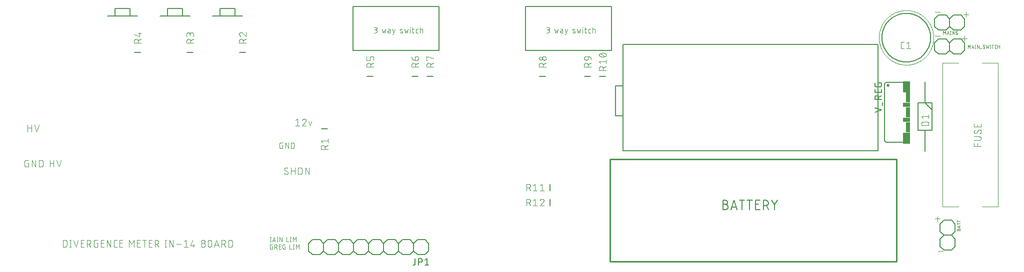
<source format=gbr>
G04 EAGLE Gerber RS-274X export*
G75*
%MOMM*%
%FSLAX34Y34*%
%LPD*%
%INSilkscreen Top*%
%IPPOS*%
%AMOC8*
5,1,8,0,0,1.08239X$1,22.5*%
G01*
%ADD10C,0.254000*%
%ADD11C,0.127000*%
%ADD12C,0.101600*%
%ADD13C,0.076200*%
%ADD14C,0.152400*%
%ADD15C,0.050800*%
%ADD16C,0.050000*%
%ADD17C,0.200000*%
%ADD18C,0.100000*%
%ADD19C,0.508000*%
%ADD20R,1.270000X1.905000*%
%ADD21R,0.762000X1.778000*%
%ADD22R,1.270000X0.762000*%


D10*
X1003300Y1524D02*
X1488300Y1524D01*
X1003300Y1524D02*
X1003300Y175000D01*
X1488300Y175000D01*
X1488300Y1524D01*
D11*
X1198739Y98143D02*
X1194435Y98143D01*
X1198739Y98143D02*
X1198869Y98141D01*
X1198999Y98135D01*
X1199129Y98125D01*
X1199258Y98112D01*
X1199387Y98094D01*
X1199515Y98073D01*
X1199642Y98047D01*
X1199769Y98018D01*
X1199895Y97985D01*
X1200019Y97948D01*
X1200143Y97908D01*
X1200265Y97863D01*
X1200386Y97815D01*
X1200505Y97764D01*
X1200623Y97709D01*
X1200739Y97650D01*
X1200853Y97588D01*
X1200966Y97522D01*
X1201076Y97453D01*
X1201184Y97381D01*
X1201290Y97306D01*
X1201393Y97227D01*
X1201494Y97145D01*
X1201593Y97061D01*
X1201689Y96973D01*
X1201782Y96882D01*
X1201873Y96789D01*
X1201961Y96693D01*
X1202045Y96594D01*
X1202127Y96493D01*
X1202206Y96390D01*
X1202281Y96284D01*
X1202353Y96176D01*
X1202422Y96066D01*
X1202488Y95953D01*
X1202550Y95839D01*
X1202609Y95723D01*
X1202664Y95605D01*
X1202715Y95486D01*
X1202763Y95365D01*
X1202808Y95243D01*
X1202848Y95119D01*
X1202885Y94995D01*
X1202918Y94869D01*
X1202947Y94742D01*
X1202973Y94615D01*
X1202994Y94487D01*
X1203012Y94358D01*
X1203025Y94229D01*
X1203035Y94099D01*
X1203041Y93969D01*
X1203043Y93839D01*
X1203041Y93709D01*
X1203035Y93579D01*
X1203025Y93449D01*
X1203012Y93320D01*
X1202994Y93191D01*
X1202973Y93063D01*
X1202947Y92936D01*
X1202918Y92809D01*
X1202885Y92683D01*
X1202848Y92559D01*
X1202808Y92435D01*
X1202763Y92313D01*
X1202715Y92192D01*
X1202664Y92073D01*
X1202609Y91955D01*
X1202550Y91839D01*
X1202488Y91725D01*
X1202422Y91612D01*
X1202353Y91502D01*
X1202281Y91394D01*
X1202206Y91288D01*
X1202127Y91185D01*
X1202045Y91084D01*
X1201961Y90985D01*
X1201873Y90889D01*
X1201782Y90796D01*
X1201689Y90705D01*
X1201593Y90617D01*
X1201494Y90533D01*
X1201393Y90451D01*
X1201290Y90372D01*
X1201184Y90297D01*
X1201076Y90225D01*
X1200966Y90156D01*
X1200853Y90090D01*
X1200739Y90028D01*
X1200623Y89969D01*
X1200505Y89914D01*
X1200386Y89863D01*
X1200265Y89815D01*
X1200143Y89770D01*
X1200019Y89730D01*
X1199895Y89693D01*
X1199769Y89660D01*
X1199642Y89631D01*
X1199515Y89605D01*
X1199387Y89584D01*
X1199258Y89566D01*
X1199129Y89553D01*
X1198999Y89543D01*
X1198869Y89537D01*
X1198739Y89535D01*
X1194435Y89535D01*
X1194435Y105029D01*
X1198739Y105029D01*
X1198855Y105027D01*
X1198971Y105021D01*
X1199087Y105011D01*
X1199203Y104998D01*
X1199318Y104980D01*
X1199432Y104959D01*
X1199546Y104933D01*
X1199658Y104904D01*
X1199770Y104871D01*
X1199880Y104834D01*
X1199989Y104794D01*
X1200097Y104750D01*
X1200203Y104702D01*
X1200307Y104651D01*
X1200410Y104596D01*
X1200511Y104538D01*
X1200609Y104477D01*
X1200706Y104412D01*
X1200800Y104344D01*
X1200892Y104273D01*
X1200982Y104198D01*
X1201069Y104121D01*
X1201153Y104041D01*
X1201234Y103958D01*
X1201313Y103872D01*
X1201389Y103784D01*
X1201462Y103693D01*
X1201531Y103600D01*
X1201598Y103505D01*
X1201661Y103407D01*
X1201721Y103307D01*
X1201777Y103206D01*
X1201830Y103102D01*
X1201880Y102997D01*
X1201925Y102890D01*
X1201968Y102782D01*
X1202006Y102672D01*
X1202041Y102561D01*
X1202072Y102449D01*
X1202099Y102336D01*
X1202123Y102222D01*
X1202142Y102107D01*
X1202158Y101992D01*
X1202170Y101876D01*
X1202178Y101760D01*
X1202182Y101644D01*
X1202182Y101528D01*
X1202178Y101412D01*
X1202170Y101296D01*
X1202158Y101180D01*
X1202142Y101065D01*
X1202123Y100950D01*
X1202099Y100836D01*
X1202072Y100723D01*
X1202041Y100611D01*
X1202006Y100500D01*
X1201968Y100390D01*
X1201925Y100282D01*
X1201880Y100175D01*
X1201830Y100070D01*
X1201777Y99966D01*
X1201721Y99864D01*
X1201661Y99765D01*
X1201598Y99667D01*
X1201531Y99572D01*
X1201462Y99479D01*
X1201389Y99388D01*
X1201313Y99300D01*
X1201234Y99214D01*
X1201153Y99131D01*
X1201069Y99051D01*
X1200982Y98974D01*
X1200892Y98899D01*
X1200800Y98828D01*
X1200706Y98760D01*
X1200609Y98695D01*
X1200511Y98634D01*
X1200410Y98576D01*
X1200307Y98521D01*
X1200203Y98470D01*
X1200097Y98422D01*
X1199989Y98378D01*
X1199880Y98338D01*
X1199770Y98301D01*
X1199658Y98268D01*
X1199546Y98239D01*
X1199432Y98213D01*
X1199318Y98192D01*
X1199203Y98174D01*
X1199087Y98161D01*
X1198971Y98151D01*
X1198855Y98145D01*
X1198739Y98143D01*
X1207748Y89535D02*
X1212912Y105029D01*
X1218077Y89535D01*
X1216786Y93409D02*
X1209039Y93409D01*
X1226787Y89535D02*
X1226787Y105029D01*
X1222483Y105029D02*
X1231091Y105029D01*
X1239671Y105029D02*
X1239671Y89535D01*
X1235367Y105029D02*
X1243975Y105029D01*
X1249764Y89535D02*
X1256651Y89535D01*
X1249764Y89535D02*
X1249764Y105029D01*
X1256651Y105029D01*
X1254929Y98143D02*
X1249764Y98143D01*
X1262706Y105029D02*
X1262706Y89535D01*
X1262706Y105029D02*
X1267010Y105029D01*
X1267140Y105027D01*
X1267270Y105021D01*
X1267400Y105011D01*
X1267529Y104998D01*
X1267658Y104980D01*
X1267786Y104959D01*
X1267913Y104933D01*
X1268040Y104904D01*
X1268166Y104871D01*
X1268290Y104834D01*
X1268414Y104794D01*
X1268536Y104749D01*
X1268657Y104701D01*
X1268776Y104650D01*
X1268894Y104595D01*
X1269010Y104536D01*
X1269124Y104474D01*
X1269237Y104408D01*
X1269347Y104339D01*
X1269455Y104267D01*
X1269561Y104192D01*
X1269664Y104113D01*
X1269765Y104031D01*
X1269864Y103947D01*
X1269960Y103859D01*
X1270053Y103768D01*
X1270144Y103675D01*
X1270232Y103579D01*
X1270316Y103480D01*
X1270398Y103379D01*
X1270477Y103276D01*
X1270552Y103170D01*
X1270624Y103062D01*
X1270693Y102952D01*
X1270759Y102839D01*
X1270821Y102725D01*
X1270880Y102609D01*
X1270935Y102491D01*
X1270986Y102372D01*
X1271034Y102251D01*
X1271079Y102129D01*
X1271119Y102005D01*
X1271156Y101881D01*
X1271189Y101755D01*
X1271218Y101628D01*
X1271244Y101501D01*
X1271265Y101373D01*
X1271283Y101244D01*
X1271296Y101115D01*
X1271306Y100985D01*
X1271312Y100855D01*
X1271314Y100725D01*
X1271312Y100595D01*
X1271306Y100465D01*
X1271296Y100335D01*
X1271283Y100206D01*
X1271265Y100077D01*
X1271244Y99949D01*
X1271218Y99822D01*
X1271189Y99695D01*
X1271156Y99569D01*
X1271119Y99445D01*
X1271079Y99321D01*
X1271034Y99199D01*
X1270986Y99078D01*
X1270935Y98959D01*
X1270880Y98841D01*
X1270821Y98725D01*
X1270759Y98611D01*
X1270693Y98498D01*
X1270624Y98388D01*
X1270552Y98280D01*
X1270477Y98174D01*
X1270398Y98071D01*
X1270316Y97970D01*
X1270232Y97871D01*
X1270144Y97775D01*
X1270053Y97682D01*
X1269960Y97591D01*
X1269864Y97503D01*
X1269765Y97419D01*
X1269664Y97337D01*
X1269561Y97258D01*
X1269455Y97183D01*
X1269347Y97111D01*
X1269237Y97042D01*
X1269124Y96976D01*
X1269010Y96914D01*
X1268894Y96855D01*
X1268776Y96800D01*
X1268657Y96749D01*
X1268536Y96701D01*
X1268414Y96656D01*
X1268290Y96616D01*
X1268166Y96579D01*
X1268040Y96546D01*
X1267913Y96517D01*
X1267786Y96491D01*
X1267658Y96470D01*
X1267529Y96452D01*
X1267400Y96439D01*
X1267270Y96429D01*
X1267140Y96423D01*
X1267010Y96421D01*
X1262706Y96421D01*
X1267871Y96421D02*
X1271314Y89535D01*
X1281790Y97712D02*
X1276626Y105029D01*
X1281790Y97712D02*
X1286955Y105029D01*
X1281790Y97712D02*
X1281790Y89535D01*
D12*
X76708Y37592D02*
X76708Y25908D01*
X76708Y37592D02*
X79954Y37592D01*
X80067Y37590D01*
X80180Y37584D01*
X80293Y37574D01*
X80406Y37560D01*
X80518Y37543D01*
X80629Y37521D01*
X80739Y37496D01*
X80849Y37466D01*
X80957Y37433D01*
X81064Y37396D01*
X81170Y37356D01*
X81274Y37311D01*
X81377Y37263D01*
X81478Y37212D01*
X81577Y37157D01*
X81674Y37099D01*
X81769Y37037D01*
X81862Y36972D01*
X81952Y36904D01*
X82040Y36833D01*
X82126Y36758D01*
X82209Y36681D01*
X82289Y36601D01*
X82366Y36518D01*
X82441Y36432D01*
X82512Y36344D01*
X82580Y36254D01*
X82645Y36161D01*
X82707Y36066D01*
X82765Y35969D01*
X82820Y35870D01*
X82871Y35769D01*
X82919Y35666D01*
X82964Y35562D01*
X83004Y35456D01*
X83041Y35349D01*
X83074Y35241D01*
X83104Y35131D01*
X83129Y35021D01*
X83151Y34910D01*
X83168Y34798D01*
X83182Y34685D01*
X83192Y34572D01*
X83198Y34459D01*
X83200Y34346D01*
X83199Y34346D02*
X83199Y29154D01*
X83200Y29154D02*
X83198Y29041D01*
X83192Y28928D01*
X83182Y28815D01*
X83168Y28702D01*
X83151Y28590D01*
X83129Y28479D01*
X83104Y28369D01*
X83074Y28259D01*
X83041Y28151D01*
X83004Y28044D01*
X82964Y27938D01*
X82919Y27834D01*
X82871Y27731D01*
X82820Y27630D01*
X82765Y27531D01*
X82707Y27434D01*
X82645Y27339D01*
X82580Y27246D01*
X82512Y27156D01*
X82441Y27068D01*
X82366Y26982D01*
X82289Y26899D01*
X82209Y26819D01*
X82126Y26742D01*
X82040Y26667D01*
X81952Y26596D01*
X81862Y26528D01*
X81769Y26463D01*
X81674Y26401D01*
X81577Y26343D01*
X81478Y26288D01*
X81377Y26237D01*
X81274Y26189D01*
X81170Y26144D01*
X81064Y26104D01*
X80957Y26067D01*
X80849Y26034D01*
X80739Y26004D01*
X80629Y25979D01*
X80518Y25957D01*
X80406Y25940D01*
X80293Y25926D01*
X80180Y25916D01*
X80067Y25910D01*
X79954Y25908D01*
X76708Y25908D01*
X89479Y25908D02*
X89479Y37592D01*
X88180Y25908D02*
X90777Y25908D01*
X90777Y37592D02*
X88180Y37592D01*
X94728Y37592D02*
X98623Y25908D01*
X102517Y37592D01*
X107211Y25908D02*
X112403Y25908D01*
X107211Y25908D02*
X107211Y37592D01*
X112403Y37592D01*
X111105Y32399D02*
X107211Y32399D01*
X117168Y37592D02*
X117168Y25908D01*
X117168Y37592D02*
X120413Y37592D01*
X120526Y37590D01*
X120639Y37584D01*
X120752Y37574D01*
X120865Y37560D01*
X120977Y37543D01*
X121088Y37521D01*
X121198Y37496D01*
X121308Y37466D01*
X121416Y37433D01*
X121523Y37396D01*
X121629Y37356D01*
X121733Y37311D01*
X121836Y37263D01*
X121937Y37212D01*
X122036Y37157D01*
X122133Y37099D01*
X122228Y37037D01*
X122321Y36972D01*
X122411Y36904D01*
X122499Y36833D01*
X122585Y36758D01*
X122668Y36681D01*
X122748Y36601D01*
X122825Y36518D01*
X122900Y36432D01*
X122971Y36344D01*
X123039Y36254D01*
X123104Y36161D01*
X123166Y36066D01*
X123224Y35969D01*
X123279Y35870D01*
X123330Y35769D01*
X123378Y35666D01*
X123423Y35562D01*
X123463Y35456D01*
X123500Y35349D01*
X123533Y35241D01*
X123563Y35131D01*
X123588Y35021D01*
X123610Y34910D01*
X123627Y34798D01*
X123641Y34685D01*
X123651Y34572D01*
X123657Y34459D01*
X123659Y34346D01*
X123657Y34233D01*
X123651Y34120D01*
X123641Y34007D01*
X123627Y33894D01*
X123610Y33782D01*
X123588Y33671D01*
X123563Y33561D01*
X123533Y33451D01*
X123500Y33343D01*
X123463Y33236D01*
X123423Y33130D01*
X123378Y33026D01*
X123330Y32923D01*
X123279Y32822D01*
X123224Y32723D01*
X123166Y32626D01*
X123104Y32531D01*
X123039Y32438D01*
X122971Y32348D01*
X122900Y32260D01*
X122825Y32174D01*
X122748Y32091D01*
X122668Y32011D01*
X122585Y31934D01*
X122499Y31859D01*
X122411Y31788D01*
X122321Y31720D01*
X122228Y31655D01*
X122133Y31593D01*
X122036Y31535D01*
X121937Y31480D01*
X121836Y31429D01*
X121733Y31381D01*
X121629Y31336D01*
X121523Y31296D01*
X121416Y31259D01*
X121308Y31226D01*
X121198Y31196D01*
X121088Y31171D01*
X120977Y31149D01*
X120865Y31132D01*
X120752Y31118D01*
X120639Y31108D01*
X120526Y31102D01*
X120413Y31100D01*
X120413Y31101D02*
X117168Y31101D01*
X121062Y31101D02*
X123659Y25908D01*
X133449Y32399D02*
X135396Y32399D01*
X135396Y25908D01*
X131501Y25908D01*
X131402Y25910D01*
X131302Y25916D01*
X131203Y25925D01*
X131105Y25938D01*
X131007Y25955D01*
X130909Y25976D01*
X130813Y26001D01*
X130718Y26029D01*
X130624Y26061D01*
X130531Y26096D01*
X130439Y26135D01*
X130349Y26178D01*
X130261Y26223D01*
X130174Y26273D01*
X130090Y26325D01*
X130007Y26381D01*
X129927Y26439D01*
X129849Y26501D01*
X129774Y26566D01*
X129701Y26634D01*
X129631Y26704D01*
X129563Y26777D01*
X129498Y26852D01*
X129436Y26930D01*
X129378Y27010D01*
X129322Y27093D01*
X129270Y27177D01*
X129220Y27264D01*
X129175Y27352D01*
X129132Y27442D01*
X129093Y27534D01*
X129058Y27627D01*
X129026Y27721D01*
X128998Y27816D01*
X128973Y27912D01*
X128952Y28010D01*
X128935Y28108D01*
X128922Y28206D01*
X128913Y28305D01*
X128907Y28405D01*
X128905Y28504D01*
X128905Y34996D01*
X128907Y35095D01*
X128913Y35195D01*
X128922Y35294D01*
X128935Y35392D01*
X128952Y35490D01*
X128973Y35588D01*
X128998Y35684D01*
X129026Y35779D01*
X129058Y35873D01*
X129093Y35966D01*
X129132Y36058D01*
X129175Y36148D01*
X129220Y36236D01*
X129270Y36323D01*
X129322Y36407D01*
X129378Y36490D01*
X129436Y36570D01*
X129498Y36648D01*
X129563Y36723D01*
X129631Y36796D01*
X129701Y36866D01*
X129774Y36934D01*
X129849Y36999D01*
X129927Y37061D01*
X130007Y37119D01*
X130090Y37175D01*
X130174Y37227D01*
X130261Y37277D01*
X130349Y37322D01*
X130439Y37365D01*
X130531Y37404D01*
X130624Y37439D01*
X130718Y37471D01*
X130813Y37499D01*
X130909Y37524D01*
X131007Y37545D01*
X131105Y37562D01*
X131203Y37575D01*
X131302Y37584D01*
X131402Y37590D01*
X131501Y37592D01*
X135396Y37592D01*
X141120Y25908D02*
X146312Y25908D01*
X141120Y25908D02*
X141120Y37592D01*
X146312Y37592D01*
X145014Y32399D02*
X141120Y32399D01*
X151003Y37592D02*
X151003Y25908D01*
X157494Y25908D02*
X151003Y37592D01*
X157494Y37592D02*
X157494Y25908D01*
X165377Y25908D02*
X167974Y25908D01*
X165377Y25908D02*
X165278Y25910D01*
X165178Y25916D01*
X165079Y25925D01*
X164981Y25938D01*
X164883Y25955D01*
X164785Y25976D01*
X164689Y26001D01*
X164594Y26029D01*
X164500Y26061D01*
X164407Y26096D01*
X164315Y26135D01*
X164225Y26178D01*
X164137Y26223D01*
X164050Y26273D01*
X163966Y26325D01*
X163883Y26381D01*
X163803Y26439D01*
X163725Y26501D01*
X163650Y26566D01*
X163577Y26634D01*
X163507Y26704D01*
X163439Y26777D01*
X163374Y26852D01*
X163312Y26930D01*
X163254Y27010D01*
X163198Y27093D01*
X163146Y27177D01*
X163096Y27264D01*
X163051Y27352D01*
X163008Y27442D01*
X162969Y27534D01*
X162934Y27627D01*
X162902Y27721D01*
X162874Y27816D01*
X162849Y27912D01*
X162828Y28010D01*
X162811Y28108D01*
X162798Y28206D01*
X162789Y28305D01*
X162783Y28405D01*
X162781Y28504D01*
X162781Y34996D01*
X162783Y35095D01*
X162789Y35195D01*
X162798Y35294D01*
X162811Y35392D01*
X162828Y35490D01*
X162849Y35588D01*
X162874Y35684D01*
X162902Y35779D01*
X162934Y35873D01*
X162969Y35966D01*
X163008Y36058D01*
X163051Y36148D01*
X163096Y36236D01*
X163146Y36323D01*
X163198Y36407D01*
X163254Y36490D01*
X163312Y36570D01*
X163374Y36648D01*
X163439Y36723D01*
X163507Y36796D01*
X163577Y36866D01*
X163650Y36934D01*
X163725Y36999D01*
X163803Y37061D01*
X163883Y37119D01*
X163966Y37175D01*
X164050Y37227D01*
X164137Y37277D01*
X164225Y37322D01*
X164315Y37365D01*
X164407Y37404D01*
X164499Y37439D01*
X164594Y37471D01*
X164689Y37499D01*
X164785Y37524D01*
X164883Y37545D01*
X164981Y37562D01*
X165079Y37575D01*
X165178Y37584D01*
X165278Y37590D01*
X165377Y37592D01*
X167974Y37592D01*
X172742Y25908D02*
X177935Y25908D01*
X172742Y25908D02*
X172742Y37592D01*
X177935Y37592D01*
X176637Y32399D02*
X172742Y32399D01*
X188835Y37592D02*
X188835Y25908D01*
X192729Y31101D02*
X188835Y37592D01*
X192729Y31101D02*
X196624Y37592D01*
X196624Y25908D01*
X202460Y25908D02*
X207653Y25908D01*
X202460Y25908D02*
X202460Y37592D01*
X207653Y37592D01*
X206355Y32399D02*
X202460Y32399D01*
X214446Y37592D02*
X214446Y25908D01*
X211201Y37592D02*
X217692Y37592D01*
X222272Y25908D02*
X227465Y25908D01*
X222272Y25908D02*
X222272Y37592D01*
X227465Y37592D01*
X226167Y32399D02*
X222272Y32399D01*
X232229Y37592D02*
X232229Y25908D01*
X232229Y37592D02*
X235475Y37592D01*
X235588Y37590D01*
X235701Y37584D01*
X235814Y37574D01*
X235927Y37560D01*
X236039Y37543D01*
X236150Y37521D01*
X236260Y37496D01*
X236370Y37466D01*
X236478Y37433D01*
X236585Y37396D01*
X236691Y37356D01*
X236795Y37311D01*
X236898Y37263D01*
X236999Y37212D01*
X237098Y37157D01*
X237195Y37099D01*
X237290Y37037D01*
X237383Y36972D01*
X237473Y36904D01*
X237561Y36833D01*
X237647Y36758D01*
X237730Y36681D01*
X237810Y36601D01*
X237887Y36518D01*
X237962Y36432D01*
X238033Y36344D01*
X238101Y36254D01*
X238166Y36161D01*
X238228Y36066D01*
X238286Y35969D01*
X238341Y35870D01*
X238392Y35769D01*
X238440Y35666D01*
X238485Y35562D01*
X238525Y35456D01*
X238562Y35349D01*
X238595Y35241D01*
X238625Y35131D01*
X238650Y35021D01*
X238672Y34910D01*
X238689Y34798D01*
X238703Y34685D01*
X238713Y34572D01*
X238719Y34459D01*
X238721Y34346D01*
X238719Y34233D01*
X238713Y34120D01*
X238703Y34007D01*
X238689Y33894D01*
X238672Y33782D01*
X238650Y33671D01*
X238625Y33561D01*
X238595Y33451D01*
X238562Y33343D01*
X238525Y33236D01*
X238485Y33130D01*
X238440Y33026D01*
X238392Y32923D01*
X238341Y32822D01*
X238286Y32723D01*
X238228Y32626D01*
X238166Y32531D01*
X238101Y32438D01*
X238033Y32348D01*
X237962Y32260D01*
X237887Y32174D01*
X237810Y32091D01*
X237730Y32011D01*
X237647Y31934D01*
X237561Y31859D01*
X237473Y31788D01*
X237383Y31720D01*
X237290Y31655D01*
X237195Y31593D01*
X237098Y31535D01*
X236999Y31480D01*
X236898Y31429D01*
X236795Y31381D01*
X236691Y31336D01*
X236585Y31296D01*
X236478Y31259D01*
X236370Y31226D01*
X236260Y31196D01*
X236150Y31171D01*
X236039Y31149D01*
X235927Y31132D01*
X235814Y31118D01*
X235701Y31108D01*
X235588Y31102D01*
X235475Y31100D01*
X235475Y31101D02*
X232229Y31101D01*
X236124Y31101D02*
X238721Y25908D01*
X250641Y25908D02*
X250641Y37592D01*
X249343Y25908D02*
X251940Y25908D01*
X251940Y37592D02*
X249343Y37592D01*
X256921Y37592D02*
X256921Y25908D01*
X263412Y25908D02*
X256921Y37592D01*
X263412Y37592D02*
X263412Y25908D01*
X268845Y30452D02*
X276634Y30452D01*
X281686Y34996D02*
X284931Y37592D01*
X284931Y25908D01*
X281686Y25908D02*
X288177Y25908D01*
X293116Y28504D02*
X295712Y37592D01*
X293116Y28504D02*
X299607Y28504D01*
X297660Y31101D02*
X297660Y25908D01*
X311192Y32399D02*
X314438Y32399D01*
X314438Y32400D02*
X314551Y32398D01*
X314664Y32392D01*
X314777Y32382D01*
X314890Y32368D01*
X315002Y32351D01*
X315113Y32329D01*
X315223Y32304D01*
X315333Y32274D01*
X315441Y32241D01*
X315548Y32204D01*
X315654Y32164D01*
X315758Y32119D01*
X315861Y32071D01*
X315962Y32020D01*
X316061Y31965D01*
X316158Y31907D01*
X316253Y31845D01*
X316346Y31780D01*
X316436Y31712D01*
X316524Y31641D01*
X316610Y31566D01*
X316693Y31489D01*
X316773Y31409D01*
X316850Y31326D01*
X316925Y31240D01*
X316996Y31152D01*
X317064Y31062D01*
X317129Y30969D01*
X317191Y30874D01*
X317249Y30777D01*
X317304Y30678D01*
X317355Y30577D01*
X317403Y30474D01*
X317448Y30370D01*
X317488Y30264D01*
X317525Y30157D01*
X317558Y30049D01*
X317588Y29939D01*
X317613Y29829D01*
X317635Y29718D01*
X317652Y29606D01*
X317666Y29493D01*
X317676Y29380D01*
X317682Y29267D01*
X317684Y29154D01*
X317682Y29041D01*
X317676Y28928D01*
X317666Y28815D01*
X317652Y28702D01*
X317635Y28590D01*
X317613Y28479D01*
X317588Y28369D01*
X317558Y28259D01*
X317525Y28151D01*
X317488Y28044D01*
X317448Y27938D01*
X317403Y27834D01*
X317355Y27731D01*
X317304Y27630D01*
X317249Y27531D01*
X317191Y27434D01*
X317129Y27339D01*
X317064Y27246D01*
X316996Y27156D01*
X316925Y27068D01*
X316850Y26982D01*
X316773Y26899D01*
X316693Y26819D01*
X316610Y26742D01*
X316524Y26667D01*
X316436Y26596D01*
X316346Y26528D01*
X316253Y26463D01*
X316158Y26401D01*
X316061Y26343D01*
X315962Y26288D01*
X315861Y26237D01*
X315758Y26189D01*
X315654Y26144D01*
X315548Y26104D01*
X315441Y26067D01*
X315333Y26034D01*
X315223Y26004D01*
X315113Y25979D01*
X315002Y25957D01*
X314890Y25940D01*
X314777Y25926D01*
X314664Y25916D01*
X314551Y25910D01*
X314438Y25908D01*
X311192Y25908D01*
X311192Y37592D01*
X314438Y37592D01*
X314539Y37590D01*
X314639Y37584D01*
X314739Y37574D01*
X314839Y37561D01*
X314938Y37543D01*
X315037Y37522D01*
X315134Y37497D01*
X315231Y37468D01*
X315326Y37435D01*
X315420Y37399D01*
X315512Y37359D01*
X315603Y37316D01*
X315692Y37269D01*
X315779Y37219D01*
X315865Y37165D01*
X315948Y37108D01*
X316028Y37048D01*
X316107Y36985D01*
X316183Y36918D01*
X316256Y36849D01*
X316326Y36777D01*
X316394Y36703D01*
X316459Y36626D01*
X316520Y36546D01*
X316579Y36464D01*
X316634Y36380D01*
X316686Y36294D01*
X316735Y36206D01*
X316780Y36116D01*
X316822Y36024D01*
X316860Y35931D01*
X316894Y35836D01*
X316925Y35741D01*
X316952Y35644D01*
X316975Y35546D01*
X316995Y35447D01*
X317010Y35347D01*
X317022Y35247D01*
X317030Y35147D01*
X317034Y35046D01*
X317034Y34946D01*
X317030Y34845D01*
X317022Y34745D01*
X317010Y34645D01*
X316995Y34545D01*
X316975Y34446D01*
X316952Y34348D01*
X316925Y34251D01*
X316894Y34156D01*
X316860Y34061D01*
X316822Y33968D01*
X316780Y33876D01*
X316735Y33786D01*
X316686Y33698D01*
X316634Y33612D01*
X316579Y33528D01*
X316520Y33446D01*
X316459Y33366D01*
X316394Y33289D01*
X316326Y33215D01*
X316256Y33143D01*
X316183Y33074D01*
X316107Y33007D01*
X316028Y32944D01*
X315948Y32884D01*
X315865Y32827D01*
X315779Y32773D01*
X315692Y32723D01*
X315603Y32676D01*
X315512Y32633D01*
X315420Y32593D01*
X315326Y32557D01*
X315231Y32524D01*
X315134Y32495D01*
X315037Y32470D01*
X314938Y32449D01*
X314839Y32431D01*
X314739Y32418D01*
X314639Y32408D01*
X314539Y32402D01*
X314438Y32400D01*
X322072Y34346D02*
X322072Y29154D01*
X322071Y34346D02*
X322073Y34459D01*
X322079Y34572D01*
X322089Y34685D01*
X322103Y34798D01*
X322120Y34910D01*
X322142Y35021D01*
X322167Y35131D01*
X322197Y35241D01*
X322230Y35349D01*
X322267Y35456D01*
X322307Y35562D01*
X322352Y35666D01*
X322400Y35769D01*
X322451Y35870D01*
X322506Y35969D01*
X322564Y36066D01*
X322626Y36161D01*
X322691Y36254D01*
X322759Y36344D01*
X322830Y36432D01*
X322905Y36518D01*
X322982Y36601D01*
X323062Y36681D01*
X323145Y36758D01*
X323231Y36833D01*
X323319Y36904D01*
X323409Y36972D01*
X323502Y37037D01*
X323597Y37099D01*
X323694Y37157D01*
X323793Y37212D01*
X323894Y37263D01*
X323997Y37311D01*
X324101Y37356D01*
X324207Y37396D01*
X324314Y37433D01*
X324422Y37466D01*
X324532Y37496D01*
X324642Y37521D01*
X324753Y37543D01*
X324865Y37560D01*
X324978Y37574D01*
X325091Y37584D01*
X325204Y37590D01*
X325317Y37592D01*
X325430Y37590D01*
X325543Y37584D01*
X325656Y37574D01*
X325769Y37560D01*
X325881Y37543D01*
X325992Y37521D01*
X326102Y37496D01*
X326212Y37466D01*
X326320Y37433D01*
X326427Y37396D01*
X326533Y37356D01*
X326637Y37311D01*
X326740Y37263D01*
X326841Y37212D01*
X326940Y37157D01*
X327037Y37099D01*
X327132Y37037D01*
X327225Y36972D01*
X327315Y36904D01*
X327403Y36833D01*
X327489Y36758D01*
X327572Y36681D01*
X327652Y36601D01*
X327729Y36518D01*
X327804Y36432D01*
X327875Y36344D01*
X327943Y36254D01*
X328008Y36161D01*
X328070Y36066D01*
X328128Y35969D01*
X328183Y35870D01*
X328234Y35769D01*
X328282Y35666D01*
X328327Y35562D01*
X328367Y35456D01*
X328404Y35349D01*
X328437Y35241D01*
X328467Y35131D01*
X328492Y35021D01*
X328514Y34910D01*
X328531Y34798D01*
X328545Y34685D01*
X328555Y34572D01*
X328561Y34459D01*
X328563Y34346D01*
X328563Y29154D01*
X328561Y29041D01*
X328555Y28928D01*
X328545Y28815D01*
X328531Y28702D01*
X328514Y28590D01*
X328492Y28479D01*
X328467Y28369D01*
X328437Y28259D01*
X328404Y28151D01*
X328367Y28044D01*
X328327Y27938D01*
X328282Y27834D01*
X328234Y27731D01*
X328183Y27630D01*
X328128Y27531D01*
X328070Y27434D01*
X328008Y27339D01*
X327943Y27246D01*
X327875Y27156D01*
X327804Y27068D01*
X327729Y26982D01*
X327652Y26899D01*
X327572Y26819D01*
X327489Y26742D01*
X327403Y26667D01*
X327315Y26596D01*
X327225Y26528D01*
X327132Y26463D01*
X327037Y26401D01*
X326940Y26343D01*
X326841Y26288D01*
X326740Y26237D01*
X326637Y26189D01*
X326533Y26144D01*
X326427Y26104D01*
X326320Y26067D01*
X326212Y26034D01*
X326102Y26004D01*
X325992Y25979D01*
X325881Y25957D01*
X325769Y25940D01*
X325656Y25926D01*
X325543Y25916D01*
X325430Y25910D01*
X325317Y25908D01*
X325204Y25910D01*
X325091Y25916D01*
X324978Y25926D01*
X324865Y25940D01*
X324753Y25957D01*
X324642Y25979D01*
X324532Y26004D01*
X324422Y26034D01*
X324314Y26067D01*
X324207Y26104D01*
X324101Y26144D01*
X323997Y26189D01*
X323894Y26237D01*
X323793Y26288D01*
X323694Y26343D01*
X323597Y26401D01*
X323502Y26463D01*
X323409Y26528D01*
X323319Y26596D01*
X323231Y26667D01*
X323145Y26742D01*
X323062Y26819D01*
X322982Y26899D01*
X322905Y26982D01*
X322830Y27068D01*
X322759Y27156D01*
X322691Y27246D01*
X322626Y27339D01*
X322564Y27434D01*
X322506Y27531D01*
X322451Y27630D01*
X322400Y27731D01*
X322352Y27834D01*
X322307Y27938D01*
X322267Y28044D01*
X322230Y28151D01*
X322197Y28259D01*
X322167Y28369D01*
X322142Y28479D01*
X322120Y28590D01*
X322103Y28702D01*
X322089Y28815D01*
X322079Y28928D01*
X322073Y29041D01*
X322071Y29154D01*
X332853Y25908D02*
X336747Y37592D01*
X340642Y25908D01*
X339668Y28829D02*
X333826Y28829D01*
X345386Y25908D02*
X345386Y37592D01*
X348632Y37592D01*
X348745Y37590D01*
X348858Y37584D01*
X348971Y37574D01*
X349084Y37560D01*
X349196Y37543D01*
X349307Y37521D01*
X349417Y37496D01*
X349527Y37466D01*
X349635Y37433D01*
X349742Y37396D01*
X349848Y37356D01*
X349952Y37311D01*
X350055Y37263D01*
X350156Y37212D01*
X350255Y37157D01*
X350352Y37099D01*
X350447Y37037D01*
X350540Y36972D01*
X350630Y36904D01*
X350718Y36833D01*
X350804Y36758D01*
X350887Y36681D01*
X350967Y36601D01*
X351044Y36518D01*
X351119Y36432D01*
X351190Y36344D01*
X351258Y36254D01*
X351323Y36161D01*
X351385Y36066D01*
X351443Y35969D01*
X351498Y35870D01*
X351549Y35769D01*
X351597Y35666D01*
X351642Y35562D01*
X351682Y35456D01*
X351719Y35349D01*
X351752Y35241D01*
X351782Y35131D01*
X351807Y35021D01*
X351829Y34910D01*
X351846Y34798D01*
X351860Y34685D01*
X351870Y34572D01*
X351876Y34459D01*
X351878Y34346D01*
X351876Y34233D01*
X351870Y34120D01*
X351860Y34007D01*
X351846Y33894D01*
X351829Y33782D01*
X351807Y33671D01*
X351782Y33561D01*
X351752Y33451D01*
X351719Y33343D01*
X351682Y33236D01*
X351642Y33130D01*
X351597Y33026D01*
X351549Y32923D01*
X351498Y32822D01*
X351443Y32723D01*
X351385Y32626D01*
X351323Y32531D01*
X351258Y32438D01*
X351190Y32348D01*
X351119Y32260D01*
X351044Y32174D01*
X350967Y32091D01*
X350887Y32011D01*
X350804Y31934D01*
X350718Y31859D01*
X350630Y31788D01*
X350540Y31720D01*
X350447Y31655D01*
X350352Y31593D01*
X350255Y31535D01*
X350156Y31480D01*
X350055Y31429D01*
X349952Y31381D01*
X349848Y31336D01*
X349742Y31296D01*
X349635Y31259D01*
X349527Y31226D01*
X349417Y31196D01*
X349307Y31171D01*
X349196Y31149D01*
X349084Y31132D01*
X348971Y31118D01*
X348858Y31108D01*
X348745Y31102D01*
X348632Y31100D01*
X348632Y31101D02*
X345386Y31101D01*
X349281Y31101D02*
X351877Y25908D01*
X357124Y25908D02*
X357124Y37592D01*
X360369Y37592D01*
X360482Y37590D01*
X360595Y37584D01*
X360708Y37574D01*
X360821Y37560D01*
X360933Y37543D01*
X361044Y37521D01*
X361154Y37496D01*
X361264Y37466D01*
X361372Y37433D01*
X361479Y37396D01*
X361585Y37356D01*
X361689Y37311D01*
X361792Y37263D01*
X361893Y37212D01*
X361992Y37157D01*
X362089Y37099D01*
X362184Y37037D01*
X362277Y36972D01*
X362367Y36904D01*
X362455Y36833D01*
X362541Y36758D01*
X362624Y36681D01*
X362704Y36601D01*
X362781Y36518D01*
X362856Y36432D01*
X362927Y36344D01*
X362995Y36254D01*
X363060Y36161D01*
X363122Y36066D01*
X363180Y35969D01*
X363235Y35870D01*
X363286Y35769D01*
X363334Y35666D01*
X363379Y35562D01*
X363419Y35456D01*
X363456Y35349D01*
X363489Y35241D01*
X363519Y35131D01*
X363544Y35021D01*
X363566Y34910D01*
X363583Y34798D01*
X363597Y34685D01*
X363607Y34572D01*
X363613Y34459D01*
X363615Y34346D01*
X363615Y29154D01*
X363613Y29041D01*
X363607Y28928D01*
X363597Y28815D01*
X363583Y28702D01*
X363566Y28590D01*
X363544Y28479D01*
X363519Y28369D01*
X363489Y28259D01*
X363456Y28151D01*
X363419Y28044D01*
X363379Y27938D01*
X363334Y27834D01*
X363286Y27731D01*
X363235Y27630D01*
X363180Y27531D01*
X363122Y27434D01*
X363060Y27339D01*
X362995Y27246D01*
X362927Y27156D01*
X362856Y27068D01*
X362781Y26982D01*
X362704Y26899D01*
X362624Y26819D01*
X362541Y26742D01*
X362455Y26667D01*
X362367Y26596D01*
X362277Y26528D01*
X362184Y26463D01*
X362089Y26401D01*
X361992Y26343D01*
X361893Y26288D01*
X361792Y26237D01*
X361689Y26189D01*
X361585Y26144D01*
X361479Y26104D01*
X361372Y26067D01*
X361264Y26034D01*
X361154Y26004D01*
X361044Y25979D01*
X360933Y25957D01*
X360821Y25940D01*
X360708Y25926D01*
X360595Y25916D01*
X360482Y25910D01*
X360369Y25908D01*
X357124Y25908D01*
D13*
X427919Y34925D02*
X427919Y42291D01*
X427101Y34925D02*
X428738Y34925D01*
X428738Y42291D02*
X427101Y42291D01*
X433772Y42291D02*
X431316Y34925D01*
X436227Y34925D02*
X433772Y42291D01*
X435613Y36767D02*
X431930Y36767D01*
X439624Y34925D02*
X439624Y42291D01*
X438805Y34925D02*
X440442Y34925D01*
X440442Y42291D02*
X438805Y42291D01*
X443674Y42291D02*
X443674Y34925D01*
X447766Y34925D02*
X443674Y42291D01*
X447766Y42291D02*
X447766Y34925D01*
X455394Y34925D02*
X455394Y42291D01*
X455394Y34925D02*
X458667Y34925D01*
X462057Y34925D02*
X462057Y42291D01*
X461239Y34925D02*
X462875Y34925D01*
X462875Y42291D02*
X461239Y42291D01*
X466185Y42291D02*
X466185Y34925D01*
X468641Y38199D02*
X466185Y42291D01*
X468641Y38199D02*
X471096Y42291D01*
X471096Y34925D01*
X431193Y26825D02*
X429966Y26825D01*
X431193Y26825D02*
X431193Y22733D01*
X428738Y22733D01*
X428660Y22735D01*
X428582Y22740D01*
X428505Y22750D01*
X428428Y22763D01*
X428352Y22779D01*
X428277Y22799D01*
X428203Y22823D01*
X428130Y22850D01*
X428058Y22881D01*
X427988Y22915D01*
X427920Y22952D01*
X427853Y22993D01*
X427788Y23037D01*
X427726Y23083D01*
X427666Y23133D01*
X427608Y23185D01*
X427553Y23240D01*
X427501Y23298D01*
X427451Y23358D01*
X427405Y23420D01*
X427361Y23485D01*
X427320Y23552D01*
X427283Y23620D01*
X427249Y23690D01*
X427218Y23762D01*
X427191Y23835D01*
X427167Y23909D01*
X427147Y23984D01*
X427131Y24060D01*
X427118Y24137D01*
X427108Y24214D01*
X427103Y24292D01*
X427101Y24370D01*
X427101Y28462D01*
X427103Y28542D01*
X427109Y28622D01*
X427119Y28702D01*
X427132Y28781D01*
X427150Y28860D01*
X427171Y28937D01*
X427197Y29013D01*
X427226Y29088D01*
X427258Y29162D01*
X427294Y29234D01*
X427334Y29304D01*
X427377Y29371D01*
X427423Y29437D01*
X427473Y29500D01*
X427525Y29561D01*
X427580Y29620D01*
X427639Y29675D01*
X427699Y29727D01*
X427763Y29777D01*
X427829Y29823D01*
X427896Y29866D01*
X427966Y29906D01*
X428038Y29942D01*
X428112Y29974D01*
X428186Y30003D01*
X428263Y30029D01*
X428340Y30050D01*
X428419Y30068D01*
X428498Y30081D01*
X428578Y30091D01*
X428658Y30097D01*
X428738Y30099D01*
X431193Y30099D01*
X434955Y30099D02*
X434955Y22733D01*
X434955Y30099D02*
X437001Y30099D01*
X437090Y30097D01*
X437179Y30091D01*
X437268Y30081D01*
X437356Y30068D01*
X437444Y30051D01*
X437531Y30029D01*
X437616Y30004D01*
X437701Y29976D01*
X437784Y29943D01*
X437866Y29907D01*
X437946Y29868D01*
X438024Y29825D01*
X438100Y29779D01*
X438175Y29729D01*
X438247Y29676D01*
X438316Y29620D01*
X438383Y29561D01*
X438448Y29500D01*
X438509Y29435D01*
X438568Y29368D01*
X438624Y29299D01*
X438677Y29227D01*
X438727Y29152D01*
X438773Y29076D01*
X438816Y28998D01*
X438855Y28918D01*
X438891Y28836D01*
X438924Y28753D01*
X438952Y28668D01*
X438977Y28583D01*
X438999Y28496D01*
X439016Y28408D01*
X439029Y28320D01*
X439039Y28231D01*
X439045Y28142D01*
X439047Y28053D01*
X439045Y27964D01*
X439039Y27875D01*
X439029Y27786D01*
X439016Y27698D01*
X438999Y27610D01*
X438977Y27523D01*
X438952Y27438D01*
X438924Y27353D01*
X438891Y27270D01*
X438855Y27188D01*
X438816Y27108D01*
X438773Y27030D01*
X438727Y26954D01*
X438677Y26879D01*
X438624Y26807D01*
X438568Y26738D01*
X438509Y26671D01*
X438448Y26606D01*
X438383Y26545D01*
X438316Y26486D01*
X438247Y26430D01*
X438175Y26377D01*
X438100Y26327D01*
X438024Y26281D01*
X437946Y26238D01*
X437866Y26199D01*
X437784Y26163D01*
X437701Y26130D01*
X437616Y26102D01*
X437531Y26077D01*
X437444Y26055D01*
X437356Y26038D01*
X437268Y26025D01*
X437179Y26015D01*
X437090Y26009D01*
X437001Y26007D01*
X434955Y26007D01*
X437410Y26007D02*
X439047Y22733D01*
X442479Y22733D02*
X445752Y22733D01*
X442479Y22733D02*
X442479Y30099D01*
X445752Y30099D01*
X444934Y26825D02*
X442479Y26825D01*
X451667Y26825D02*
X452895Y26825D01*
X452895Y22733D01*
X450440Y22733D01*
X450362Y22735D01*
X450284Y22740D01*
X450207Y22750D01*
X450130Y22763D01*
X450054Y22779D01*
X449979Y22799D01*
X449905Y22823D01*
X449832Y22850D01*
X449760Y22881D01*
X449690Y22915D01*
X449622Y22952D01*
X449555Y22993D01*
X449490Y23037D01*
X449428Y23083D01*
X449368Y23133D01*
X449310Y23185D01*
X449255Y23240D01*
X449203Y23298D01*
X449153Y23358D01*
X449107Y23420D01*
X449063Y23485D01*
X449022Y23552D01*
X448985Y23620D01*
X448951Y23690D01*
X448920Y23762D01*
X448893Y23835D01*
X448869Y23909D01*
X448849Y23984D01*
X448833Y24060D01*
X448820Y24137D01*
X448810Y24214D01*
X448805Y24292D01*
X448803Y24370D01*
X448803Y28462D01*
X448805Y28542D01*
X448811Y28622D01*
X448821Y28702D01*
X448834Y28781D01*
X448852Y28860D01*
X448873Y28937D01*
X448899Y29013D01*
X448928Y29088D01*
X448960Y29162D01*
X448996Y29234D01*
X449036Y29304D01*
X449079Y29371D01*
X449125Y29437D01*
X449175Y29500D01*
X449227Y29561D01*
X449282Y29620D01*
X449341Y29675D01*
X449401Y29727D01*
X449465Y29777D01*
X449531Y29823D01*
X449598Y29866D01*
X449668Y29906D01*
X449740Y29942D01*
X449814Y29974D01*
X449888Y30003D01*
X449965Y30029D01*
X450042Y30050D01*
X450121Y30068D01*
X450200Y30081D01*
X450280Y30091D01*
X450360Y30097D01*
X450440Y30099D01*
X452895Y30099D01*
X460523Y30099D02*
X460523Y22733D01*
X463796Y22733D01*
X467186Y22733D02*
X467186Y30099D01*
X466368Y22733D02*
X468004Y22733D01*
X468004Y30099D02*
X466368Y30099D01*
X471314Y30099D02*
X471314Y22733D01*
X473770Y26007D02*
X471314Y30099D01*
X473770Y26007D02*
X476225Y30099D01*
X476225Y22733D01*
D12*
X470408Y240736D02*
X473654Y243332D01*
X473654Y231648D01*
X476899Y231648D02*
X470408Y231648D01*
X485408Y243332D02*
X485515Y243330D01*
X485621Y243324D01*
X485727Y243314D01*
X485833Y243301D01*
X485939Y243283D01*
X486043Y243262D01*
X486147Y243237D01*
X486250Y243208D01*
X486351Y243176D01*
X486451Y243139D01*
X486550Y243099D01*
X486648Y243056D01*
X486744Y243009D01*
X486838Y242958D01*
X486930Y242904D01*
X487020Y242847D01*
X487108Y242787D01*
X487193Y242723D01*
X487276Y242656D01*
X487357Y242586D01*
X487435Y242514D01*
X487511Y242438D01*
X487583Y242360D01*
X487653Y242279D01*
X487720Y242196D01*
X487784Y242111D01*
X487844Y242023D01*
X487901Y241933D01*
X487955Y241841D01*
X488006Y241747D01*
X488053Y241651D01*
X488096Y241553D01*
X488136Y241454D01*
X488173Y241354D01*
X488205Y241253D01*
X488234Y241150D01*
X488259Y241046D01*
X488280Y240942D01*
X488298Y240836D01*
X488311Y240730D01*
X488321Y240624D01*
X488327Y240518D01*
X488329Y240411D01*
X485408Y243332D02*
X485287Y243330D01*
X485166Y243324D01*
X485046Y243314D01*
X484925Y243301D01*
X484806Y243283D01*
X484686Y243262D01*
X484568Y243237D01*
X484451Y243208D01*
X484334Y243175D01*
X484219Y243139D01*
X484105Y243098D01*
X483992Y243055D01*
X483880Y243007D01*
X483771Y242956D01*
X483663Y242901D01*
X483556Y242843D01*
X483452Y242782D01*
X483350Y242717D01*
X483250Y242649D01*
X483152Y242578D01*
X483056Y242504D01*
X482963Y242427D01*
X482873Y242346D01*
X482785Y242263D01*
X482700Y242177D01*
X482617Y242088D01*
X482538Y241997D01*
X482461Y241903D01*
X482388Y241807D01*
X482318Y241709D01*
X482251Y241608D01*
X482187Y241505D01*
X482127Y241400D01*
X482070Y241293D01*
X482016Y241185D01*
X481966Y241075D01*
X481920Y240963D01*
X481877Y240850D01*
X481838Y240735D01*
X487356Y238139D02*
X487435Y238216D01*
X487511Y238297D01*
X487584Y238380D01*
X487654Y238465D01*
X487721Y238553D01*
X487785Y238643D01*
X487845Y238735D01*
X487902Y238830D01*
X487956Y238926D01*
X488007Y239024D01*
X488054Y239124D01*
X488098Y239226D01*
X488138Y239329D01*
X488174Y239433D01*
X488206Y239539D01*
X488235Y239645D01*
X488260Y239753D01*
X488282Y239861D01*
X488299Y239971D01*
X488313Y240080D01*
X488322Y240190D01*
X488328Y240301D01*
X488330Y240411D01*
X487355Y238139D02*
X481838Y231648D01*
X488329Y231648D01*
X495371Y231648D02*
X492774Y239437D01*
X497967Y239437D02*
X495371Y231648D01*
D13*
X448832Y198642D02*
X447266Y198642D01*
X448832Y198642D02*
X448832Y193421D01*
X445699Y193421D01*
X445610Y193423D01*
X445522Y193429D01*
X445434Y193438D01*
X445346Y193451D01*
X445259Y193468D01*
X445173Y193488D01*
X445088Y193513D01*
X445003Y193540D01*
X444920Y193572D01*
X444839Y193606D01*
X444759Y193645D01*
X444681Y193686D01*
X444604Y193731D01*
X444530Y193779D01*
X444457Y193830D01*
X444387Y193884D01*
X444320Y193942D01*
X444254Y194002D01*
X444192Y194064D01*
X444132Y194130D01*
X444074Y194197D01*
X444020Y194267D01*
X443969Y194340D01*
X443921Y194414D01*
X443876Y194491D01*
X443835Y194569D01*
X443796Y194649D01*
X443762Y194730D01*
X443730Y194813D01*
X443703Y194898D01*
X443678Y194983D01*
X443658Y195069D01*
X443641Y195156D01*
X443628Y195244D01*
X443619Y195332D01*
X443613Y195420D01*
X443611Y195509D01*
X443611Y200731D01*
X443613Y200822D01*
X443619Y200913D01*
X443629Y201004D01*
X443643Y201094D01*
X443660Y201183D01*
X443682Y201271D01*
X443708Y201359D01*
X443737Y201445D01*
X443770Y201530D01*
X443807Y201613D01*
X443847Y201695D01*
X443891Y201775D01*
X443938Y201853D01*
X443989Y201929D01*
X444042Y202002D01*
X444099Y202073D01*
X444160Y202142D01*
X444223Y202207D01*
X444288Y202270D01*
X444357Y202330D01*
X444428Y202388D01*
X444501Y202441D01*
X444577Y202492D01*
X444655Y202539D01*
X444735Y202583D01*
X444817Y202623D01*
X444900Y202660D01*
X444985Y202693D01*
X445071Y202722D01*
X445159Y202748D01*
X445247Y202770D01*
X445336Y202787D01*
X445426Y202801D01*
X445517Y202811D01*
X445608Y202817D01*
X445699Y202819D01*
X448832Y202819D01*
X453365Y202819D02*
X453365Y193421D01*
X458586Y193421D02*
X453365Y202819D01*
X458586Y202819D02*
X458586Y193421D01*
X463118Y193421D02*
X463118Y202819D01*
X465729Y202819D01*
X465829Y202817D01*
X465929Y202811D01*
X466028Y202802D01*
X466128Y202788D01*
X466226Y202771D01*
X466324Y202750D01*
X466421Y202726D01*
X466517Y202697D01*
X466612Y202665D01*
X466705Y202630D01*
X466797Y202591D01*
X466888Y202548D01*
X466976Y202502D01*
X467063Y202452D01*
X467148Y202400D01*
X467231Y202344D01*
X467312Y202285D01*
X467390Y202222D01*
X467466Y202157D01*
X467540Y202089D01*
X467610Y202019D01*
X467678Y201945D01*
X467743Y201869D01*
X467806Y201791D01*
X467865Y201710D01*
X467921Y201627D01*
X467973Y201542D01*
X468023Y201455D01*
X468069Y201367D01*
X468112Y201276D01*
X468151Y201184D01*
X468186Y201091D01*
X468218Y200996D01*
X468247Y200900D01*
X468271Y200803D01*
X468292Y200705D01*
X468309Y200607D01*
X468323Y200507D01*
X468332Y200408D01*
X468338Y200308D01*
X468340Y200208D01*
X468339Y200208D02*
X468339Y196032D01*
X468340Y196032D02*
X468338Y195932D01*
X468332Y195832D01*
X468323Y195733D01*
X468309Y195633D01*
X468292Y195535D01*
X468271Y195437D01*
X468247Y195340D01*
X468218Y195244D01*
X468186Y195149D01*
X468151Y195056D01*
X468112Y194964D01*
X468069Y194873D01*
X468023Y194785D01*
X467973Y194698D01*
X467921Y194613D01*
X467865Y194530D01*
X467806Y194449D01*
X467743Y194371D01*
X467678Y194295D01*
X467610Y194221D01*
X467540Y194151D01*
X467466Y194083D01*
X467390Y194018D01*
X467312Y193955D01*
X467231Y193896D01*
X467148Y193840D01*
X467063Y193788D01*
X466976Y193738D01*
X466888Y193692D01*
X466797Y193649D01*
X466705Y193610D01*
X466612Y193575D01*
X466517Y193543D01*
X466421Y193514D01*
X466324Y193490D01*
X466226Y193469D01*
X466128Y193452D01*
X466028Y193438D01*
X465929Y193429D01*
X465829Y193423D01*
X465729Y193421D01*
X463118Y193421D01*
D12*
X457849Y151694D02*
X457847Y151595D01*
X457841Y151495D01*
X457832Y151396D01*
X457819Y151298D01*
X457802Y151200D01*
X457781Y151102D01*
X457756Y151006D01*
X457728Y150911D01*
X457696Y150817D01*
X457661Y150724D01*
X457622Y150632D01*
X457579Y150542D01*
X457534Y150454D01*
X457484Y150367D01*
X457432Y150283D01*
X457376Y150200D01*
X457318Y150120D01*
X457256Y150042D01*
X457191Y149967D01*
X457123Y149894D01*
X457053Y149824D01*
X456980Y149756D01*
X456905Y149691D01*
X456827Y149629D01*
X456747Y149571D01*
X456664Y149515D01*
X456580Y149463D01*
X456493Y149413D01*
X456405Y149368D01*
X456315Y149325D01*
X456223Y149286D01*
X456130Y149251D01*
X456036Y149219D01*
X455941Y149191D01*
X455845Y149166D01*
X455747Y149145D01*
X455649Y149128D01*
X455551Y149115D01*
X455452Y149106D01*
X455352Y149100D01*
X455253Y149098D01*
X455109Y149100D01*
X454964Y149106D01*
X454820Y149115D01*
X454677Y149128D01*
X454533Y149145D01*
X454390Y149166D01*
X454248Y149191D01*
X454107Y149219D01*
X453966Y149251D01*
X453826Y149287D01*
X453687Y149326D01*
X453549Y149369D01*
X453413Y149416D01*
X453277Y149466D01*
X453143Y149520D01*
X453011Y149577D01*
X452880Y149638D01*
X452751Y149702D01*
X452623Y149770D01*
X452497Y149840D01*
X452373Y149915D01*
X452252Y149992D01*
X452132Y150073D01*
X452014Y150156D01*
X451899Y150243D01*
X451786Y150333D01*
X451675Y150426D01*
X451567Y150521D01*
X451461Y150620D01*
X451358Y150721D01*
X451683Y158186D02*
X451685Y158285D01*
X451691Y158385D01*
X451700Y158484D01*
X451713Y158582D01*
X451730Y158680D01*
X451751Y158778D01*
X451776Y158874D01*
X451804Y158969D01*
X451836Y159063D01*
X451871Y159156D01*
X451910Y159248D01*
X451953Y159338D01*
X451998Y159426D01*
X452048Y159513D01*
X452100Y159597D01*
X452156Y159680D01*
X452214Y159760D01*
X452276Y159838D01*
X452341Y159913D01*
X452409Y159986D01*
X452479Y160056D01*
X452552Y160124D01*
X452627Y160189D01*
X452705Y160251D01*
X452785Y160309D01*
X452868Y160365D01*
X452952Y160417D01*
X453039Y160467D01*
X453127Y160512D01*
X453217Y160555D01*
X453309Y160594D01*
X453402Y160629D01*
X453496Y160661D01*
X453591Y160689D01*
X453688Y160714D01*
X453785Y160735D01*
X453883Y160752D01*
X453981Y160765D01*
X454080Y160774D01*
X454180Y160780D01*
X454279Y160782D01*
X454415Y160780D01*
X454551Y160774D01*
X454687Y160765D01*
X454823Y160752D01*
X454958Y160734D01*
X455092Y160714D01*
X455226Y160689D01*
X455360Y160661D01*
X455492Y160628D01*
X455623Y160593D01*
X455754Y160553D01*
X455883Y160510D01*
X456011Y160464D01*
X456137Y160413D01*
X456263Y160360D01*
X456386Y160302D01*
X456508Y160242D01*
X456628Y160178D01*
X456747Y160110D01*
X456863Y160040D01*
X456977Y159966D01*
X457090Y159889D01*
X457200Y159808D01*
X452981Y155914D02*
X452895Y155967D01*
X452811Y156024D01*
X452729Y156083D01*
X452649Y156146D01*
X452572Y156212D01*
X452497Y156280D01*
X452425Y156352D01*
X452356Y156426D01*
X452290Y156503D01*
X452227Y156582D01*
X452167Y156664D01*
X452110Y156748D01*
X452056Y156834D01*
X452006Y156922D01*
X451959Y157012D01*
X451915Y157103D01*
X451876Y157197D01*
X451839Y157291D01*
X451807Y157387D01*
X451778Y157485D01*
X451753Y157583D01*
X451732Y157682D01*
X451714Y157782D01*
X451701Y157882D01*
X451691Y157983D01*
X451685Y158085D01*
X451683Y158186D01*
X456551Y153966D02*
X456637Y153913D01*
X456721Y153856D01*
X456803Y153797D01*
X456883Y153734D01*
X456960Y153668D01*
X457035Y153600D01*
X457107Y153528D01*
X457176Y153454D01*
X457242Y153377D01*
X457305Y153298D01*
X457365Y153216D01*
X457422Y153132D01*
X457476Y153046D01*
X457526Y152958D01*
X457573Y152868D01*
X457617Y152777D01*
X457656Y152683D01*
X457693Y152589D01*
X457725Y152493D01*
X457754Y152395D01*
X457779Y152297D01*
X457800Y152198D01*
X457818Y152098D01*
X457831Y151998D01*
X457841Y151897D01*
X457847Y151795D01*
X457849Y151694D01*
X456551Y153966D02*
X452981Y155914D01*
X462788Y160782D02*
X462788Y149098D01*
X462788Y155589D02*
X469279Y155589D01*
X469279Y160782D02*
X469279Y149098D01*
X474980Y149098D02*
X474980Y160782D01*
X478225Y160782D01*
X478338Y160780D01*
X478451Y160774D01*
X478564Y160764D01*
X478677Y160750D01*
X478789Y160733D01*
X478900Y160711D01*
X479010Y160686D01*
X479120Y160656D01*
X479228Y160623D01*
X479335Y160586D01*
X479441Y160546D01*
X479545Y160501D01*
X479648Y160453D01*
X479749Y160402D01*
X479848Y160347D01*
X479945Y160289D01*
X480040Y160227D01*
X480133Y160162D01*
X480223Y160094D01*
X480311Y160023D01*
X480397Y159948D01*
X480480Y159871D01*
X480560Y159791D01*
X480637Y159708D01*
X480712Y159622D01*
X480783Y159534D01*
X480851Y159444D01*
X480916Y159351D01*
X480978Y159256D01*
X481036Y159159D01*
X481091Y159060D01*
X481142Y158959D01*
X481190Y158856D01*
X481235Y158752D01*
X481275Y158646D01*
X481312Y158539D01*
X481345Y158431D01*
X481375Y158321D01*
X481400Y158211D01*
X481422Y158100D01*
X481439Y157988D01*
X481453Y157875D01*
X481463Y157762D01*
X481469Y157649D01*
X481471Y157536D01*
X481471Y152344D01*
X481472Y152344D02*
X481470Y152231D01*
X481464Y152118D01*
X481454Y152005D01*
X481440Y151892D01*
X481423Y151780D01*
X481401Y151669D01*
X481376Y151559D01*
X481346Y151449D01*
X481313Y151341D01*
X481276Y151234D01*
X481236Y151128D01*
X481191Y151024D01*
X481143Y150921D01*
X481092Y150820D01*
X481037Y150721D01*
X480979Y150624D01*
X480917Y150529D01*
X480852Y150436D01*
X480784Y150346D01*
X480713Y150258D01*
X480638Y150172D01*
X480561Y150089D01*
X480481Y150009D01*
X480398Y149932D01*
X480312Y149857D01*
X480224Y149786D01*
X480134Y149718D01*
X480041Y149653D01*
X479946Y149591D01*
X479849Y149533D01*
X479750Y149478D01*
X479649Y149427D01*
X479546Y149379D01*
X479442Y149334D01*
X479336Y149294D01*
X479229Y149257D01*
X479121Y149224D01*
X479011Y149194D01*
X478901Y149169D01*
X478790Y149147D01*
X478678Y149130D01*
X478565Y149116D01*
X478452Y149106D01*
X478339Y149100D01*
X478226Y149098D01*
X478225Y149098D02*
X474980Y149098D01*
X487172Y149098D02*
X487172Y160782D01*
X493663Y149098D01*
X493663Y160782D01*
X17018Y221488D02*
X17018Y233172D01*
X17018Y227979D02*
X23509Y227979D01*
X23509Y233172D02*
X23509Y221488D01*
X32075Y221488D02*
X28180Y233172D01*
X35969Y233172D02*
X32075Y221488D01*
X18429Y168289D02*
X16482Y168289D01*
X18429Y168289D02*
X18429Y161798D01*
X14534Y161798D01*
X14435Y161800D01*
X14335Y161806D01*
X14236Y161815D01*
X14138Y161828D01*
X14040Y161845D01*
X13942Y161866D01*
X13846Y161891D01*
X13751Y161919D01*
X13657Y161951D01*
X13564Y161986D01*
X13472Y162025D01*
X13382Y162068D01*
X13294Y162113D01*
X13207Y162163D01*
X13123Y162215D01*
X13040Y162271D01*
X12960Y162329D01*
X12882Y162391D01*
X12807Y162456D01*
X12734Y162524D01*
X12664Y162594D01*
X12596Y162667D01*
X12531Y162742D01*
X12469Y162820D01*
X12411Y162900D01*
X12355Y162983D01*
X12303Y163067D01*
X12253Y163154D01*
X12208Y163242D01*
X12165Y163332D01*
X12126Y163424D01*
X12091Y163517D01*
X12059Y163611D01*
X12031Y163706D01*
X12006Y163802D01*
X11985Y163900D01*
X11968Y163998D01*
X11955Y164096D01*
X11946Y164195D01*
X11940Y164295D01*
X11938Y164394D01*
X11938Y170886D01*
X11940Y170985D01*
X11946Y171085D01*
X11955Y171184D01*
X11968Y171282D01*
X11985Y171380D01*
X12006Y171478D01*
X12031Y171574D01*
X12059Y171669D01*
X12091Y171763D01*
X12126Y171856D01*
X12165Y171948D01*
X12208Y172038D01*
X12253Y172126D01*
X12303Y172213D01*
X12355Y172297D01*
X12411Y172380D01*
X12469Y172460D01*
X12531Y172538D01*
X12596Y172613D01*
X12664Y172686D01*
X12734Y172756D01*
X12807Y172824D01*
X12882Y172889D01*
X12960Y172951D01*
X13040Y173009D01*
X13123Y173065D01*
X13207Y173117D01*
X13294Y173167D01*
X13382Y173212D01*
X13472Y173255D01*
X13564Y173294D01*
X13656Y173329D01*
X13751Y173361D01*
X13846Y173389D01*
X13942Y173414D01*
X14040Y173435D01*
X14138Y173452D01*
X14236Y173465D01*
X14335Y173474D01*
X14435Y173480D01*
X14534Y173482D01*
X18429Y173482D01*
X24130Y173482D02*
X24130Y161798D01*
X30621Y161798D02*
X24130Y173482D01*
X30621Y173482D02*
X30621Y161798D01*
X36322Y161798D02*
X36322Y173482D01*
X39567Y173482D01*
X39680Y173480D01*
X39793Y173474D01*
X39906Y173464D01*
X40019Y173450D01*
X40131Y173433D01*
X40242Y173411D01*
X40352Y173386D01*
X40462Y173356D01*
X40570Y173323D01*
X40677Y173286D01*
X40783Y173246D01*
X40887Y173201D01*
X40990Y173153D01*
X41091Y173102D01*
X41190Y173047D01*
X41287Y172989D01*
X41382Y172927D01*
X41475Y172862D01*
X41565Y172794D01*
X41653Y172723D01*
X41739Y172648D01*
X41822Y172571D01*
X41902Y172491D01*
X41979Y172408D01*
X42054Y172322D01*
X42125Y172234D01*
X42193Y172144D01*
X42258Y172051D01*
X42320Y171956D01*
X42378Y171859D01*
X42433Y171760D01*
X42484Y171659D01*
X42532Y171556D01*
X42577Y171452D01*
X42617Y171346D01*
X42654Y171239D01*
X42687Y171131D01*
X42717Y171021D01*
X42742Y170911D01*
X42764Y170800D01*
X42781Y170688D01*
X42795Y170575D01*
X42805Y170462D01*
X42811Y170349D01*
X42813Y170236D01*
X42813Y165044D01*
X42814Y165044D02*
X42812Y164931D01*
X42806Y164818D01*
X42796Y164705D01*
X42782Y164592D01*
X42765Y164480D01*
X42743Y164369D01*
X42718Y164259D01*
X42688Y164149D01*
X42655Y164041D01*
X42618Y163934D01*
X42578Y163828D01*
X42533Y163724D01*
X42485Y163621D01*
X42434Y163520D01*
X42379Y163421D01*
X42321Y163324D01*
X42259Y163229D01*
X42194Y163136D01*
X42126Y163046D01*
X42055Y162958D01*
X41980Y162872D01*
X41903Y162789D01*
X41823Y162709D01*
X41740Y162632D01*
X41654Y162557D01*
X41566Y162486D01*
X41476Y162418D01*
X41383Y162353D01*
X41288Y162291D01*
X41191Y162233D01*
X41092Y162178D01*
X40991Y162127D01*
X40888Y162079D01*
X40784Y162034D01*
X40678Y161994D01*
X40571Y161957D01*
X40463Y161924D01*
X40353Y161894D01*
X40243Y161869D01*
X40132Y161847D01*
X40020Y161830D01*
X39907Y161816D01*
X39794Y161806D01*
X39681Y161800D01*
X39568Y161798D01*
X39567Y161798D02*
X36322Y161798D01*
X54610Y161798D02*
X54610Y173482D01*
X54610Y168289D02*
X61101Y168289D01*
X61101Y173482D02*
X61101Y161798D01*
X69666Y161798D02*
X65772Y173482D01*
X73561Y173482D02*
X69666Y161798D01*
X1553718Y73632D02*
X1561507Y73632D01*
X1557613Y77526D02*
X1557613Y69737D01*
X1558798Y19022D02*
X1566587Y19022D01*
X1601978Y420342D02*
X1609767Y420342D01*
X1605873Y424236D02*
X1605873Y416447D01*
X1561507Y424152D02*
X1553718Y424152D01*
X1553718Y383512D02*
X1561507Y383512D01*
X1599438Y379702D02*
X1607227Y379702D01*
X1603333Y383596D02*
X1603333Y375807D01*
D14*
X1587500Y64770D02*
X1587500Y52070D01*
X1581150Y45720D01*
X1568450Y45720D01*
X1562100Y52070D01*
X1568450Y71120D02*
X1581150Y71120D01*
X1587500Y64770D01*
X1568450Y71120D02*
X1562100Y64770D01*
X1562100Y52070D01*
X1581150Y45720D02*
X1587500Y39370D01*
X1587500Y26670D01*
X1581150Y20320D01*
X1568450Y20320D01*
X1562100Y26670D01*
X1562100Y39370D01*
X1568450Y45720D01*
D15*
X1592778Y53428D02*
X1592778Y54980D01*
X1592780Y55057D01*
X1592786Y55135D01*
X1592795Y55211D01*
X1592809Y55288D01*
X1592826Y55363D01*
X1592847Y55437D01*
X1592872Y55511D01*
X1592900Y55583D01*
X1592932Y55653D01*
X1592967Y55722D01*
X1593006Y55789D01*
X1593048Y55854D01*
X1593093Y55917D01*
X1593141Y55978D01*
X1593192Y56036D01*
X1593246Y56091D01*
X1593303Y56144D01*
X1593362Y56193D01*
X1593424Y56240D01*
X1593488Y56284D01*
X1593554Y56324D01*
X1593622Y56361D01*
X1593692Y56395D01*
X1593763Y56425D01*
X1593836Y56451D01*
X1593910Y56474D01*
X1593985Y56493D01*
X1594060Y56508D01*
X1594137Y56520D01*
X1594214Y56528D01*
X1594291Y56532D01*
X1594369Y56532D01*
X1594446Y56528D01*
X1594523Y56520D01*
X1594600Y56508D01*
X1594675Y56493D01*
X1594750Y56474D01*
X1594824Y56451D01*
X1594897Y56425D01*
X1594968Y56395D01*
X1595038Y56361D01*
X1595106Y56324D01*
X1595172Y56284D01*
X1595236Y56240D01*
X1595298Y56193D01*
X1595357Y56144D01*
X1595414Y56091D01*
X1595468Y56036D01*
X1595519Y55978D01*
X1595567Y55917D01*
X1595612Y55854D01*
X1595654Y55789D01*
X1595693Y55722D01*
X1595728Y55653D01*
X1595760Y55583D01*
X1595788Y55511D01*
X1595813Y55437D01*
X1595834Y55363D01*
X1595851Y55288D01*
X1595865Y55211D01*
X1595874Y55135D01*
X1595880Y55057D01*
X1595882Y54980D01*
X1595882Y53428D01*
X1590294Y53428D01*
X1590294Y54980D01*
X1590296Y55050D01*
X1590302Y55119D01*
X1590312Y55188D01*
X1590325Y55256D01*
X1590343Y55324D01*
X1590364Y55390D01*
X1590389Y55455D01*
X1590417Y55519D01*
X1590449Y55581D01*
X1590484Y55641D01*
X1590523Y55699D01*
X1590565Y55754D01*
X1590610Y55808D01*
X1590658Y55858D01*
X1590708Y55906D01*
X1590762Y55951D01*
X1590817Y55993D01*
X1590875Y56032D01*
X1590935Y56067D01*
X1590997Y56099D01*
X1591061Y56127D01*
X1591126Y56152D01*
X1591192Y56173D01*
X1591260Y56191D01*
X1591328Y56204D01*
X1591397Y56214D01*
X1591466Y56220D01*
X1591536Y56222D01*
X1591606Y56220D01*
X1591675Y56214D01*
X1591744Y56204D01*
X1591812Y56191D01*
X1591880Y56173D01*
X1591946Y56152D01*
X1592011Y56127D01*
X1592075Y56099D01*
X1592137Y56067D01*
X1592197Y56032D01*
X1592255Y55993D01*
X1592310Y55951D01*
X1592364Y55906D01*
X1592414Y55858D01*
X1592462Y55808D01*
X1592507Y55754D01*
X1592549Y55699D01*
X1592588Y55641D01*
X1592623Y55581D01*
X1592655Y55519D01*
X1592683Y55455D01*
X1592708Y55390D01*
X1592729Y55324D01*
X1592747Y55256D01*
X1592760Y55188D01*
X1592770Y55119D01*
X1592776Y55050D01*
X1592778Y54980D01*
X1595882Y58338D02*
X1590294Y60200D01*
X1595882Y62063D01*
X1594485Y61597D02*
X1594485Y58803D01*
X1595882Y65321D02*
X1590294Y65321D01*
X1590294Y63769D02*
X1590294Y66873D01*
X1590294Y70076D02*
X1595882Y70076D01*
X1590294Y68524D02*
X1590294Y71628D01*
D14*
X342900Y417340D02*
X330200Y417340D01*
X342900Y417340D02*
X342900Y430040D01*
X368300Y430040D01*
X368300Y417340D01*
X381000Y417340D01*
X368300Y417340D02*
X342900Y417340D01*
X254000Y417340D02*
X241300Y417340D01*
X254000Y417340D02*
X254000Y430040D01*
X279400Y430040D01*
X279400Y417340D01*
X292100Y417340D01*
X279400Y417340D02*
X254000Y417340D01*
X165100Y417340D02*
X152400Y417340D01*
X165100Y417340D02*
X165100Y430040D01*
X190500Y430040D01*
X190500Y417340D01*
X203200Y417340D01*
X190500Y417340D02*
X165100Y417340D01*
D16*
X1458500Y381000D02*
X1458514Y382135D01*
X1458556Y383269D01*
X1458625Y384402D01*
X1458723Y385533D01*
X1458848Y386661D01*
X1459001Y387786D01*
X1459181Y388907D01*
X1459389Y390023D01*
X1459624Y391133D01*
X1459886Y392238D01*
X1460175Y393335D01*
X1460492Y394426D01*
X1460834Y395508D01*
X1461204Y396581D01*
X1461599Y397645D01*
X1462021Y398699D01*
X1462468Y399742D01*
X1462940Y400774D01*
X1463438Y401795D01*
X1463961Y402802D01*
X1464508Y403797D01*
X1465080Y404777D01*
X1465676Y405744D01*
X1466295Y406695D01*
X1466937Y407631D01*
X1467602Y408551D01*
X1468289Y409454D01*
X1468998Y410341D01*
X1469729Y411209D01*
X1470481Y412060D01*
X1471254Y412891D01*
X1472046Y413704D01*
X1472859Y414496D01*
X1473690Y415269D01*
X1474541Y416021D01*
X1475409Y416752D01*
X1476296Y417461D01*
X1477199Y418148D01*
X1478119Y418813D01*
X1479055Y419455D01*
X1480006Y420074D01*
X1480973Y420670D01*
X1481953Y421242D01*
X1482948Y421789D01*
X1483955Y422312D01*
X1484976Y422810D01*
X1486008Y423282D01*
X1487051Y423729D01*
X1488105Y424151D01*
X1489169Y424546D01*
X1490242Y424916D01*
X1491324Y425258D01*
X1492415Y425575D01*
X1493512Y425864D01*
X1494617Y426126D01*
X1495727Y426361D01*
X1496843Y426569D01*
X1497964Y426749D01*
X1499089Y426902D01*
X1500217Y427027D01*
X1501348Y427125D01*
X1502481Y427194D01*
X1503615Y427236D01*
X1504750Y427250D01*
X1505885Y427236D01*
X1507019Y427194D01*
X1508152Y427125D01*
X1509283Y427027D01*
X1510411Y426902D01*
X1511536Y426749D01*
X1512657Y426569D01*
X1513773Y426361D01*
X1514883Y426126D01*
X1515988Y425864D01*
X1517085Y425575D01*
X1518176Y425258D01*
X1519258Y424916D01*
X1520331Y424546D01*
X1521395Y424151D01*
X1522449Y423729D01*
X1523492Y423282D01*
X1524524Y422810D01*
X1525545Y422312D01*
X1526552Y421789D01*
X1527547Y421242D01*
X1528527Y420670D01*
X1529494Y420074D01*
X1530445Y419455D01*
X1531381Y418813D01*
X1532301Y418148D01*
X1533204Y417461D01*
X1534091Y416752D01*
X1534959Y416021D01*
X1535810Y415269D01*
X1536641Y414496D01*
X1537454Y413704D01*
X1538246Y412891D01*
X1539019Y412060D01*
X1539771Y411209D01*
X1540502Y410341D01*
X1541211Y409454D01*
X1541898Y408551D01*
X1542563Y407631D01*
X1543205Y406695D01*
X1543824Y405744D01*
X1544420Y404777D01*
X1544992Y403797D01*
X1545539Y402802D01*
X1546062Y401795D01*
X1546560Y400774D01*
X1547032Y399742D01*
X1547479Y398699D01*
X1547901Y397645D01*
X1548296Y396581D01*
X1548666Y395508D01*
X1549008Y394426D01*
X1549325Y393335D01*
X1549614Y392238D01*
X1549876Y391133D01*
X1550111Y390023D01*
X1550319Y388907D01*
X1550499Y387786D01*
X1550652Y386661D01*
X1550777Y385533D01*
X1550875Y384402D01*
X1550944Y383269D01*
X1550986Y382135D01*
X1551000Y381000D01*
X1550986Y379865D01*
X1550944Y378731D01*
X1550875Y377598D01*
X1550777Y376467D01*
X1550652Y375339D01*
X1550499Y374214D01*
X1550319Y373093D01*
X1550111Y371977D01*
X1549876Y370867D01*
X1549614Y369762D01*
X1549325Y368665D01*
X1549008Y367574D01*
X1548666Y366492D01*
X1548296Y365419D01*
X1547901Y364355D01*
X1547479Y363301D01*
X1547032Y362258D01*
X1546560Y361226D01*
X1546062Y360205D01*
X1545539Y359198D01*
X1544992Y358203D01*
X1544420Y357223D01*
X1543824Y356256D01*
X1543205Y355305D01*
X1542563Y354369D01*
X1541898Y353449D01*
X1541211Y352546D01*
X1540502Y351659D01*
X1539771Y350791D01*
X1539019Y349940D01*
X1538246Y349109D01*
X1537454Y348296D01*
X1536641Y347504D01*
X1535810Y346731D01*
X1534959Y345979D01*
X1534091Y345248D01*
X1533204Y344539D01*
X1532301Y343852D01*
X1531381Y343187D01*
X1530445Y342545D01*
X1529494Y341926D01*
X1528527Y341330D01*
X1527547Y340758D01*
X1526552Y340211D01*
X1525545Y339688D01*
X1524524Y339190D01*
X1523492Y338718D01*
X1522449Y338271D01*
X1521395Y337849D01*
X1520331Y337454D01*
X1519258Y337084D01*
X1518176Y336742D01*
X1517085Y336425D01*
X1515988Y336136D01*
X1514883Y335874D01*
X1513773Y335639D01*
X1512657Y335431D01*
X1511536Y335251D01*
X1510411Y335098D01*
X1509283Y334973D01*
X1508152Y334875D01*
X1507019Y334806D01*
X1505885Y334764D01*
X1504750Y334750D01*
X1503615Y334764D01*
X1502481Y334806D01*
X1501348Y334875D01*
X1500217Y334973D01*
X1499089Y335098D01*
X1497964Y335251D01*
X1496843Y335431D01*
X1495727Y335639D01*
X1494617Y335874D01*
X1493512Y336136D01*
X1492415Y336425D01*
X1491324Y336742D01*
X1490242Y337084D01*
X1489169Y337454D01*
X1488105Y337849D01*
X1487051Y338271D01*
X1486008Y338718D01*
X1484976Y339190D01*
X1483955Y339688D01*
X1482948Y340211D01*
X1481953Y340758D01*
X1480973Y341330D01*
X1480006Y341926D01*
X1479055Y342545D01*
X1478119Y343187D01*
X1477199Y343852D01*
X1476296Y344539D01*
X1475409Y345248D01*
X1474541Y345979D01*
X1473690Y346731D01*
X1472859Y347504D01*
X1472046Y348296D01*
X1471254Y349109D01*
X1470481Y349940D01*
X1469729Y350791D01*
X1468998Y351659D01*
X1468289Y352546D01*
X1467602Y353449D01*
X1466937Y354369D01*
X1466295Y355305D01*
X1465676Y356256D01*
X1465080Y357223D01*
X1464508Y358203D01*
X1463961Y359198D01*
X1463438Y360205D01*
X1462940Y361226D01*
X1462468Y362258D01*
X1462021Y363301D01*
X1461599Y364355D01*
X1461204Y365419D01*
X1460834Y366492D01*
X1460492Y367574D01*
X1460175Y368665D01*
X1459886Y369762D01*
X1459624Y370867D01*
X1459389Y371977D01*
X1459181Y373093D01*
X1459001Y374214D01*
X1458848Y375339D01*
X1458723Y376467D01*
X1458625Y377598D01*
X1458556Y378731D01*
X1458514Y379865D01*
X1458500Y381000D01*
D17*
X1463500Y381000D02*
X1463512Y382012D01*
X1463550Y383024D01*
X1463612Y384035D01*
X1463699Y385043D01*
X1463810Y386049D01*
X1463946Y387053D01*
X1464107Y388052D01*
X1464293Y389047D01*
X1464502Y390038D01*
X1464736Y391023D01*
X1464994Y392002D01*
X1465276Y392974D01*
X1465582Y393939D01*
X1465911Y394897D01*
X1466264Y395846D01*
X1466640Y396786D01*
X1467039Y397716D01*
X1467460Y398637D01*
X1467904Y399546D01*
X1468371Y400445D01*
X1468859Y401332D01*
X1469369Y402207D01*
X1469900Y403069D01*
X1470452Y403917D01*
X1471025Y404752D01*
X1471618Y405573D01*
X1472231Y406378D01*
X1472863Y407169D01*
X1473515Y407943D01*
X1474186Y408702D01*
X1474875Y409444D01*
X1475582Y410168D01*
X1476306Y410875D01*
X1477048Y411564D01*
X1477807Y412235D01*
X1478581Y412887D01*
X1479372Y413519D01*
X1480177Y414132D01*
X1480998Y414725D01*
X1481833Y415298D01*
X1482681Y415850D01*
X1483543Y416381D01*
X1484418Y416891D01*
X1485305Y417379D01*
X1486204Y417846D01*
X1487113Y418290D01*
X1488034Y418711D01*
X1488964Y419110D01*
X1489904Y419486D01*
X1490853Y419839D01*
X1491811Y420168D01*
X1492776Y420474D01*
X1493748Y420756D01*
X1494727Y421014D01*
X1495712Y421248D01*
X1496703Y421457D01*
X1497698Y421643D01*
X1498697Y421804D01*
X1499701Y421940D01*
X1500707Y422051D01*
X1501715Y422138D01*
X1502726Y422200D01*
X1503738Y422238D01*
X1504750Y422250D01*
X1505762Y422238D01*
X1506774Y422200D01*
X1507785Y422138D01*
X1508793Y422051D01*
X1509799Y421940D01*
X1510803Y421804D01*
X1511802Y421643D01*
X1512797Y421457D01*
X1513788Y421248D01*
X1514773Y421014D01*
X1515752Y420756D01*
X1516724Y420474D01*
X1517689Y420168D01*
X1518647Y419839D01*
X1519596Y419486D01*
X1520536Y419110D01*
X1521466Y418711D01*
X1522387Y418290D01*
X1523296Y417846D01*
X1524195Y417379D01*
X1525082Y416891D01*
X1525957Y416381D01*
X1526819Y415850D01*
X1527667Y415298D01*
X1528502Y414725D01*
X1529323Y414132D01*
X1530128Y413519D01*
X1530919Y412887D01*
X1531693Y412235D01*
X1532452Y411564D01*
X1533194Y410875D01*
X1533918Y410168D01*
X1534625Y409444D01*
X1535314Y408702D01*
X1535985Y407943D01*
X1536637Y407169D01*
X1537269Y406378D01*
X1537882Y405573D01*
X1538475Y404752D01*
X1539048Y403917D01*
X1539600Y403069D01*
X1540131Y402207D01*
X1540641Y401332D01*
X1541129Y400445D01*
X1541596Y399546D01*
X1542040Y398637D01*
X1542461Y397716D01*
X1542860Y396786D01*
X1543236Y395846D01*
X1543589Y394897D01*
X1543918Y393939D01*
X1544224Y392974D01*
X1544506Y392002D01*
X1544764Y391023D01*
X1544998Y390038D01*
X1545207Y389047D01*
X1545393Y388052D01*
X1545554Y387053D01*
X1545690Y386049D01*
X1545801Y385043D01*
X1545888Y384035D01*
X1545950Y383024D01*
X1545988Y382012D01*
X1546000Y381000D01*
X1545988Y379988D01*
X1545950Y378976D01*
X1545888Y377965D01*
X1545801Y376957D01*
X1545690Y375951D01*
X1545554Y374947D01*
X1545393Y373948D01*
X1545207Y372953D01*
X1544998Y371962D01*
X1544764Y370977D01*
X1544506Y369998D01*
X1544224Y369026D01*
X1543918Y368061D01*
X1543589Y367103D01*
X1543236Y366154D01*
X1542860Y365214D01*
X1542461Y364284D01*
X1542040Y363363D01*
X1541596Y362454D01*
X1541129Y361555D01*
X1540641Y360668D01*
X1540131Y359793D01*
X1539600Y358931D01*
X1539048Y358083D01*
X1538475Y357248D01*
X1537882Y356427D01*
X1537269Y355622D01*
X1536637Y354831D01*
X1535985Y354057D01*
X1535314Y353298D01*
X1534625Y352556D01*
X1533918Y351832D01*
X1533194Y351125D01*
X1532452Y350436D01*
X1531693Y349765D01*
X1530919Y349113D01*
X1530128Y348481D01*
X1529323Y347868D01*
X1528502Y347275D01*
X1527667Y346702D01*
X1526819Y346150D01*
X1525957Y345619D01*
X1525082Y345109D01*
X1524195Y344621D01*
X1523296Y344154D01*
X1522387Y343710D01*
X1521466Y343289D01*
X1520536Y342890D01*
X1519596Y342514D01*
X1518647Y342161D01*
X1517689Y341832D01*
X1516724Y341526D01*
X1515752Y341244D01*
X1514773Y340986D01*
X1513788Y340752D01*
X1512797Y340543D01*
X1511802Y340357D01*
X1510803Y340196D01*
X1509799Y340060D01*
X1508793Y339949D01*
X1507785Y339862D01*
X1506774Y339800D01*
X1505762Y339762D01*
X1504750Y339750D01*
X1503738Y339762D01*
X1502726Y339800D01*
X1501715Y339862D01*
X1500707Y339949D01*
X1499701Y340060D01*
X1498697Y340196D01*
X1497698Y340357D01*
X1496703Y340543D01*
X1495712Y340752D01*
X1494727Y340986D01*
X1493748Y341244D01*
X1492776Y341526D01*
X1491811Y341832D01*
X1490853Y342161D01*
X1489904Y342514D01*
X1488964Y342890D01*
X1488034Y343289D01*
X1487113Y343710D01*
X1486204Y344154D01*
X1485305Y344621D01*
X1484418Y345109D01*
X1483543Y345619D01*
X1482681Y346150D01*
X1481833Y346702D01*
X1480998Y347275D01*
X1480177Y347868D01*
X1479372Y348481D01*
X1478581Y349113D01*
X1477807Y349765D01*
X1477048Y350436D01*
X1476306Y351125D01*
X1475582Y351832D01*
X1474875Y352556D01*
X1474186Y353298D01*
X1473515Y354057D01*
X1472863Y354831D01*
X1472231Y355622D01*
X1471618Y356427D01*
X1471025Y357248D01*
X1470452Y358083D01*
X1469900Y358931D01*
X1469369Y359793D01*
X1468859Y360668D01*
X1468371Y361555D01*
X1467904Y362454D01*
X1467460Y363363D01*
X1467039Y364284D01*
X1466640Y365214D01*
X1466264Y366154D01*
X1465911Y367103D01*
X1465582Y368061D01*
X1465276Y369026D01*
X1464994Y369998D01*
X1464736Y370977D01*
X1464502Y371962D01*
X1464293Y372953D01*
X1464107Y373948D01*
X1463946Y374947D01*
X1463810Y375951D01*
X1463699Y376957D01*
X1463612Y377965D01*
X1463550Y378976D01*
X1463512Y379988D01*
X1463500Y381000D01*
D12*
X1498272Y362458D02*
X1500868Y362458D01*
X1498272Y362458D02*
X1498173Y362460D01*
X1498073Y362466D01*
X1497974Y362475D01*
X1497876Y362488D01*
X1497778Y362505D01*
X1497680Y362526D01*
X1497584Y362551D01*
X1497489Y362579D01*
X1497395Y362611D01*
X1497302Y362646D01*
X1497210Y362685D01*
X1497120Y362728D01*
X1497032Y362773D01*
X1496945Y362823D01*
X1496861Y362875D01*
X1496778Y362931D01*
X1496698Y362989D01*
X1496620Y363051D01*
X1496545Y363116D01*
X1496472Y363184D01*
X1496402Y363254D01*
X1496334Y363327D01*
X1496269Y363402D01*
X1496207Y363480D01*
X1496149Y363560D01*
X1496093Y363643D01*
X1496041Y363727D01*
X1495991Y363814D01*
X1495946Y363902D01*
X1495903Y363992D01*
X1495864Y364084D01*
X1495829Y364177D01*
X1495797Y364271D01*
X1495769Y364366D01*
X1495744Y364462D01*
X1495723Y364560D01*
X1495706Y364658D01*
X1495693Y364756D01*
X1495684Y364855D01*
X1495678Y364955D01*
X1495676Y365054D01*
X1495675Y365054D02*
X1495675Y371546D01*
X1495676Y371546D02*
X1495678Y371645D01*
X1495684Y371745D01*
X1495693Y371844D01*
X1495706Y371942D01*
X1495723Y372040D01*
X1495744Y372138D01*
X1495769Y372234D01*
X1495797Y372329D01*
X1495829Y372423D01*
X1495864Y372516D01*
X1495903Y372608D01*
X1495946Y372698D01*
X1495991Y372786D01*
X1496041Y372873D01*
X1496093Y372957D01*
X1496149Y373040D01*
X1496207Y373120D01*
X1496269Y373198D01*
X1496334Y373273D01*
X1496402Y373346D01*
X1496472Y373416D01*
X1496545Y373484D01*
X1496620Y373549D01*
X1496698Y373611D01*
X1496778Y373669D01*
X1496861Y373725D01*
X1496945Y373777D01*
X1497032Y373827D01*
X1497120Y373872D01*
X1497210Y373915D01*
X1497302Y373954D01*
X1497394Y373989D01*
X1497489Y374021D01*
X1497584Y374049D01*
X1497680Y374074D01*
X1497778Y374095D01*
X1497876Y374112D01*
X1497974Y374125D01*
X1498073Y374134D01*
X1498173Y374140D01*
X1498272Y374142D01*
X1500868Y374142D01*
X1505234Y371546D02*
X1508479Y374142D01*
X1508479Y362458D01*
X1505234Y362458D02*
X1511725Y362458D01*
D17*
X1548450Y270500D02*
X1548450Y223500D01*
X1524950Y223500D01*
X1524950Y270500D01*
X1548450Y270500D01*
X1536700Y270500D02*
X1548450Y258750D01*
X1536700Y270500D02*
X1536700Y305750D01*
X1536700Y223500D02*
X1536700Y188250D01*
D12*
X1542542Y232149D02*
X1530858Y232149D01*
X1530858Y235395D01*
X1530860Y235508D01*
X1530866Y235621D01*
X1530876Y235734D01*
X1530890Y235847D01*
X1530907Y235959D01*
X1530929Y236070D01*
X1530954Y236180D01*
X1530984Y236290D01*
X1531017Y236398D01*
X1531054Y236505D01*
X1531094Y236611D01*
X1531139Y236715D01*
X1531187Y236818D01*
X1531238Y236919D01*
X1531293Y237018D01*
X1531351Y237115D01*
X1531413Y237210D01*
X1531478Y237303D01*
X1531546Y237393D01*
X1531617Y237481D01*
X1531692Y237567D01*
X1531769Y237650D01*
X1531849Y237730D01*
X1531932Y237807D01*
X1532018Y237882D01*
X1532106Y237953D01*
X1532196Y238021D01*
X1532289Y238086D01*
X1532384Y238148D01*
X1532481Y238206D01*
X1532580Y238261D01*
X1532681Y238312D01*
X1532784Y238360D01*
X1532888Y238405D01*
X1532994Y238445D01*
X1533101Y238482D01*
X1533209Y238515D01*
X1533319Y238545D01*
X1533429Y238570D01*
X1533540Y238592D01*
X1533652Y238609D01*
X1533765Y238623D01*
X1533878Y238633D01*
X1533991Y238639D01*
X1534104Y238641D01*
X1534104Y238640D02*
X1539296Y238640D01*
X1539296Y238641D02*
X1539409Y238639D01*
X1539522Y238633D01*
X1539635Y238623D01*
X1539748Y238609D01*
X1539860Y238592D01*
X1539971Y238570D01*
X1540081Y238545D01*
X1540191Y238515D01*
X1540299Y238482D01*
X1540406Y238445D01*
X1540512Y238405D01*
X1540616Y238360D01*
X1540719Y238312D01*
X1540820Y238261D01*
X1540919Y238206D01*
X1541016Y238148D01*
X1541111Y238086D01*
X1541204Y238021D01*
X1541294Y237953D01*
X1541382Y237882D01*
X1541468Y237807D01*
X1541551Y237730D01*
X1541631Y237650D01*
X1541708Y237567D01*
X1541783Y237481D01*
X1541854Y237393D01*
X1541922Y237303D01*
X1541987Y237210D01*
X1542049Y237115D01*
X1542107Y237018D01*
X1542162Y236919D01*
X1542213Y236818D01*
X1542261Y236715D01*
X1542306Y236611D01*
X1542346Y236505D01*
X1542383Y236398D01*
X1542416Y236290D01*
X1542446Y236180D01*
X1542471Y236070D01*
X1542493Y235959D01*
X1542510Y235847D01*
X1542524Y235734D01*
X1542534Y235621D01*
X1542540Y235508D01*
X1542542Y235395D01*
X1542542Y232149D01*
X1533454Y243960D02*
X1530858Y247205D01*
X1542542Y247205D01*
X1542542Y243960D02*
X1542542Y250451D01*
D18*
X1565900Y93900D02*
X1592900Y93900D01*
X1565900Y93900D02*
X1565900Y337900D01*
X1592900Y337900D01*
X1632900Y93900D02*
X1659900Y93900D01*
X1659900Y337900D01*
X1632900Y337900D01*
D12*
X1631442Y196921D02*
X1619758Y196921D01*
X1619758Y202113D01*
X1624951Y202113D02*
X1624951Y196921D01*
X1628196Y206804D02*
X1619758Y206804D01*
X1628196Y206804D02*
X1628309Y206806D01*
X1628422Y206812D01*
X1628535Y206822D01*
X1628648Y206836D01*
X1628760Y206853D01*
X1628871Y206875D01*
X1628981Y206900D01*
X1629091Y206930D01*
X1629199Y206963D01*
X1629306Y207000D01*
X1629412Y207040D01*
X1629516Y207085D01*
X1629619Y207133D01*
X1629720Y207184D01*
X1629819Y207239D01*
X1629916Y207297D01*
X1630011Y207359D01*
X1630104Y207424D01*
X1630194Y207492D01*
X1630282Y207563D01*
X1630368Y207638D01*
X1630451Y207715D01*
X1630531Y207795D01*
X1630608Y207878D01*
X1630683Y207964D01*
X1630754Y208052D01*
X1630822Y208142D01*
X1630887Y208235D01*
X1630949Y208330D01*
X1631007Y208427D01*
X1631062Y208526D01*
X1631113Y208627D01*
X1631161Y208730D01*
X1631206Y208834D01*
X1631246Y208940D01*
X1631283Y209047D01*
X1631316Y209155D01*
X1631346Y209265D01*
X1631371Y209375D01*
X1631393Y209486D01*
X1631410Y209598D01*
X1631424Y209711D01*
X1631434Y209824D01*
X1631440Y209937D01*
X1631442Y210050D01*
X1631440Y210163D01*
X1631434Y210276D01*
X1631424Y210389D01*
X1631410Y210502D01*
X1631393Y210614D01*
X1631371Y210725D01*
X1631346Y210835D01*
X1631316Y210945D01*
X1631283Y211053D01*
X1631246Y211160D01*
X1631206Y211266D01*
X1631161Y211370D01*
X1631113Y211473D01*
X1631062Y211574D01*
X1631007Y211673D01*
X1630949Y211770D01*
X1630887Y211865D01*
X1630822Y211958D01*
X1630754Y212048D01*
X1630683Y212136D01*
X1630608Y212222D01*
X1630531Y212305D01*
X1630451Y212385D01*
X1630368Y212462D01*
X1630282Y212537D01*
X1630194Y212608D01*
X1630104Y212676D01*
X1630011Y212741D01*
X1629916Y212803D01*
X1629819Y212861D01*
X1629720Y212916D01*
X1629619Y212967D01*
X1629516Y213015D01*
X1629412Y213060D01*
X1629306Y213100D01*
X1629199Y213137D01*
X1629091Y213170D01*
X1628981Y213200D01*
X1628871Y213225D01*
X1628760Y213247D01*
X1628648Y213264D01*
X1628535Y213278D01*
X1628422Y213288D01*
X1628309Y213294D01*
X1628196Y213296D01*
X1628196Y213295D02*
X1619758Y213295D01*
X1628846Y224725D02*
X1628945Y224723D01*
X1629045Y224717D01*
X1629144Y224708D01*
X1629242Y224695D01*
X1629340Y224678D01*
X1629438Y224657D01*
X1629534Y224632D01*
X1629629Y224604D01*
X1629723Y224572D01*
X1629816Y224537D01*
X1629908Y224498D01*
X1629998Y224455D01*
X1630086Y224410D01*
X1630173Y224360D01*
X1630257Y224308D01*
X1630340Y224252D01*
X1630420Y224194D01*
X1630498Y224132D01*
X1630573Y224067D01*
X1630646Y223999D01*
X1630716Y223929D01*
X1630784Y223856D01*
X1630849Y223781D01*
X1630911Y223703D01*
X1630969Y223623D01*
X1631025Y223540D01*
X1631077Y223456D01*
X1631127Y223369D01*
X1631172Y223281D01*
X1631215Y223191D01*
X1631254Y223099D01*
X1631289Y223006D01*
X1631321Y222912D01*
X1631349Y222817D01*
X1631374Y222721D01*
X1631395Y222623D01*
X1631412Y222525D01*
X1631425Y222427D01*
X1631434Y222328D01*
X1631440Y222228D01*
X1631442Y222129D01*
X1631440Y221985D01*
X1631434Y221840D01*
X1631425Y221696D01*
X1631412Y221553D01*
X1631395Y221409D01*
X1631374Y221266D01*
X1631349Y221124D01*
X1631321Y220983D01*
X1631289Y220842D01*
X1631253Y220702D01*
X1631214Y220563D01*
X1631171Y220425D01*
X1631124Y220289D01*
X1631074Y220153D01*
X1631020Y220019D01*
X1630963Y219887D01*
X1630902Y219756D01*
X1630838Y219627D01*
X1630770Y219499D01*
X1630700Y219373D01*
X1630625Y219249D01*
X1630548Y219128D01*
X1630467Y219008D01*
X1630384Y218890D01*
X1630297Y218775D01*
X1630207Y218662D01*
X1630114Y218551D01*
X1630019Y218443D01*
X1629920Y218337D01*
X1629819Y218234D01*
X1622354Y218559D02*
X1622255Y218561D01*
X1622155Y218567D01*
X1622056Y218576D01*
X1621958Y218589D01*
X1621860Y218606D01*
X1621762Y218627D01*
X1621666Y218652D01*
X1621571Y218680D01*
X1621477Y218712D01*
X1621384Y218747D01*
X1621292Y218786D01*
X1621202Y218829D01*
X1621114Y218874D01*
X1621027Y218924D01*
X1620943Y218976D01*
X1620860Y219032D01*
X1620780Y219090D01*
X1620702Y219152D01*
X1620627Y219217D01*
X1620554Y219285D01*
X1620484Y219355D01*
X1620416Y219428D01*
X1620351Y219503D01*
X1620289Y219581D01*
X1620231Y219661D01*
X1620175Y219744D01*
X1620123Y219828D01*
X1620073Y219915D01*
X1620028Y220003D01*
X1619985Y220093D01*
X1619946Y220185D01*
X1619911Y220278D01*
X1619879Y220372D01*
X1619851Y220467D01*
X1619826Y220563D01*
X1619805Y220661D01*
X1619788Y220759D01*
X1619775Y220857D01*
X1619766Y220956D01*
X1619760Y221056D01*
X1619758Y221155D01*
X1619760Y221291D01*
X1619766Y221427D01*
X1619775Y221563D01*
X1619788Y221699D01*
X1619806Y221834D01*
X1619826Y221968D01*
X1619851Y222102D01*
X1619879Y222236D01*
X1619912Y222368D01*
X1619947Y222499D01*
X1619987Y222630D01*
X1620030Y222759D01*
X1620076Y222887D01*
X1620127Y223013D01*
X1620180Y223139D01*
X1620238Y223262D01*
X1620298Y223384D01*
X1620362Y223504D01*
X1620430Y223623D01*
X1620500Y223739D01*
X1620574Y223853D01*
X1620651Y223966D01*
X1620732Y224076D01*
X1624626Y219856D02*
X1624573Y219770D01*
X1624516Y219686D01*
X1624457Y219604D01*
X1624394Y219524D01*
X1624328Y219447D01*
X1624260Y219372D01*
X1624188Y219300D01*
X1624114Y219231D01*
X1624037Y219165D01*
X1623958Y219102D01*
X1623876Y219042D01*
X1623792Y218985D01*
X1623706Y218931D01*
X1623618Y218881D01*
X1623528Y218834D01*
X1623437Y218790D01*
X1623343Y218751D01*
X1623249Y218714D01*
X1623153Y218682D01*
X1623055Y218653D01*
X1622957Y218628D01*
X1622858Y218607D01*
X1622758Y218589D01*
X1622658Y218576D01*
X1622557Y218566D01*
X1622455Y218560D01*
X1622354Y218558D01*
X1626574Y223427D02*
X1626627Y223513D01*
X1626684Y223597D01*
X1626743Y223679D01*
X1626806Y223759D01*
X1626872Y223836D01*
X1626940Y223911D01*
X1627012Y223983D01*
X1627086Y224052D01*
X1627163Y224118D01*
X1627242Y224181D01*
X1627324Y224241D01*
X1627408Y224298D01*
X1627494Y224352D01*
X1627582Y224402D01*
X1627672Y224449D01*
X1627763Y224493D01*
X1627857Y224532D01*
X1627951Y224569D01*
X1628047Y224601D01*
X1628145Y224630D01*
X1628243Y224655D01*
X1628342Y224676D01*
X1628442Y224694D01*
X1628542Y224707D01*
X1628643Y224717D01*
X1628745Y224723D01*
X1628846Y224725D01*
X1626574Y223427D02*
X1624626Y219857D01*
X1631442Y229687D02*
X1631442Y234879D01*
X1631442Y229687D02*
X1619758Y229687D01*
X1619758Y234879D01*
X1624951Y233581D02*
X1624951Y229687D01*
D14*
X537210Y12700D02*
X524510Y12700D01*
X518160Y19050D01*
X518160Y31750D01*
X524510Y38100D01*
X562610Y12700D02*
X568960Y19050D01*
X562610Y12700D02*
X549910Y12700D01*
X543560Y19050D01*
X543560Y31750D01*
X549910Y38100D01*
X562610Y38100D01*
X568960Y31750D01*
X543560Y19050D02*
X537210Y12700D01*
X543560Y31750D02*
X537210Y38100D01*
X524510Y38100D01*
X600710Y12700D02*
X613410Y12700D01*
X600710Y12700D02*
X594360Y19050D01*
X594360Y31750D01*
X600710Y38100D01*
X594360Y19050D02*
X588010Y12700D01*
X575310Y12700D01*
X568960Y19050D01*
X568960Y31750D01*
X575310Y38100D01*
X588010Y38100D01*
X594360Y31750D01*
X638810Y12700D02*
X645160Y19050D01*
X638810Y12700D02*
X626110Y12700D01*
X619760Y19050D01*
X619760Y31750D01*
X626110Y38100D01*
X638810Y38100D01*
X645160Y31750D01*
X619760Y19050D02*
X613410Y12700D01*
X619760Y31750D02*
X613410Y38100D01*
X600710Y38100D01*
X676910Y12700D02*
X689610Y12700D01*
X676910Y12700D02*
X670560Y19050D01*
X670560Y31750D01*
X676910Y38100D01*
X670560Y19050D02*
X664210Y12700D01*
X651510Y12700D01*
X645160Y19050D01*
X645160Y31750D01*
X651510Y38100D01*
X664210Y38100D01*
X670560Y31750D01*
X695960Y31750D02*
X695960Y19050D01*
X689610Y12700D01*
X695960Y31750D02*
X689610Y38100D01*
X676910Y38100D01*
X511810Y12700D02*
X499110Y12700D01*
X492760Y19050D01*
X492760Y31750D01*
X499110Y38100D01*
X518160Y19050D02*
X511810Y12700D01*
X518160Y31750D02*
X511810Y38100D01*
X499110Y38100D01*
D11*
X672898Y6477D02*
X672898Y-2413D01*
X672896Y-2513D01*
X672890Y-2612D01*
X672880Y-2712D01*
X672867Y-2810D01*
X672849Y-2909D01*
X672828Y-3006D01*
X672803Y-3102D01*
X672774Y-3198D01*
X672741Y-3292D01*
X672705Y-3385D01*
X672665Y-3476D01*
X672621Y-3566D01*
X672574Y-3654D01*
X672524Y-3740D01*
X672470Y-3824D01*
X672413Y-3906D01*
X672353Y-3985D01*
X672289Y-4063D01*
X672223Y-4137D01*
X672154Y-4209D01*
X672082Y-4278D01*
X672008Y-4344D01*
X671930Y-4408D01*
X671851Y-4468D01*
X671769Y-4525D01*
X671685Y-4579D01*
X671599Y-4629D01*
X671511Y-4676D01*
X671421Y-4720D01*
X671330Y-4760D01*
X671237Y-4796D01*
X671143Y-4829D01*
X671047Y-4858D01*
X670951Y-4883D01*
X670854Y-4904D01*
X670755Y-4922D01*
X670657Y-4935D01*
X670557Y-4945D01*
X670458Y-4951D01*
X670358Y-4953D01*
X669088Y-4953D01*
X678879Y-4953D02*
X678879Y6477D01*
X682054Y6477D01*
X682165Y6475D01*
X682275Y6469D01*
X682386Y6460D01*
X682496Y6446D01*
X682605Y6429D01*
X682714Y6408D01*
X682822Y6383D01*
X682929Y6354D01*
X683035Y6322D01*
X683140Y6286D01*
X683243Y6246D01*
X683345Y6203D01*
X683446Y6156D01*
X683545Y6105D01*
X683642Y6052D01*
X683736Y5995D01*
X683829Y5934D01*
X683920Y5871D01*
X684009Y5804D01*
X684095Y5734D01*
X684178Y5661D01*
X684260Y5586D01*
X684338Y5508D01*
X684413Y5426D01*
X684486Y5343D01*
X684556Y5257D01*
X684623Y5168D01*
X684686Y5077D01*
X684747Y4984D01*
X684804Y4889D01*
X684857Y4793D01*
X684908Y4694D01*
X684955Y4593D01*
X684998Y4491D01*
X685038Y4388D01*
X685074Y4283D01*
X685106Y4177D01*
X685135Y4070D01*
X685160Y3962D01*
X685181Y3853D01*
X685198Y3744D01*
X685212Y3634D01*
X685221Y3523D01*
X685227Y3413D01*
X685229Y3302D01*
X685227Y3191D01*
X685221Y3081D01*
X685212Y2970D01*
X685198Y2860D01*
X685181Y2751D01*
X685160Y2642D01*
X685135Y2534D01*
X685106Y2427D01*
X685074Y2321D01*
X685038Y2216D01*
X684998Y2113D01*
X684955Y2011D01*
X684908Y1910D01*
X684857Y1811D01*
X684804Y1714D01*
X684747Y1620D01*
X684686Y1527D01*
X684623Y1436D01*
X684556Y1347D01*
X684486Y1261D01*
X684413Y1178D01*
X684338Y1096D01*
X684260Y1018D01*
X684178Y943D01*
X684095Y870D01*
X684009Y800D01*
X683920Y733D01*
X683829Y670D01*
X683736Y609D01*
X683642Y552D01*
X683545Y499D01*
X683446Y448D01*
X683345Y401D01*
X683243Y358D01*
X683140Y318D01*
X683035Y282D01*
X682929Y250D01*
X682822Y221D01*
X682714Y196D01*
X682605Y175D01*
X682496Y158D01*
X682386Y144D01*
X682275Y135D01*
X682165Y129D01*
X682054Y127D01*
X678879Y127D01*
X689737Y3937D02*
X692912Y6477D01*
X692912Y-4953D01*
X689737Y-4953D02*
X696087Y-4953D01*
D14*
X1584350Y393700D02*
X1597050Y393700D01*
X1584350Y393700D02*
X1578000Y400050D01*
X1578000Y412750D01*
X1584350Y419100D01*
X1603400Y412750D02*
X1603400Y400050D01*
X1597050Y393700D01*
X1603400Y412750D02*
X1597050Y419100D01*
X1584350Y419100D01*
X1578000Y400050D02*
X1571650Y393700D01*
X1558950Y393700D01*
X1552600Y400050D01*
X1552600Y412750D01*
X1558950Y419100D01*
X1571650Y419100D01*
X1578000Y412750D01*
D15*
X1567311Y392176D02*
X1567311Y386588D01*
X1569173Y389072D02*
X1567311Y392176D01*
X1569173Y389072D02*
X1571036Y392176D01*
X1571036Y386588D01*
X1573346Y386588D02*
X1575208Y392176D01*
X1577071Y386588D01*
X1576605Y387985D02*
X1573811Y387985D01*
X1579597Y386588D02*
X1579597Y392176D01*
X1578977Y386588D02*
X1580218Y386588D01*
X1580218Y392176D02*
X1578977Y392176D01*
X1582617Y392176D02*
X1582617Y386588D01*
X1585722Y386588D02*
X1582617Y392176D01*
X1585722Y392176D02*
X1585722Y386588D01*
X1589966Y386588D02*
X1590036Y386590D01*
X1590105Y386596D01*
X1590174Y386606D01*
X1590242Y386619D01*
X1590310Y386637D01*
X1590376Y386658D01*
X1590441Y386683D01*
X1590505Y386711D01*
X1590567Y386743D01*
X1590627Y386778D01*
X1590685Y386817D01*
X1590740Y386859D01*
X1590794Y386904D01*
X1590844Y386952D01*
X1590892Y387002D01*
X1590937Y387056D01*
X1590979Y387111D01*
X1591018Y387169D01*
X1591053Y387229D01*
X1591085Y387291D01*
X1591113Y387355D01*
X1591138Y387420D01*
X1591159Y387486D01*
X1591177Y387554D01*
X1591190Y387622D01*
X1591200Y387691D01*
X1591206Y387760D01*
X1591208Y387830D01*
X1589966Y386588D02*
X1589867Y386590D01*
X1589769Y386595D01*
X1589671Y386605D01*
X1589573Y386618D01*
X1589476Y386634D01*
X1589379Y386654D01*
X1589284Y386678D01*
X1589189Y386706D01*
X1589095Y386737D01*
X1589003Y386771D01*
X1588912Y386809D01*
X1588822Y386850D01*
X1588734Y386895D01*
X1588648Y386943D01*
X1588564Y386994D01*
X1588482Y387048D01*
X1588401Y387106D01*
X1588323Y387166D01*
X1588248Y387229D01*
X1588174Y387295D01*
X1588104Y387364D01*
X1588259Y390934D02*
X1588261Y391004D01*
X1588267Y391073D01*
X1588277Y391142D01*
X1588290Y391210D01*
X1588308Y391278D01*
X1588329Y391344D01*
X1588354Y391409D01*
X1588382Y391473D01*
X1588414Y391535D01*
X1588449Y391595D01*
X1588488Y391653D01*
X1588530Y391708D01*
X1588575Y391762D01*
X1588623Y391812D01*
X1588673Y391860D01*
X1588727Y391905D01*
X1588782Y391947D01*
X1588840Y391986D01*
X1588900Y392021D01*
X1588962Y392053D01*
X1589026Y392081D01*
X1589091Y392106D01*
X1589157Y392127D01*
X1589225Y392145D01*
X1589293Y392158D01*
X1589362Y392168D01*
X1589431Y392174D01*
X1589501Y392176D01*
X1589595Y392174D01*
X1589688Y392168D01*
X1589781Y392159D01*
X1589874Y392146D01*
X1589966Y392129D01*
X1590057Y392109D01*
X1590148Y392084D01*
X1590237Y392057D01*
X1590325Y392025D01*
X1590412Y391990D01*
X1590498Y391952D01*
X1590581Y391910D01*
X1590663Y391865D01*
X1590744Y391817D01*
X1590822Y391765D01*
X1590898Y391710D01*
X1588880Y389848D02*
X1588821Y389884D01*
X1588765Y389924D01*
X1588711Y389967D01*
X1588659Y390012D01*
X1588610Y390061D01*
X1588564Y390112D01*
X1588521Y390165D01*
X1588480Y390221D01*
X1588443Y390279D01*
X1588408Y390339D01*
X1588378Y390400D01*
X1588350Y390463D01*
X1588326Y390528D01*
X1588306Y390594D01*
X1588289Y390661D01*
X1588276Y390728D01*
X1588267Y390796D01*
X1588261Y390865D01*
X1588259Y390934D01*
X1590587Y388916D02*
X1590646Y388880D01*
X1590702Y388840D01*
X1590756Y388797D01*
X1590808Y388752D01*
X1590857Y388703D01*
X1590903Y388652D01*
X1590946Y388599D01*
X1590987Y388543D01*
X1591024Y388485D01*
X1591059Y388425D01*
X1591089Y388364D01*
X1591117Y388301D01*
X1591141Y388236D01*
X1591161Y388170D01*
X1591178Y388103D01*
X1591191Y388036D01*
X1591200Y387968D01*
X1591206Y387899D01*
X1591208Y387830D01*
X1590587Y388916D02*
X1588880Y389848D01*
D14*
X1584350Y353060D02*
X1597050Y353060D01*
X1584350Y353060D02*
X1578000Y359410D01*
X1578000Y372110D01*
X1584350Y378460D01*
X1603400Y372110D02*
X1603400Y359410D01*
X1597050Y353060D01*
X1603400Y372110D02*
X1597050Y378460D01*
X1584350Y378460D01*
X1578000Y359410D02*
X1571650Y353060D01*
X1558950Y353060D01*
X1552600Y359410D01*
X1552600Y372110D01*
X1558950Y378460D01*
X1571650Y378460D01*
X1578000Y372110D01*
D15*
X1609192Y368554D02*
X1609192Y362966D01*
X1611055Y365450D02*
X1609192Y368554D01*
X1611055Y365450D02*
X1612917Y368554D01*
X1612917Y362966D01*
X1615227Y362966D02*
X1617090Y368554D01*
X1618952Y362966D01*
X1618487Y364363D02*
X1615693Y364363D01*
X1621479Y362966D02*
X1621479Y368554D01*
X1620858Y362966D02*
X1622100Y362966D01*
X1622100Y368554D02*
X1620858Y368554D01*
X1624499Y368554D02*
X1624499Y362966D01*
X1627603Y362966D02*
X1624499Y368554D01*
X1627603Y368554D02*
X1627603Y362966D01*
X1629930Y362345D02*
X1632413Y362345D01*
X1636237Y362966D02*
X1636307Y362968D01*
X1636376Y362974D01*
X1636445Y362984D01*
X1636513Y362997D01*
X1636581Y363015D01*
X1636647Y363036D01*
X1636712Y363061D01*
X1636776Y363089D01*
X1636838Y363121D01*
X1636898Y363156D01*
X1636956Y363195D01*
X1637011Y363237D01*
X1637065Y363282D01*
X1637115Y363330D01*
X1637163Y363380D01*
X1637208Y363434D01*
X1637250Y363489D01*
X1637289Y363547D01*
X1637324Y363607D01*
X1637356Y363669D01*
X1637384Y363733D01*
X1637409Y363798D01*
X1637430Y363864D01*
X1637448Y363932D01*
X1637461Y364000D01*
X1637471Y364069D01*
X1637477Y364138D01*
X1637479Y364208D01*
X1636237Y362966D02*
X1636138Y362968D01*
X1636040Y362973D01*
X1635942Y362983D01*
X1635844Y362996D01*
X1635747Y363012D01*
X1635650Y363032D01*
X1635555Y363056D01*
X1635460Y363084D01*
X1635366Y363115D01*
X1635274Y363149D01*
X1635183Y363187D01*
X1635093Y363228D01*
X1635005Y363273D01*
X1634919Y363321D01*
X1634835Y363372D01*
X1634753Y363426D01*
X1634672Y363484D01*
X1634594Y363544D01*
X1634519Y363607D01*
X1634445Y363673D01*
X1634375Y363742D01*
X1634529Y367312D02*
X1634531Y367382D01*
X1634537Y367451D01*
X1634547Y367520D01*
X1634560Y367588D01*
X1634578Y367656D01*
X1634599Y367722D01*
X1634624Y367787D01*
X1634652Y367851D01*
X1634684Y367913D01*
X1634719Y367973D01*
X1634758Y368031D01*
X1634800Y368086D01*
X1634845Y368140D01*
X1634893Y368190D01*
X1634943Y368238D01*
X1634997Y368283D01*
X1635052Y368325D01*
X1635110Y368364D01*
X1635170Y368399D01*
X1635232Y368431D01*
X1635296Y368459D01*
X1635361Y368484D01*
X1635427Y368505D01*
X1635495Y368523D01*
X1635563Y368536D01*
X1635632Y368546D01*
X1635701Y368552D01*
X1635771Y368554D01*
X1635865Y368552D01*
X1635958Y368546D01*
X1636051Y368537D01*
X1636144Y368524D01*
X1636236Y368507D01*
X1636327Y368487D01*
X1636418Y368462D01*
X1636507Y368435D01*
X1636595Y368403D01*
X1636682Y368368D01*
X1636768Y368330D01*
X1636851Y368288D01*
X1636933Y368243D01*
X1637014Y368195D01*
X1637092Y368143D01*
X1637168Y368088D01*
X1635150Y366226D02*
X1635091Y366262D01*
X1635035Y366302D01*
X1634981Y366345D01*
X1634929Y366390D01*
X1634880Y366439D01*
X1634834Y366490D01*
X1634791Y366543D01*
X1634750Y366599D01*
X1634713Y366657D01*
X1634678Y366717D01*
X1634648Y366778D01*
X1634620Y366841D01*
X1634596Y366906D01*
X1634576Y366972D01*
X1634559Y367039D01*
X1634546Y367106D01*
X1634537Y367174D01*
X1634531Y367243D01*
X1634529Y367312D01*
X1636857Y365294D02*
X1636916Y365258D01*
X1636972Y365218D01*
X1637026Y365175D01*
X1637078Y365130D01*
X1637127Y365081D01*
X1637173Y365030D01*
X1637216Y364977D01*
X1637257Y364921D01*
X1637294Y364863D01*
X1637329Y364803D01*
X1637359Y364742D01*
X1637387Y364679D01*
X1637411Y364614D01*
X1637431Y364548D01*
X1637448Y364481D01*
X1637461Y364414D01*
X1637470Y364346D01*
X1637476Y364277D01*
X1637478Y364208D01*
X1636858Y365294D02*
X1635150Y366226D01*
X1639478Y368554D02*
X1640719Y362966D01*
X1641961Y366691D01*
X1643203Y362966D01*
X1644445Y368554D01*
X1647082Y368554D02*
X1647082Y362966D01*
X1646461Y362966D02*
X1647703Y362966D01*
X1647703Y368554D02*
X1646461Y368554D01*
X1651105Y368554D02*
X1651105Y362966D01*
X1649553Y368554D02*
X1652657Y368554D01*
X1655899Y362966D02*
X1657141Y362966D01*
X1655899Y362966D02*
X1655829Y362968D01*
X1655760Y362974D01*
X1655691Y362984D01*
X1655623Y362997D01*
X1655555Y363015D01*
X1655489Y363036D01*
X1655424Y363061D01*
X1655360Y363089D01*
X1655298Y363121D01*
X1655238Y363156D01*
X1655180Y363195D01*
X1655125Y363237D01*
X1655071Y363282D01*
X1655021Y363330D01*
X1654973Y363380D01*
X1654928Y363434D01*
X1654886Y363489D01*
X1654847Y363547D01*
X1654812Y363607D01*
X1654780Y363669D01*
X1654752Y363733D01*
X1654727Y363798D01*
X1654706Y363864D01*
X1654688Y363932D01*
X1654675Y364000D01*
X1654665Y364069D01*
X1654659Y364138D01*
X1654657Y364208D01*
X1654657Y367312D01*
X1654659Y367382D01*
X1654665Y367451D01*
X1654675Y367520D01*
X1654688Y367588D01*
X1654706Y367656D01*
X1654727Y367722D01*
X1654752Y367787D01*
X1654780Y367851D01*
X1654812Y367913D01*
X1654847Y367973D01*
X1654886Y368031D01*
X1654928Y368086D01*
X1654973Y368140D01*
X1655021Y368190D01*
X1655071Y368238D01*
X1655125Y368283D01*
X1655180Y368325D01*
X1655238Y368364D01*
X1655298Y368399D01*
X1655360Y368431D01*
X1655424Y368459D01*
X1655489Y368484D01*
X1655555Y368505D01*
X1655623Y368523D01*
X1655691Y368536D01*
X1655760Y368546D01*
X1655829Y368552D01*
X1655899Y368554D01*
X1657141Y368554D01*
X1659428Y368554D02*
X1659428Y362966D01*
X1659428Y366070D02*
X1662533Y366070D01*
X1662533Y368554D02*
X1662533Y362966D01*
D17*
X524680Y226060D02*
X514180Y226060D01*
D12*
X513588Y191736D02*
X525272Y191736D01*
X513588Y191736D02*
X513588Y194982D01*
X513590Y195095D01*
X513596Y195208D01*
X513606Y195321D01*
X513620Y195434D01*
X513637Y195546D01*
X513659Y195657D01*
X513684Y195767D01*
X513714Y195877D01*
X513747Y195985D01*
X513784Y196092D01*
X513824Y196198D01*
X513869Y196302D01*
X513917Y196405D01*
X513968Y196506D01*
X514023Y196605D01*
X514081Y196702D01*
X514143Y196797D01*
X514208Y196890D01*
X514276Y196980D01*
X514347Y197068D01*
X514422Y197154D01*
X514499Y197237D01*
X514579Y197317D01*
X514662Y197394D01*
X514748Y197469D01*
X514836Y197540D01*
X514926Y197608D01*
X515019Y197673D01*
X515114Y197735D01*
X515211Y197793D01*
X515310Y197848D01*
X515411Y197899D01*
X515514Y197947D01*
X515618Y197992D01*
X515724Y198032D01*
X515831Y198069D01*
X515939Y198102D01*
X516049Y198132D01*
X516159Y198157D01*
X516270Y198179D01*
X516382Y198196D01*
X516495Y198210D01*
X516608Y198220D01*
X516721Y198226D01*
X516834Y198228D01*
X516947Y198226D01*
X517060Y198220D01*
X517173Y198210D01*
X517286Y198196D01*
X517398Y198179D01*
X517509Y198157D01*
X517619Y198132D01*
X517729Y198102D01*
X517837Y198069D01*
X517944Y198032D01*
X518050Y197992D01*
X518154Y197947D01*
X518257Y197899D01*
X518358Y197848D01*
X518457Y197793D01*
X518554Y197735D01*
X518649Y197673D01*
X518742Y197608D01*
X518832Y197540D01*
X518920Y197469D01*
X519006Y197394D01*
X519089Y197317D01*
X519169Y197237D01*
X519246Y197154D01*
X519321Y197068D01*
X519392Y196980D01*
X519460Y196890D01*
X519525Y196797D01*
X519587Y196702D01*
X519645Y196605D01*
X519700Y196506D01*
X519751Y196405D01*
X519799Y196302D01*
X519844Y196198D01*
X519884Y196092D01*
X519921Y195985D01*
X519954Y195877D01*
X519984Y195767D01*
X520009Y195657D01*
X520031Y195546D01*
X520048Y195434D01*
X520062Y195321D01*
X520072Y195208D01*
X520078Y195095D01*
X520080Y194982D01*
X520079Y194982D02*
X520079Y191736D01*
X520079Y195631D02*
X525272Y198227D01*
X516184Y203093D02*
X513588Y206338D01*
X525272Y206338D01*
X525272Y203093D02*
X525272Y209584D01*
D17*
X985350Y314960D02*
X995850Y314960D01*
D12*
X996442Y325721D02*
X984758Y325721D01*
X984758Y328967D01*
X984760Y329080D01*
X984766Y329193D01*
X984776Y329306D01*
X984790Y329419D01*
X984807Y329531D01*
X984829Y329642D01*
X984854Y329752D01*
X984884Y329862D01*
X984917Y329970D01*
X984954Y330077D01*
X984994Y330183D01*
X985039Y330287D01*
X985087Y330390D01*
X985138Y330491D01*
X985193Y330590D01*
X985251Y330687D01*
X985313Y330782D01*
X985378Y330875D01*
X985446Y330965D01*
X985517Y331053D01*
X985592Y331139D01*
X985669Y331222D01*
X985749Y331302D01*
X985832Y331379D01*
X985918Y331454D01*
X986006Y331525D01*
X986096Y331593D01*
X986189Y331658D01*
X986284Y331720D01*
X986381Y331778D01*
X986480Y331833D01*
X986581Y331884D01*
X986684Y331932D01*
X986788Y331977D01*
X986894Y332017D01*
X987001Y332054D01*
X987109Y332087D01*
X987219Y332117D01*
X987329Y332142D01*
X987440Y332164D01*
X987552Y332181D01*
X987665Y332195D01*
X987778Y332205D01*
X987891Y332211D01*
X988004Y332213D01*
X988117Y332211D01*
X988230Y332205D01*
X988343Y332195D01*
X988456Y332181D01*
X988568Y332164D01*
X988679Y332142D01*
X988789Y332117D01*
X988899Y332087D01*
X989007Y332054D01*
X989114Y332017D01*
X989220Y331977D01*
X989324Y331932D01*
X989427Y331884D01*
X989528Y331833D01*
X989627Y331778D01*
X989724Y331720D01*
X989819Y331658D01*
X989912Y331593D01*
X990002Y331525D01*
X990090Y331454D01*
X990176Y331379D01*
X990259Y331302D01*
X990339Y331222D01*
X990416Y331139D01*
X990491Y331053D01*
X990562Y330965D01*
X990630Y330875D01*
X990695Y330782D01*
X990757Y330687D01*
X990815Y330590D01*
X990870Y330491D01*
X990921Y330390D01*
X990969Y330287D01*
X991014Y330183D01*
X991054Y330077D01*
X991091Y329970D01*
X991124Y329862D01*
X991154Y329752D01*
X991179Y329642D01*
X991201Y329531D01*
X991218Y329419D01*
X991232Y329306D01*
X991242Y329193D01*
X991248Y329080D01*
X991250Y328967D01*
X991249Y328967D02*
X991249Y325721D01*
X991249Y329616D02*
X996442Y332212D01*
X987354Y337078D02*
X984758Y340323D01*
X996442Y340323D01*
X996442Y337078D02*
X996442Y343569D01*
X990600Y348507D02*
X990370Y348510D01*
X990140Y348518D01*
X989911Y348532D01*
X989682Y348551D01*
X989453Y348576D01*
X989225Y348606D01*
X988998Y348641D01*
X988772Y348682D01*
X988547Y348728D01*
X988323Y348780D01*
X988100Y348837D01*
X987879Y348899D01*
X987659Y348967D01*
X987441Y349040D01*
X987225Y349118D01*
X987011Y349201D01*
X986799Y349289D01*
X986588Y349382D01*
X986381Y349481D01*
X986291Y349514D01*
X986202Y349550D01*
X986114Y349590D01*
X986029Y349634D01*
X985945Y349681D01*
X985863Y349731D01*
X985783Y349785D01*
X985706Y349841D01*
X985630Y349901D01*
X985557Y349964D01*
X985487Y350029D01*
X985419Y350098D01*
X985355Y350169D01*
X985293Y350242D01*
X985234Y350318D01*
X985178Y350396D01*
X985125Y350477D01*
X985076Y350559D01*
X985030Y350643D01*
X984987Y350730D01*
X984948Y350817D01*
X984912Y350907D01*
X984880Y350997D01*
X984852Y351089D01*
X984827Y351182D01*
X984806Y351276D01*
X984789Y351370D01*
X984775Y351465D01*
X984766Y351561D01*
X984760Y351657D01*
X984758Y351753D01*
X984760Y351849D01*
X984766Y351945D01*
X984775Y352041D01*
X984789Y352136D01*
X984806Y352230D01*
X984827Y352324D01*
X984852Y352417D01*
X984880Y352509D01*
X984912Y352599D01*
X984948Y352689D01*
X984987Y352777D01*
X985030Y352863D01*
X985076Y352947D01*
X985125Y353029D01*
X985178Y353110D01*
X985234Y353188D01*
X985293Y353264D01*
X985355Y353337D01*
X985419Y353408D01*
X985487Y353477D01*
X985557Y353542D01*
X985630Y353605D01*
X985706Y353665D01*
X985783Y353721D01*
X985863Y353775D01*
X985945Y353825D01*
X986029Y353872D01*
X986114Y353916D01*
X986202Y353956D01*
X986291Y353992D01*
X986381Y354025D01*
X986588Y354124D01*
X986799Y354217D01*
X987011Y354305D01*
X987225Y354388D01*
X987441Y354466D01*
X987659Y354539D01*
X987879Y354607D01*
X988100Y354669D01*
X988323Y354726D01*
X988547Y354778D01*
X988772Y354824D01*
X988998Y354865D01*
X989225Y354900D01*
X989453Y354930D01*
X989682Y354955D01*
X989911Y354974D01*
X990140Y354988D01*
X990370Y354996D01*
X990600Y354999D01*
X990600Y348507D02*
X990830Y348510D01*
X991060Y348518D01*
X991289Y348532D01*
X991518Y348551D01*
X991747Y348576D01*
X991975Y348606D01*
X992202Y348641D01*
X992428Y348682D01*
X992653Y348728D01*
X992877Y348780D01*
X993100Y348837D01*
X993321Y348899D01*
X993541Y348967D01*
X993759Y349040D01*
X993975Y349118D01*
X994189Y349201D01*
X994401Y349289D01*
X994612Y349382D01*
X994819Y349481D01*
X994909Y349514D01*
X994998Y349550D01*
X995086Y349591D01*
X995171Y349634D01*
X995255Y349681D01*
X995337Y349731D01*
X995417Y349785D01*
X995494Y349841D01*
X995570Y349901D01*
X995643Y349964D01*
X995713Y350029D01*
X995781Y350098D01*
X995845Y350169D01*
X995907Y350242D01*
X995966Y350318D01*
X996022Y350396D01*
X996075Y350477D01*
X996124Y350559D01*
X996170Y350643D01*
X996213Y350730D01*
X996252Y350817D01*
X996288Y350907D01*
X996320Y350997D01*
X996348Y351089D01*
X996373Y351182D01*
X996394Y351276D01*
X996411Y351370D01*
X996425Y351465D01*
X996434Y351561D01*
X996440Y351657D01*
X996442Y351753D01*
X994819Y354025D02*
X994612Y354124D01*
X994401Y354217D01*
X994189Y354305D01*
X993975Y354388D01*
X993759Y354466D01*
X993541Y354539D01*
X993321Y354607D01*
X993100Y354669D01*
X992877Y354726D01*
X992653Y354778D01*
X992428Y354824D01*
X992202Y354865D01*
X991975Y354900D01*
X991747Y354930D01*
X991518Y354955D01*
X991289Y354974D01*
X991060Y354988D01*
X990830Y354996D01*
X990600Y354999D01*
X994819Y354025D02*
X994909Y353992D01*
X994998Y353956D01*
X995086Y353916D01*
X995171Y353872D01*
X995255Y353825D01*
X995337Y353775D01*
X995417Y353721D01*
X995494Y353665D01*
X995570Y353605D01*
X995643Y353542D01*
X995713Y353477D01*
X995781Y353408D01*
X995845Y353337D01*
X995907Y353264D01*
X995966Y353188D01*
X996022Y353110D01*
X996075Y353029D01*
X996124Y352947D01*
X996170Y352863D01*
X996213Y352776D01*
X996252Y352689D01*
X996288Y352599D01*
X996320Y352509D01*
X996348Y352417D01*
X996373Y352324D01*
X996394Y352230D01*
X996411Y352136D01*
X996425Y352041D01*
X996434Y351945D01*
X996440Y351849D01*
X996442Y351753D01*
X993846Y349157D02*
X987354Y354350D01*
D17*
X901700Y132250D02*
X901700Y121750D01*
D12*
X861661Y121158D02*
X861661Y132842D01*
X864907Y132842D01*
X865020Y132840D01*
X865133Y132834D01*
X865246Y132824D01*
X865359Y132810D01*
X865471Y132793D01*
X865582Y132771D01*
X865692Y132746D01*
X865802Y132716D01*
X865910Y132683D01*
X866017Y132646D01*
X866123Y132606D01*
X866227Y132561D01*
X866330Y132513D01*
X866431Y132462D01*
X866530Y132407D01*
X866627Y132349D01*
X866722Y132287D01*
X866815Y132222D01*
X866905Y132154D01*
X866993Y132083D01*
X867079Y132008D01*
X867162Y131931D01*
X867242Y131851D01*
X867319Y131768D01*
X867394Y131682D01*
X867465Y131594D01*
X867533Y131504D01*
X867598Y131411D01*
X867660Y131316D01*
X867718Y131219D01*
X867773Y131120D01*
X867824Y131019D01*
X867872Y130916D01*
X867917Y130812D01*
X867957Y130706D01*
X867994Y130599D01*
X868027Y130491D01*
X868057Y130381D01*
X868082Y130271D01*
X868104Y130160D01*
X868121Y130048D01*
X868135Y129935D01*
X868145Y129822D01*
X868151Y129709D01*
X868153Y129596D01*
X868151Y129483D01*
X868145Y129370D01*
X868135Y129257D01*
X868121Y129144D01*
X868104Y129032D01*
X868082Y128921D01*
X868057Y128811D01*
X868027Y128701D01*
X867994Y128593D01*
X867957Y128486D01*
X867917Y128380D01*
X867872Y128276D01*
X867824Y128173D01*
X867773Y128072D01*
X867718Y127973D01*
X867660Y127876D01*
X867598Y127781D01*
X867533Y127688D01*
X867465Y127598D01*
X867394Y127510D01*
X867319Y127424D01*
X867242Y127341D01*
X867162Y127261D01*
X867079Y127184D01*
X866993Y127109D01*
X866905Y127038D01*
X866815Y126970D01*
X866722Y126905D01*
X866627Y126843D01*
X866530Y126785D01*
X866431Y126730D01*
X866330Y126679D01*
X866227Y126631D01*
X866123Y126586D01*
X866017Y126546D01*
X865910Y126509D01*
X865802Y126476D01*
X865692Y126446D01*
X865582Y126421D01*
X865471Y126399D01*
X865359Y126382D01*
X865246Y126368D01*
X865133Y126358D01*
X865020Y126352D01*
X864907Y126350D01*
X864907Y126351D02*
X861661Y126351D01*
X865556Y126351D02*
X868152Y121158D01*
X873018Y130246D02*
X876263Y132842D01*
X876263Y121158D01*
X873018Y121158D02*
X879509Y121158D01*
X884448Y130246D02*
X887693Y132842D01*
X887693Y121158D01*
X884448Y121158D02*
X890939Y121158D01*
D17*
X901700Y106850D02*
X901700Y96350D01*
D12*
X861661Y95758D02*
X861661Y107442D01*
X864907Y107442D01*
X865020Y107440D01*
X865133Y107434D01*
X865246Y107424D01*
X865359Y107410D01*
X865471Y107393D01*
X865582Y107371D01*
X865692Y107346D01*
X865802Y107316D01*
X865910Y107283D01*
X866017Y107246D01*
X866123Y107206D01*
X866227Y107161D01*
X866330Y107113D01*
X866431Y107062D01*
X866530Y107007D01*
X866627Y106949D01*
X866722Y106887D01*
X866815Y106822D01*
X866905Y106754D01*
X866993Y106683D01*
X867079Y106608D01*
X867162Y106531D01*
X867242Y106451D01*
X867319Y106368D01*
X867394Y106282D01*
X867465Y106194D01*
X867533Y106104D01*
X867598Y106011D01*
X867660Y105916D01*
X867718Y105819D01*
X867773Y105720D01*
X867824Y105619D01*
X867872Y105516D01*
X867917Y105412D01*
X867957Y105306D01*
X867994Y105199D01*
X868027Y105091D01*
X868057Y104981D01*
X868082Y104871D01*
X868104Y104760D01*
X868121Y104648D01*
X868135Y104535D01*
X868145Y104422D01*
X868151Y104309D01*
X868153Y104196D01*
X868151Y104083D01*
X868145Y103970D01*
X868135Y103857D01*
X868121Y103744D01*
X868104Y103632D01*
X868082Y103521D01*
X868057Y103411D01*
X868027Y103301D01*
X867994Y103193D01*
X867957Y103086D01*
X867917Y102980D01*
X867872Y102876D01*
X867824Y102773D01*
X867773Y102672D01*
X867718Y102573D01*
X867660Y102476D01*
X867598Y102381D01*
X867533Y102288D01*
X867465Y102198D01*
X867394Y102110D01*
X867319Y102024D01*
X867242Y101941D01*
X867162Y101861D01*
X867079Y101784D01*
X866993Y101709D01*
X866905Y101638D01*
X866815Y101570D01*
X866722Y101505D01*
X866627Y101443D01*
X866530Y101385D01*
X866431Y101330D01*
X866330Y101279D01*
X866227Y101231D01*
X866123Y101186D01*
X866017Y101146D01*
X865910Y101109D01*
X865802Y101076D01*
X865692Y101046D01*
X865582Y101021D01*
X865471Y100999D01*
X865359Y100982D01*
X865246Y100968D01*
X865133Y100958D01*
X865020Y100952D01*
X864907Y100950D01*
X864907Y100951D02*
X861661Y100951D01*
X865556Y100951D02*
X868152Y95758D01*
X873018Y104846D02*
X876263Y107442D01*
X876263Y95758D01*
X873018Y95758D02*
X879509Y95758D01*
X890939Y104521D02*
X890937Y104628D01*
X890931Y104734D01*
X890921Y104840D01*
X890908Y104946D01*
X890890Y105052D01*
X890869Y105156D01*
X890844Y105260D01*
X890815Y105363D01*
X890783Y105464D01*
X890746Y105564D01*
X890706Y105663D01*
X890663Y105761D01*
X890616Y105857D01*
X890565Y105951D01*
X890511Y106043D01*
X890454Y106133D01*
X890394Y106221D01*
X890330Y106306D01*
X890263Y106389D01*
X890193Y106470D01*
X890121Y106548D01*
X890045Y106624D01*
X889967Y106696D01*
X889886Y106766D01*
X889803Y106833D01*
X889718Y106897D01*
X889630Y106957D01*
X889540Y107014D01*
X889448Y107068D01*
X889354Y107119D01*
X889258Y107166D01*
X889160Y107209D01*
X889061Y107249D01*
X888961Y107286D01*
X888860Y107318D01*
X888757Y107347D01*
X888653Y107372D01*
X888549Y107393D01*
X888443Y107411D01*
X888337Y107424D01*
X888231Y107434D01*
X888125Y107440D01*
X888018Y107442D01*
X887897Y107440D01*
X887776Y107434D01*
X887656Y107424D01*
X887535Y107411D01*
X887416Y107393D01*
X887296Y107372D01*
X887178Y107347D01*
X887061Y107318D01*
X886944Y107285D01*
X886829Y107249D01*
X886715Y107208D01*
X886602Y107165D01*
X886490Y107117D01*
X886381Y107066D01*
X886273Y107011D01*
X886166Y106953D01*
X886062Y106892D01*
X885960Y106827D01*
X885860Y106759D01*
X885762Y106688D01*
X885666Y106614D01*
X885573Y106537D01*
X885483Y106456D01*
X885395Y106373D01*
X885310Y106287D01*
X885227Y106198D01*
X885148Y106107D01*
X885071Y106013D01*
X884998Y105917D01*
X884928Y105819D01*
X884861Y105718D01*
X884797Y105615D01*
X884737Y105510D01*
X884680Y105403D01*
X884626Y105295D01*
X884576Y105185D01*
X884530Y105073D01*
X884487Y104960D01*
X884448Y104845D01*
X889965Y102249D02*
X890044Y102326D01*
X890120Y102407D01*
X890193Y102490D01*
X890263Y102575D01*
X890330Y102663D01*
X890394Y102753D01*
X890454Y102845D01*
X890511Y102940D01*
X890565Y103036D01*
X890616Y103134D01*
X890663Y103234D01*
X890707Y103336D01*
X890747Y103439D01*
X890783Y103543D01*
X890815Y103649D01*
X890844Y103755D01*
X890869Y103863D01*
X890891Y103971D01*
X890908Y104081D01*
X890922Y104190D01*
X890931Y104300D01*
X890937Y104411D01*
X890939Y104521D01*
X889965Y102249D02*
X884448Y95758D01*
X890939Y95758D01*
D17*
X386250Y355600D02*
X375750Y355600D01*
D12*
X375158Y372076D02*
X386842Y372076D01*
X375158Y372076D02*
X375158Y375322D01*
X375160Y375435D01*
X375166Y375548D01*
X375176Y375661D01*
X375190Y375774D01*
X375207Y375886D01*
X375229Y375997D01*
X375254Y376107D01*
X375284Y376217D01*
X375317Y376325D01*
X375354Y376432D01*
X375394Y376538D01*
X375439Y376642D01*
X375487Y376745D01*
X375538Y376846D01*
X375593Y376945D01*
X375651Y377042D01*
X375713Y377137D01*
X375778Y377230D01*
X375846Y377320D01*
X375917Y377408D01*
X375992Y377494D01*
X376069Y377577D01*
X376149Y377657D01*
X376232Y377734D01*
X376318Y377809D01*
X376406Y377880D01*
X376496Y377948D01*
X376589Y378013D01*
X376684Y378075D01*
X376781Y378133D01*
X376880Y378188D01*
X376981Y378239D01*
X377084Y378287D01*
X377188Y378332D01*
X377294Y378372D01*
X377401Y378409D01*
X377509Y378442D01*
X377619Y378472D01*
X377729Y378497D01*
X377840Y378519D01*
X377952Y378536D01*
X378065Y378550D01*
X378178Y378560D01*
X378291Y378566D01*
X378404Y378568D01*
X378517Y378566D01*
X378630Y378560D01*
X378743Y378550D01*
X378856Y378536D01*
X378968Y378519D01*
X379079Y378497D01*
X379189Y378472D01*
X379299Y378442D01*
X379407Y378409D01*
X379514Y378372D01*
X379620Y378332D01*
X379724Y378287D01*
X379827Y378239D01*
X379928Y378188D01*
X380027Y378133D01*
X380124Y378075D01*
X380219Y378013D01*
X380312Y377948D01*
X380402Y377880D01*
X380490Y377809D01*
X380576Y377734D01*
X380659Y377657D01*
X380739Y377577D01*
X380816Y377494D01*
X380891Y377408D01*
X380962Y377320D01*
X381030Y377230D01*
X381095Y377137D01*
X381157Y377042D01*
X381215Y376945D01*
X381270Y376846D01*
X381321Y376745D01*
X381369Y376642D01*
X381414Y376538D01*
X381454Y376432D01*
X381491Y376325D01*
X381524Y376217D01*
X381554Y376107D01*
X381579Y375997D01*
X381601Y375886D01*
X381618Y375774D01*
X381632Y375661D01*
X381642Y375548D01*
X381648Y375435D01*
X381650Y375322D01*
X381649Y375322D02*
X381649Y372076D01*
X381649Y375971D02*
X386842Y378567D01*
X378079Y389924D02*
X377972Y389922D01*
X377866Y389916D01*
X377760Y389906D01*
X377654Y389893D01*
X377548Y389875D01*
X377444Y389854D01*
X377340Y389829D01*
X377237Y389800D01*
X377136Y389768D01*
X377036Y389731D01*
X376937Y389691D01*
X376839Y389648D01*
X376743Y389601D01*
X376649Y389550D01*
X376557Y389496D01*
X376467Y389439D01*
X376379Y389379D01*
X376294Y389315D01*
X376211Y389248D01*
X376130Y389178D01*
X376052Y389106D01*
X375976Y389030D01*
X375904Y388952D01*
X375834Y388871D01*
X375767Y388788D01*
X375703Y388703D01*
X375643Y388615D01*
X375586Y388525D01*
X375532Y388433D01*
X375481Y388339D01*
X375434Y388243D01*
X375391Y388145D01*
X375351Y388046D01*
X375314Y387946D01*
X375282Y387845D01*
X375253Y387742D01*
X375228Y387638D01*
X375207Y387534D01*
X375189Y387428D01*
X375176Y387322D01*
X375166Y387216D01*
X375160Y387110D01*
X375158Y387003D01*
X375160Y386882D01*
X375166Y386761D01*
X375176Y386641D01*
X375189Y386520D01*
X375207Y386401D01*
X375228Y386281D01*
X375253Y386163D01*
X375282Y386046D01*
X375315Y385929D01*
X375351Y385814D01*
X375392Y385700D01*
X375435Y385587D01*
X375483Y385475D01*
X375534Y385366D01*
X375589Y385258D01*
X375647Y385151D01*
X375708Y385047D01*
X375773Y384945D01*
X375841Y384845D01*
X375912Y384747D01*
X375986Y384651D01*
X376063Y384558D01*
X376144Y384468D01*
X376227Y384380D01*
X376313Y384295D01*
X376402Y384212D01*
X376493Y384133D01*
X376587Y384056D01*
X376683Y383983D01*
X376781Y383913D01*
X376882Y383846D01*
X376985Y383782D01*
X377090Y383722D01*
X377197Y383664D01*
X377305Y383611D01*
X377415Y383561D01*
X377527Y383515D01*
X377640Y383472D01*
X377755Y383433D01*
X380351Y388949D02*
X380273Y389028D01*
X380193Y389104D01*
X380110Y389177D01*
X380024Y389247D01*
X379937Y389314D01*
X379846Y389378D01*
X379754Y389438D01*
X379660Y389496D01*
X379563Y389550D01*
X379465Y389600D01*
X379365Y389647D01*
X379264Y389691D01*
X379161Y389731D01*
X379056Y389767D01*
X378951Y389799D01*
X378844Y389828D01*
X378737Y389853D01*
X378628Y389875D01*
X378519Y389892D01*
X378410Y389906D01*
X378300Y389915D01*
X378189Y389921D01*
X378079Y389923D01*
X380351Y388950D02*
X386842Y383433D01*
X386842Y389924D01*
D17*
X297350Y355600D02*
X286850Y355600D01*
D12*
X286258Y372076D02*
X297942Y372076D01*
X286258Y372076D02*
X286258Y375322D01*
X286260Y375435D01*
X286266Y375548D01*
X286276Y375661D01*
X286290Y375774D01*
X286307Y375886D01*
X286329Y375997D01*
X286354Y376107D01*
X286384Y376217D01*
X286417Y376325D01*
X286454Y376432D01*
X286494Y376538D01*
X286539Y376642D01*
X286587Y376745D01*
X286638Y376846D01*
X286693Y376945D01*
X286751Y377042D01*
X286813Y377137D01*
X286878Y377230D01*
X286946Y377320D01*
X287017Y377408D01*
X287092Y377494D01*
X287169Y377577D01*
X287249Y377657D01*
X287332Y377734D01*
X287418Y377809D01*
X287506Y377880D01*
X287596Y377948D01*
X287689Y378013D01*
X287784Y378075D01*
X287881Y378133D01*
X287980Y378188D01*
X288081Y378239D01*
X288184Y378287D01*
X288288Y378332D01*
X288394Y378372D01*
X288501Y378409D01*
X288609Y378442D01*
X288719Y378472D01*
X288829Y378497D01*
X288940Y378519D01*
X289052Y378536D01*
X289165Y378550D01*
X289278Y378560D01*
X289391Y378566D01*
X289504Y378568D01*
X289617Y378566D01*
X289730Y378560D01*
X289843Y378550D01*
X289956Y378536D01*
X290068Y378519D01*
X290179Y378497D01*
X290289Y378472D01*
X290399Y378442D01*
X290507Y378409D01*
X290614Y378372D01*
X290720Y378332D01*
X290824Y378287D01*
X290927Y378239D01*
X291028Y378188D01*
X291127Y378133D01*
X291224Y378075D01*
X291319Y378013D01*
X291412Y377948D01*
X291502Y377880D01*
X291590Y377809D01*
X291676Y377734D01*
X291759Y377657D01*
X291839Y377577D01*
X291916Y377494D01*
X291991Y377408D01*
X292062Y377320D01*
X292130Y377230D01*
X292195Y377137D01*
X292257Y377042D01*
X292315Y376945D01*
X292370Y376846D01*
X292421Y376745D01*
X292469Y376642D01*
X292514Y376538D01*
X292554Y376432D01*
X292591Y376325D01*
X292624Y376217D01*
X292654Y376107D01*
X292679Y375997D01*
X292701Y375886D01*
X292718Y375774D01*
X292732Y375661D01*
X292742Y375548D01*
X292748Y375435D01*
X292750Y375322D01*
X292749Y375322D02*
X292749Y372076D01*
X292749Y375971D02*
X297942Y378567D01*
X297942Y383433D02*
X297942Y386678D01*
X297940Y386791D01*
X297934Y386904D01*
X297924Y387017D01*
X297910Y387130D01*
X297893Y387242D01*
X297871Y387353D01*
X297846Y387463D01*
X297816Y387573D01*
X297783Y387681D01*
X297746Y387788D01*
X297706Y387894D01*
X297661Y387998D01*
X297613Y388101D01*
X297562Y388202D01*
X297507Y388301D01*
X297449Y388398D01*
X297387Y388493D01*
X297322Y388586D01*
X297254Y388676D01*
X297183Y388764D01*
X297108Y388850D01*
X297031Y388933D01*
X296951Y389013D01*
X296868Y389090D01*
X296782Y389165D01*
X296694Y389236D01*
X296604Y389304D01*
X296511Y389369D01*
X296416Y389431D01*
X296319Y389489D01*
X296220Y389544D01*
X296119Y389595D01*
X296016Y389643D01*
X295912Y389688D01*
X295806Y389728D01*
X295699Y389765D01*
X295591Y389798D01*
X295481Y389828D01*
X295371Y389853D01*
X295260Y389875D01*
X295148Y389892D01*
X295035Y389906D01*
X294922Y389916D01*
X294809Y389922D01*
X294696Y389924D01*
X294583Y389922D01*
X294470Y389916D01*
X294357Y389906D01*
X294244Y389892D01*
X294132Y389875D01*
X294021Y389853D01*
X293911Y389828D01*
X293801Y389798D01*
X293693Y389765D01*
X293586Y389728D01*
X293480Y389688D01*
X293376Y389643D01*
X293273Y389595D01*
X293172Y389544D01*
X293073Y389489D01*
X292976Y389431D01*
X292881Y389369D01*
X292788Y389304D01*
X292698Y389236D01*
X292610Y389165D01*
X292524Y389090D01*
X292441Y389013D01*
X292361Y388933D01*
X292284Y388850D01*
X292209Y388764D01*
X292138Y388676D01*
X292070Y388586D01*
X292005Y388493D01*
X291943Y388398D01*
X291885Y388301D01*
X291830Y388202D01*
X291779Y388101D01*
X291731Y387998D01*
X291686Y387894D01*
X291646Y387788D01*
X291609Y387681D01*
X291576Y387573D01*
X291546Y387463D01*
X291521Y387353D01*
X291499Y387242D01*
X291482Y387130D01*
X291468Y387017D01*
X291458Y386904D01*
X291452Y386791D01*
X291450Y386678D01*
X286258Y387327D02*
X286258Y383433D01*
X286258Y387327D02*
X286260Y387428D01*
X286266Y387528D01*
X286276Y387628D01*
X286289Y387728D01*
X286307Y387827D01*
X286328Y387926D01*
X286353Y388023D01*
X286382Y388120D01*
X286415Y388215D01*
X286451Y388309D01*
X286491Y388401D01*
X286534Y388492D01*
X286581Y388581D01*
X286631Y388668D01*
X286685Y388754D01*
X286742Y388837D01*
X286802Y388917D01*
X286865Y388996D01*
X286932Y389072D01*
X287001Y389145D01*
X287073Y389215D01*
X287147Y389283D01*
X287224Y389348D01*
X287304Y389409D01*
X287386Y389468D01*
X287470Y389523D01*
X287556Y389575D01*
X287644Y389624D01*
X287734Y389669D01*
X287826Y389711D01*
X287919Y389749D01*
X288014Y389783D01*
X288109Y389814D01*
X288206Y389841D01*
X288304Y389864D01*
X288403Y389884D01*
X288503Y389899D01*
X288603Y389911D01*
X288703Y389919D01*
X288804Y389923D01*
X288904Y389923D01*
X289005Y389919D01*
X289105Y389911D01*
X289205Y389899D01*
X289305Y389884D01*
X289404Y389864D01*
X289502Y389841D01*
X289599Y389814D01*
X289694Y389783D01*
X289789Y389749D01*
X289882Y389711D01*
X289974Y389669D01*
X290064Y389624D01*
X290152Y389575D01*
X290238Y389523D01*
X290322Y389468D01*
X290404Y389409D01*
X290484Y389348D01*
X290561Y389283D01*
X290635Y389215D01*
X290707Y389145D01*
X290776Y389072D01*
X290843Y388996D01*
X290906Y388917D01*
X290966Y388837D01*
X291023Y388754D01*
X291077Y388668D01*
X291127Y388581D01*
X291174Y388492D01*
X291217Y388401D01*
X291257Y388309D01*
X291293Y388215D01*
X291326Y388120D01*
X291355Y388023D01*
X291380Y387926D01*
X291401Y387827D01*
X291419Y387728D01*
X291432Y387628D01*
X291442Y387528D01*
X291448Y387428D01*
X291450Y387327D01*
X291451Y387327D02*
X291451Y384731D01*
D17*
X208450Y355600D02*
X197950Y355600D01*
D12*
X197358Y372076D02*
X209042Y372076D01*
X197358Y372076D02*
X197358Y375322D01*
X197360Y375435D01*
X197366Y375548D01*
X197376Y375661D01*
X197390Y375774D01*
X197407Y375886D01*
X197429Y375997D01*
X197454Y376107D01*
X197484Y376217D01*
X197517Y376325D01*
X197554Y376432D01*
X197594Y376538D01*
X197639Y376642D01*
X197687Y376745D01*
X197738Y376846D01*
X197793Y376945D01*
X197851Y377042D01*
X197913Y377137D01*
X197978Y377230D01*
X198046Y377320D01*
X198117Y377408D01*
X198192Y377494D01*
X198269Y377577D01*
X198349Y377657D01*
X198432Y377734D01*
X198518Y377809D01*
X198606Y377880D01*
X198696Y377948D01*
X198789Y378013D01*
X198884Y378075D01*
X198981Y378133D01*
X199080Y378188D01*
X199181Y378239D01*
X199284Y378287D01*
X199388Y378332D01*
X199494Y378372D01*
X199601Y378409D01*
X199709Y378442D01*
X199819Y378472D01*
X199929Y378497D01*
X200040Y378519D01*
X200152Y378536D01*
X200265Y378550D01*
X200378Y378560D01*
X200491Y378566D01*
X200604Y378568D01*
X200717Y378566D01*
X200830Y378560D01*
X200943Y378550D01*
X201056Y378536D01*
X201168Y378519D01*
X201279Y378497D01*
X201389Y378472D01*
X201499Y378442D01*
X201607Y378409D01*
X201714Y378372D01*
X201820Y378332D01*
X201924Y378287D01*
X202027Y378239D01*
X202128Y378188D01*
X202227Y378133D01*
X202324Y378075D01*
X202419Y378013D01*
X202512Y377948D01*
X202602Y377880D01*
X202690Y377809D01*
X202776Y377734D01*
X202859Y377657D01*
X202939Y377577D01*
X203016Y377494D01*
X203091Y377408D01*
X203162Y377320D01*
X203230Y377230D01*
X203295Y377137D01*
X203357Y377042D01*
X203415Y376945D01*
X203470Y376846D01*
X203521Y376745D01*
X203569Y376642D01*
X203614Y376538D01*
X203654Y376432D01*
X203691Y376325D01*
X203724Y376217D01*
X203754Y376107D01*
X203779Y375997D01*
X203801Y375886D01*
X203818Y375774D01*
X203832Y375661D01*
X203842Y375548D01*
X203848Y375435D01*
X203850Y375322D01*
X203849Y375322D02*
X203849Y372076D01*
X203849Y375971D02*
X209042Y378567D01*
X206446Y383433D02*
X197358Y386029D01*
X206446Y383433D02*
X206446Y389924D01*
X209042Y387976D02*
X203849Y387976D01*
D17*
X591650Y314960D02*
X602150Y314960D01*
D12*
X602742Y331436D02*
X591058Y331436D01*
X591058Y334682D01*
X591060Y334795D01*
X591066Y334908D01*
X591076Y335021D01*
X591090Y335134D01*
X591107Y335246D01*
X591129Y335357D01*
X591154Y335467D01*
X591184Y335577D01*
X591217Y335685D01*
X591254Y335792D01*
X591294Y335898D01*
X591339Y336002D01*
X591387Y336105D01*
X591438Y336206D01*
X591493Y336305D01*
X591551Y336402D01*
X591613Y336497D01*
X591678Y336590D01*
X591746Y336680D01*
X591817Y336768D01*
X591892Y336854D01*
X591969Y336937D01*
X592049Y337017D01*
X592132Y337094D01*
X592218Y337169D01*
X592306Y337240D01*
X592396Y337308D01*
X592489Y337373D01*
X592584Y337435D01*
X592681Y337493D01*
X592780Y337548D01*
X592881Y337599D01*
X592984Y337647D01*
X593088Y337692D01*
X593194Y337732D01*
X593301Y337769D01*
X593409Y337802D01*
X593519Y337832D01*
X593629Y337857D01*
X593740Y337879D01*
X593852Y337896D01*
X593965Y337910D01*
X594078Y337920D01*
X594191Y337926D01*
X594304Y337928D01*
X594417Y337926D01*
X594530Y337920D01*
X594643Y337910D01*
X594756Y337896D01*
X594868Y337879D01*
X594979Y337857D01*
X595089Y337832D01*
X595199Y337802D01*
X595307Y337769D01*
X595414Y337732D01*
X595520Y337692D01*
X595624Y337647D01*
X595727Y337599D01*
X595828Y337548D01*
X595927Y337493D01*
X596024Y337435D01*
X596119Y337373D01*
X596212Y337308D01*
X596302Y337240D01*
X596390Y337169D01*
X596476Y337094D01*
X596559Y337017D01*
X596639Y336937D01*
X596716Y336854D01*
X596791Y336768D01*
X596862Y336680D01*
X596930Y336590D01*
X596995Y336497D01*
X597057Y336402D01*
X597115Y336305D01*
X597170Y336206D01*
X597221Y336105D01*
X597269Y336002D01*
X597314Y335898D01*
X597354Y335792D01*
X597391Y335685D01*
X597424Y335577D01*
X597454Y335467D01*
X597479Y335357D01*
X597501Y335246D01*
X597518Y335134D01*
X597532Y335021D01*
X597542Y334908D01*
X597548Y334795D01*
X597550Y334682D01*
X597549Y334682D02*
X597549Y331436D01*
X597549Y335331D02*
X602742Y337927D01*
X602742Y342793D02*
X602742Y346687D01*
X602740Y346786D01*
X602734Y346886D01*
X602725Y346985D01*
X602712Y347083D01*
X602695Y347181D01*
X602674Y347279D01*
X602649Y347375D01*
X602621Y347470D01*
X602589Y347564D01*
X602554Y347657D01*
X602515Y347749D01*
X602472Y347839D01*
X602427Y347927D01*
X602377Y348014D01*
X602325Y348098D01*
X602269Y348181D01*
X602211Y348261D01*
X602149Y348339D01*
X602084Y348414D01*
X602016Y348487D01*
X601946Y348557D01*
X601873Y348625D01*
X601798Y348690D01*
X601720Y348752D01*
X601640Y348810D01*
X601557Y348866D01*
X601473Y348918D01*
X601386Y348968D01*
X601298Y349013D01*
X601208Y349056D01*
X601116Y349095D01*
X601023Y349130D01*
X600929Y349162D01*
X600834Y349190D01*
X600738Y349215D01*
X600640Y349236D01*
X600542Y349253D01*
X600444Y349266D01*
X600345Y349275D01*
X600245Y349281D01*
X600146Y349283D01*
X600146Y349284D02*
X598847Y349284D01*
X598847Y349283D02*
X598748Y349281D01*
X598648Y349275D01*
X598549Y349266D01*
X598451Y349253D01*
X598353Y349236D01*
X598255Y349215D01*
X598159Y349190D01*
X598064Y349162D01*
X597970Y349130D01*
X597877Y349095D01*
X597785Y349056D01*
X597695Y349013D01*
X597607Y348968D01*
X597520Y348918D01*
X597436Y348866D01*
X597353Y348810D01*
X597273Y348752D01*
X597195Y348690D01*
X597120Y348625D01*
X597047Y348557D01*
X596977Y348487D01*
X596909Y348414D01*
X596844Y348339D01*
X596782Y348261D01*
X596724Y348181D01*
X596668Y348098D01*
X596616Y348014D01*
X596566Y347927D01*
X596521Y347839D01*
X596478Y347749D01*
X596439Y347657D01*
X596404Y347564D01*
X596372Y347470D01*
X596344Y347375D01*
X596319Y347279D01*
X596298Y347181D01*
X596281Y347083D01*
X596268Y346985D01*
X596259Y346886D01*
X596253Y346786D01*
X596251Y346687D01*
X596251Y342793D01*
X591058Y342793D01*
X591058Y349284D01*
D17*
X667850Y314960D02*
X678350Y314960D01*
D12*
X678942Y331436D02*
X667258Y331436D01*
X667258Y334682D01*
X667260Y334795D01*
X667266Y334908D01*
X667276Y335021D01*
X667290Y335134D01*
X667307Y335246D01*
X667329Y335357D01*
X667354Y335467D01*
X667384Y335577D01*
X667417Y335685D01*
X667454Y335792D01*
X667494Y335898D01*
X667539Y336002D01*
X667587Y336105D01*
X667638Y336206D01*
X667693Y336305D01*
X667751Y336402D01*
X667813Y336497D01*
X667878Y336590D01*
X667946Y336680D01*
X668017Y336768D01*
X668092Y336854D01*
X668169Y336937D01*
X668249Y337017D01*
X668332Y337094D01*
X668418Y337169D01*
X668506Y337240D01*
X668596Y337308D01*
X668689Y337373D01*
X668784Y337435D01*
X668881Y337493D01*
X668980Y337548D01*
X669081Y337599D01*
X669184Y337647D01*
X669288Y337692D01*
X669394Y337732D01*
X669501Y337769D01*
X669609Y337802D01*
X669719Y337832D01*
X669829Y337857D01*
X669940Y337879D01*
X670052Y337896D01*
X670165Y337910D01*
X670278Y337920D01*
X670391Y337926D01*
X670504Y337928D01*
X670617Y337926D01*
X670730Y337920D01*
X670843Y337910D01*
X670956Y337896D01*
X671068Y337879D01*
X671179Y337857D01*
X671289Y337832D01*
X671399Y337802D01*
X671507Y337769D01*
X671614Y337732D01*
X671720Y337692D01*
X671824Y337647D01*
X671927Y337599D01*
X672028Y337548D01*
X672127Y337493D01*
X672224Y337435D01*
X672319Y337373D01*
X672412Y337308D01*
X672502Y337240D01*
X672590Y337169D01*
X672676Y337094D01*
X672759Y337017D01*
X672839Y336937D01*
X672916Y336854D01*
X672991Y336768D01*
X673062Y336680D01*
X673130Y336590D01*
X673195Y336497D01*
X673257Y336402D01*
X673315Y336305D01*
X673370Y336206D01*
X673421Y336105D01*
X673469Y336002D01*
X673514Y335898D01*
X673554Y335792D01*
X673591Y335685D01*
X673624Y335577D01*
X673654Y335467D01*
X673679Y335357D01*
X673701Y335246D01*
X673718Y335134D01*
X673732Y335021D01*
X673742Y334908D01*
X673748Y334795D01*
X673750Y334682D01*
X673749Y334682D02*
X673749Y331436D01*
X673749Y335331D02*
X678942Y337927D01*
X672451Y342793D02*
X672451Y346687D01*
X672453Y346786D01*
X672459Y346886D01*
X672468Y346985D01*
X672481Y347083D01*
X672498Y347181D01*
X672519Y347279D01*
X672544Y347375D01*
X672572Y347470D01*
X672604Y347564D01*
X672639Y347657D01*
X672678Y347749D01*
X672721Y347839D01*
X672766Y347927D01*
X672816Y348014D01*
X672868Y348098D01*
X672924Y348181D01*
X672982Y348261D01*
X673044Y348339D01*
X673109Y348414D01*
X673177Y348487D01*
X673247Y348557D01*
X673320Y348625D01*
X673395Y348690D01*
X673473Y348752D01*
X673553Y348810D01*
X673636Y348866D01*
X673720Y348918D01*
X673807Y348968D01*
X673895Y349013D01*
X673985Y349056D01*
X674077Y349095D01*
X674170Y349130D01*
X674264Y349162D01*
X674359Y349190D01*
X674455Y349215D01*
X674553Y349236D01*
X674651Y349253D01*
X674749Y349266D01*
X674848Y349275D01*
X674948Y349281D01*
X675047Y349283D01*
X675047Y349284D02*
X675696Y349284D01*
X675809Y349282D01*
X675922Y349276D01*
X676035Y349266D01*
X676148Y349252D01*
X676260Y349235D01*
X676371Y349213D01*
X676481Y349188D01*
X676591Y349158D01*
X676699Y349125D01*
X676806Y349088D01*
X676912Y349048D01*
X677016Y349003D01*
X677119Y348955D01*
X677220Y348904D01*
X677319Y348849D01*
X677416Y348791D01*
X677511Y348729D01*
X677604Y348664D01*
X677694Y348596D01*
X677782Y348525D01*
X677868Y348450D01*
X677951Y348373D01*
X678031Y348293D01*
X678108Y348210D01*
X678183Y348124D01*
X678254Y348036D01*
X678322Y347946D01*
X678387Y347853D01*
X678449Y347758D01*
X678507Y347661D01*
X678562Y347562D01*
X678613Y347461D01*
X678661Y347358D01*
X678706Y347254D01*
X678746Y347148D01*
X678783Y347041D01*
X678816Y346933D01*
X678846Y346823D01*
X678871Y346713D01*
X678893Y346602D01*
X678910Y346490D01*
X678924Y346377D01*
X678934Y346264D01*
X678940Y346151D01*
X678942Y346038D01*
X678940Y345925D01*
X678934Y345812D01*
X678924Y345699D01*
X678910Y345586D01*
X678893Y345474D01*
X678871Y345363D01*
X678846Y345253D01*
X678816Y345143D01*
X678783Y345035D01*
X678746Y344928D01*
X678706Y344822D01*
X678661Y344718D01*
X678613Y344615D01*
X678562Y344514D01*
X678507Y344415D01*
X678449Y344318D01*
X678387Y344223D01*
X678322Y344130D01*
X678254Y344040D01*
X678183Y343952D01*
X678108Y343866D01*
X678031Y343783D01*
X677951Y343703D01*
X677868Y343626D01*
X677782Y343551D01*
X677694Y343480D01*
X677604Y343412D01*
X677511Y343347D01*
X677416Y343285D01*
X677319Y343227D01*
X677220Y343172D01*
X677119Y343121D01*
X677016Y343073D01*
X676912Y343028D01*
X676806Y342988D01*
X676699Y342951D01*
X676591Y342918D01*
X676481Y342888D01*
X676371Y342863D01*
X676260Y342841D01*
X676148Y342824D01*
X676035Y342810D01*
X675922Y342800D01*
X675809Y342794D01*
X675696Y342792D01*
X675696Y342793D02*
X672451Y342793D01*
X672308Y342795D01*
X672165Y342801D01*
X672022Y342811D01*
X671880Y342825D01*
X671738Y342842D01*
X671596Y342864D01*
X671455Y342889D01*
X671315Y342919D01*
X671176Y342952D01*
X671038Y342989D01*
X670901Y343030D01*
X670765Y343074D01*
X670630Y343123D01*
X670497Y343175D01*
X670365Y343230D01*
X670235Y343290D01*
X670106Y343353D01*
X669979Y343419D01*
X669855Y343489D01*
X669732Y343562D01*
X669611Y343639D01*
X669492Y343718D01*
X669376Y343802D01*
X669261Y343888D01*
X669150Y343977D01*
X669041Y344070D01*
X668934Y344165D01*
X668830Y344264D01*
X668729Y344365D01*
X668630Y344469D01*
X668535Y344575D01*
X668442Y344685D01*
X668353Y344796D01*
X668267Y344910D01*
X668184Y345027D01*
X668104Y345146D01*
X668027Y345267D01*
X667954Y345389D01*
X667884Y345514D01*
X667818Y345641D01*
X667755Y345770D01*
X667695Y345900D01*
X667640Y346032D01*
X667588Y346165D01*
X667539Y346300D01*
X667495Y346436D01*
X667454Y346573D01*
X667417Y346711D01*
X667384Y346850D01*
X667354Y346990D01*
X667329Y347131D01*
X667307Y347273D01*
X667290Y347415D01*
X667276Y347557D01*
X667266Y347700D01*
X667260Y347843D01*
X667258Y347986D01*
D17*
X693250Y314960D02*
X703750Y314960D01*
D12*
X704342Y331436D02*
X692658Y331436D01*
X692658Y334682D01*
X692660Y334795D01*
X692666Y334908D01*
X692676Y335021D01*
X692690Y335134D01*
X692707Y335246D01*
X692729Y335357D01*
X692754Y335467D01*
X692784Y335577D01*
X692817Y335685D01*
X692854Y335792D01*
X692894Y335898D01*
X692939Y336002D01*
X692987Y336105D01*
X693038Y336206D01*
X693093Y336305D01*
X693151Y336402D01*
X693213Y336497D01*
X693278Y336590D01*
X693346Y336680D01*
X693417Y336768D01*
X693492Y336854D01*
X693569Y336937D01*
X693649Y337017D01*
X693732Y337094D01*
X693818Y337169D01*
X693906Y337240D01*
X693996Y337308D01*
X694089Y337373D01*
X694184Y337435D01*
X694281Y337493D01*
X694380Y337548D01*
X694481Y337599D01*
X694584Y337647D01*
X694688Y337692D01*
X694794Y337732D01*
X694901Y337769D01*
X695009Y337802D01*
X695119Y337832D01*
X695229Y337857D01*
X695340Y337879D01*
X695452Y337896D01*
X695565Y337910D01*
X695678Y337920D01*
X695791Y337926D01*
X695904Y337928D01*
X696017Y337926D01*
X696130Y337920D01*
X696243Y337910D01*
X696356Y337896D01*
X696468Y337879D01*
X696579Y337857D01*
X696689Y337832D01*
X696799Y337802D01*
X696907Y337769D01*
X697014Y337732D01*
X697120Y337692D01*
X697224Y337647D01*
X697327Y337599D01*
X697428Y337548D01*
X697527Y337493D01*
X697624Y337435D01*
X697719Y337373D01*
X697812Y337308D01*
X697902Y337240D01*
X697990Y337169D01*
X698076Y337094D01*
X698159Y337017D01*
X698239Y336937D01*
X698316Y336854D01*
X698391Y336768D01*
X698462Y336680D01*
X698530Y336590D01*
X698595Y336497D01*
X698657Y336402D01*
X698715Y336305D01*
X698770Y336206D01*
X698821Y336105D01*
X698869Y336002D01*
X698914Y335898D01*
X698954Y335792D01*
X698991Y335685D01*
X699024Y335577D01*
X699054Y335467D01*
X699079Y335357D01*
X699101Y335246D01*
X699118Y335134D01*
X699132Y335021D01*
X699142Y334908D01*
X699148Y334795D01*
X699150Y334682D01*
X699149Y334682D02*
X699149Y331436D01*
X699149Y335331D02*
X704342Y337927D01*
X693956Y342793D02*
X692658Y342793D01*
X692658Y349284D01*
X704342Y346038D01*
D17*
X883750Y314960D02*
X894250Y314960D01*
D12*
X894842Y331436D02*
X883158Y331436D01*
X883158Y334682D01*
X883160Y334795D01*
X883166Y334908D01*
X883176Y335021D01*
X883190Y335134D01*
X883207Y335246D01*
X883229Y335357D01*
X883254Y335467D01*
X883284Y335577D01*
X883317Y335685D01*
X883354Y335792D01*
X883394Y335898D01*
X883439Y336002D01*
X883487Y336105D01*
X883538Y336206D01*
X883593Y336305D01*
X883651Y336402D01*
X883713Y336497D01*
X883778Y336590D01*
X883846Y336680D01*
X883917Y336768D01*
X883992Y336854D01*
X884069Y336937D01*
X884149Y337017D01*
X884232Y337094D01*
X884318Y337169D01*
X884406Y337240D01*
X884496Y337308D01*
X884589Y337373D01*
X884684Y337435D01*
X884781Y337493D01*
X884880Y337548D01*
X884981Y337599D01*
X885084Y337647D01*
X885188Y337692D01*
X885294Y337732D01*
X885401Y337769D01*
X885509Y337802D01*
X885619Y337832D01*
X885729Y337857D01*
X885840Y337879D01*
X885952Y337896D01*
X886065Y337910D01*
X886178Y337920D01*
X886291Y337926D01*
X886404Y337928D01*
X886517Y337926D01*
X886630Y337920D01*
X886743Y337910D01*
X886856Y337896D01*
X886968Y337879D01*
X887079Y337857D01*
X887189Y337832D01*
X887299Y337802D01*
X887407Y337769D01*
X887514Y337732D01*
X887620Y337692D01*
X887724Y337647D01*
X887827Y337599D01*
X887928Y337548D01*
X888027Y337493D01*
X888124Y337435D01*
X888219Y337373D01*
X888312Y337308D01*
X888402Y337240D01*
X888490Y337169D01*
X888576Y337094D01*
X888659Y337017D01*
X888739Y336937D01*
X888816Y336854D01*
X888891Y336768D01*
X888962Y336680D01*
X889030Y336590D01*
X889095Y336497D01*
X889157Y336402D01*
X889215Y336305D01*
X889270Y336206D01*
X889321Y336105D01*
X889369Y336002D01*
X889414Y335898D01*
X889454Y335792D01*
X889491Y335685D01*
X889524Y335577D01*
X889554Y335467D01*
X889579Y335357D01*
X889601Y335246D01*
X889618Y335134D01*
X889632Y335021D01*
X889642Y334908D01*
X889648Y334795D01*
X889650Y334682D01*
X889649Y334682D02*
X889649Y331436D01*
X889649Y335331D02*
X894842Y337927D01*
X891596Y342792D02*
X891483Y342794D01*
X891370Y342800D01*
X891257Y342810D01*
X891144Y342824D01*
X891032Y342841D01*
X890921Y342863D01*
X890811Y342888D01*
X890701Y342918D01*
X890593Y342951D01*
X890486Y342988D01*
X890380Y343028D01*
X890276Y343073D01*
X890173Y343121D01*
X890072Y343172D01*
X889973Y343227D01*
X889876Y343285D01*
X889781Y343347D01*
X889688Y343412D01*
X889598Y343480D01*
X889510Y343551D01*
X889424Y343626D01*
X889341Y343703D01*
X889261Y343783D01*
X889184Y343866D01*
X889109Y343952D01*
X889038Y344040D01*
X888970Y344130D01*
X888905Y344223D01*
X888843Y344318D01*
X888785Y344415D01*
X888730Y344514D01*
X888679Y344615D01*
X888631Y344718D01*
X888586Y344822D01*
X888546Y344928D01*
X888509Y345035D01*
X888476Y345143D01*
X888446Y345253D01*
X888421Y345363D01*
X888399Y345474D01*
X888382Y345586D01*
X888368Y345699D01*
X888358Y345812D01*
X888352Y345925D01*
X888350Y346038D01*
X888352Y346151D01*
X888358Y346264D01*
X888368Y346377D01*
X888382Y346490D01*
X888399Y346602D01*
X888421Y346713D01*
X888446Y346823D01*
X888476Y346933D01*
X888509Y347041D01*
X888546Y347148D01*
X888586Y347254D01*
X888631Y347358D01*
X888679Y347461D01*
X888730Y347562D01*
X888785Y347661D01*
X888843Y347758D01*
X888905Y347853D01*
X888970Y347946D01*
X889038Y348036D01*
X889109Y348124D01*
X889184Y348210D01*
X889261Y348293D01*
X889341Y348373D01*
X889424Y348450D01*
X889510Y348525D01*
X889598Y348596D01*
X889688Y348664D01*
X889781Y348729D01*
X889876Y348791D01*
X889973Y348849D01*
X890072Y348904D01*
X890173Y348955D01*
X890276Y349003D01*
X890380Y349048D01*
X890486Y349088D01*
X890593Y349125D01*
X890701Y349158D01*
X890811Y349188D01*
X890921Y349213D01*
X891032Y349235D01*
X891144Y349252D01*
X891257Y349266D01*
X891370Y349276D01*
X891483Y349282D01*
X891596Y349284D01*
X891709Y349282D01*
X891822Y349276D01*
X891935Y349266D01*
X892048Y349252D01*
X892160Y349235D01*
X892271Y349213D01*
X892381Y349188D01*
X892491Y349158D01*
X892599Y349125D01*
X892706Y349088D01*
X892812Y349048D01*
X892916Y349003D01*
X893019Y348955D01*
X893120Y348904D01*
X893219Y348849D01*
X893316Y348791D01*
X893411Y348729D01*
X893504Y348664D01*
X893594Y348596D01*
X893682Y348525D01*
X893768Y348450D01*
X893851Y348373D01*
X893931Y348293D01*
X894008Y348210D01*
X894083Y348124D01*
X894154Y348036D01*
X894222Y347946D01*
X894287Y347853D01*
X894349Y347758D01*
X894407Y347661D01*
X894462Y347562D01*
X894513Y347461D01*
X894561Y347358D01*
X894606Y347254D01*
X894646Y347148D01*
X894683Y347041D01*
X894716Y346933D01*
X894746Y346823D01*
X894771Y346713D01*
X894793Y346602D01*
X894810Y346490D01*
X894824Y346377D01*
X894834Y346264D01*
X894840Y346151D01*
X894842Y346038D01*
X894840Y345925D01*
X894834Y345812D01*
X894824Y345699D01*
X894810Y345586D01*
X894793Y345474D01*
X894771Y345363D01*
X894746Y345253D01*
X894716Y345143D01*
X894683Y345035D01*
X894646Y344928D01*
X894606Y344822D01*
X894561Y344718D01*
X894513Y344615D01*
X894462Y344514D01*
X894407Y344415D01*
X894349Y344318D01*
X894287Y344223D01*
X894222Y344130D01*
X894154Y344040D01*
X894083Y343952D01*
X894008Y343866D01*
X893931Y343783D01*
X893851Y343703D01*
X893768Y343626D01*
X893682Y343551D01*
X893594Y343480D01*
X893504Y343412D01*
X893411Y343347D01*
X893316Y343285D01*
X893219Y343227D01*
X893120Y343172D01*
X893019Y343121D01*
X892916Y343073D01*
X892812Y343028D01*
X892706Y342988D01*
X892599Y342951D01*
X892491Y342918D01*
X892381Y342888D01*
X892271Y342863D01*
X892160Y342841D01*
X892048Y342824D01*
X891935Y342810D01*
X891822Y342800D01*
X891709Y342794D01*
X891596Y342792D01*
X885754Y343442D02*
X885653Y343444D01*
X885553Y343450D01*
X885453Y343460D01*
X885353Y343473D01*
X885254Y343491D01*
X885155Y343512D01*
X885058Y343537D01*
X884961Y343566D01*
X884866Y343599D01*
X884772Y343635D01*
X884680Y343675D01*
X884589Y343718D01*
X884500Y343765D01*
X884413Y343815D01*
X884327Y343869D01*
X884244Y343926D01*
X884164Y343986D01*
X884085Y344049D01*
X884009Y344116D01*
X883936Y344185D01*
X883866Y344257D01*
X883798Y344331D01*
X883733Y344408D01*
X883672Y344488D01*
X883613Y344570D01*
X883558Y344654D01*
X883506Y344740D01*
X883457Y344828D01*
X883412Y344918D01*
X883370Y345010D01*
X883332Y345103D01*
X883298Y345198D01*
X883267Y345293D01*
X883240Y345390D01*
X883217Y345488D01*
X883197Y345587D01*
X883182Y345687D01*
X883170Y345787D01*
X883162Y345887D01*
X883158Y345988D01*
X883158Y346088D01*
X883162Y346189D01*
X883170Y346289D01*
X883182Y346389D01*
X883197Y346489D01*
X883217Y346588D01*
X883240Y346686D01*
X883267Y346783D01*
X883298Y346878D01*
X883332Y346973D01*
X883370Y347066D01*
X883412Y347158D01*
X883457Y347248D01*
X883506Y347336D01*
X883558Y347422D01*
X883613Y347506D01*
X883672Y347588D01*
X883733Y347668D01*
X883798Y347745D01*
X883866Y347819D01*
X883936Y347891D01*
X884009Y347960D01*
X884085Y348027D01*
X884164Y348090D01*
X884244Y348150D01*
X884327Y348207D01*
X884413Y348261D01*
X884500Y348311D01*
X884589Y348358D01*
X884680Y348401D01*
X884772Y348441D01*
X884866Y348477D01*
X884961Y348510D01*
X885058Y348539D01*
X885155Y348564D01*
X885254Y348585D01*
X885353Y348603D01*
X885453Y348616D01*
X885553Y348626D01*
X885653Y348632D01*
X885754Y348634D01*
X885855Y348632D01*
X885955Y348626D01*
X886055Y348616D01*
X886155Y348603D01*
X886254Y348585D01*
X886353Y348564D01*
X886450Y348539D01*
X886547Y348510D01*
X886642Y348477D01*
X886736Y348441D01*
X886828Y348401D01*
X886919Y348358D01*
X887008Y348311D01*
X887095Y348261D01*
X887181Y348207D01*
X887264Y348150D01*
X887344Y348090D01*
X887423Y348027D01*
X887499Y347960D01*
X887572Y347891D01*
X887642Y347819D01*
X887710Y347745D01*
X887775Y347668D01*
X887836Y347588D01*
X887895Y347506D01*
X887950Y347422D01*
X888002Y347336D01*
X888051Y347248D01*
X888096Y347158D01*
X888138Y347066D01*
X888176Y346973D01*
X888210Y346878D01*
X888241Y346783D01*
X888268Y346686D01*
X888291Y346588D01*
X888311Y346489D01*
X888326Y346389D01*
X888338Y346289D01*
X888346Y346189D01*
X888350Y346088D01*
X888350Y345988D01*
X888346Y345887D01*
X888338Y345787D01*
X888326Y345687D01*
X888311Y345587D01*
X888291Y345488D01*
X888268Y345390D01*
X888241Y345293D01*
X888210Y345198D01*
X888176Y345103D01*
X888138Y345010D01*
X888096Y344918D01*
X888051Y344828D01*
X888002Y344740D01*
X887950Y344654D01*
X887895Y344570D01*
X887836Y344488D01*
X887775Y344408D01*
X887710Y344331D01*
X887642Y344257D01*
X887572Y344185D01*
X887499Y344116D01*
X887423Y344049D01*
X887344Y343986D01*
X887264Y343926D01*
X887181Y343869D01*
X887095Y343815D01*
X887008Y343765D01*
X886919Y343718D01*
X886828Y343675D01*
X886736Y343635D01*
X886642Y343599D01*
X886547Y343566D01*
X886450Y343537D01*
X886353Y343512D01*
X886254Y343491D01*
X886155Y343473D01*
X886055Y343460D01*
X885955Y343450D01*
X885855Y343444D01*
X885754Y343442D01*
D17*
X959950Y314960D02*
X970450Y314960D01*
D12*
X971042Y331436D02*
X959358Y331436D01*
X959358Y334682D01*
X959360Y334795D01*
X959366Y334908D01*
X959376Y335021D01*
X959390Y335134D01*
X959407Y335246D01*
X959429Y335357D01*
X959454Y335467D01*
X959484Y335577D01*
X959517Y335685D01*
X959554Y335792D01*
X959594Y335898D01*
X959639Y336002D01*
X959687Y336105D01*
X959738Y336206D01*
X959793Y336305D01*
X959851Y336402D01*
X959913Y336497D01*
X959978Y336590D01*
X960046Y336680D01*
X960117Y336768D01*
X960192Y336854D01*
X960269Y336937D01*
X960349Y337017D01*
X960432Y337094D01*
X960518Y337169D01*
X960606Y337240D01*
X960696Y337308D01*
X960789Y337373D01*
X960884Y337435D01*
X960981Y337493D01*
X961080Y337548D01*
X961181Y337599D01*
X961284Y337647D01*
X961388Y337692D01*
X961494Y337732D01*
X961601Y337769D01*
X961709Y337802D01*
X961819Y337832D01*
X961929Y337857D01*
X962040Y337879D01*
X962152Y337896D01*
X962265Y337910D01*
X962378Y337920D01*
X962491Y337926D01*
X962604Y337928D01*
X962717Y337926D01*
X962830Y337920D01*
X962943Y337910D01*
X963056Y337896D01*
X963168Y337879D01*
X963279Y337857D01*
X963389Y337832D01*
X963499Y337802D01*
X963607Y337769D01*
X963714Y337732D01*
X963820Y337692D01*
X963924Y337647D01*
X964027Y337599D01*
X964128Y337548D01*
X964227Y337493D01*
X964324Y337435D01*
X964419Y337373D01*
X964512Y337308D01*
X964602Y337240D01*
X964690Y337169D01*
X964776Y337094D01*
X964859Y337017D01*
X964939Y336937D01*
X965016Y336854D01*
X965091Y336768D01*
X965162Y336680D01*
X965230Y336590D01*
X965295Y336497D01*
X965357Y336402D01*
X965415Y336305D01*
X965470Y336206D01*
X965521Y336105D01*
X965569Y336002D01*
X965614Y335898D01*
X965654Y335792D01*
X965691Y335685D01*
X965724Y335577D01*
X965754Y335467D01*
X965779Y335357D01*
X965801Y335246D01*
X965818Y335134D01*
X965832Y335021D01*
X965842Y334908D01*
X965848Y334795D01*
X965850Y334682D01*
X965849Y334682D02*
X965849Y331436D01*
X965849Y335331D02*
X971042Y337927D01*
X965849Y345389D02*
X965849Y349284D01*
X965849Y345389D02*
X965847Y345290D01*
X965841Y345190D01*
X965832Y345091D01*
X965819Y344993D01*
X965802Y344895D01*
X965781Y344797D01*
X965756Y344701D01*
X965728Y344606D01*
X965696Y344512D01*
X965661Y344419D01*
X965622Y344327D01*
X965579Y344237D01*
X965534Y344149D01*
X965484Y344062D01*
X965432Y343978D01*
X965376Y343895D01*
X965318Y343815D01*
X965256Y343737D01*
X965191Y343662D01*
X965123Y343589D01*
X965053Y343519D01*
X964980Y343451D01*
X964905Y343386D01*
X964827Y343324D01*
X964747Y343266D01*
X964664Y343210D01*
X964580Y343158D01*
X964493Y343108D01*
X964405Y343063D01*
X964315Y343020D01*
X964223Y342981D01*
X964130Y342946D01*
X964036Y342914D01*
X963941Y342886D01*
X963845Y342861D01*
X963747Y342840D01*
X963649Y342823D01*
X963551Y342810D01*
X963452Y342801D01*
X963352Y342795D01*
X963253Y342793D01*
X962604Y342793D01*
X962604Y342792D02*
X962491Y342794D01*
X962378Y342800D01*
X962265Y342810D01*
X962152Y342824D01*
X962040Y342841D01*
X961929Y342863D01*
X961819Y342888D01*
X961709Y342918D01*
X961601Y342951D01*
X961494Y342988D01*
X961388Y343028D01*
X961284Y343073D01*
X961181Y343121D01*
X961080Y343172D01*
X960981Y343227D01*
X960884Y343285D01*
X960789Y343347D01*
X960696Y343412D01*
X960606Y343480D01*
X960518Y343551D01*
X960432Y343626D01*
X960349Y343703D01*
X960269Y343783D01*
X960192Y343866D01*
X960117Y343952D01*
X960046Y344040D01*
X959978Y344130D01*
X959913Y344223D01*
X959851Y344318D01*
X959793Y344415D01*
X959738Y344514D01*
X959687Y344615D01*
X959639Y344718D01*
X959594Y344822D01*
X959554Y344928D01*
X959517Y345035D01*
X959484Y345143D01*
X959454Y345253D01*
X959429Y345363D01*
X959407Y345474D01*
X959390Y345586D01*
X959376Y345699D01*
X959366Y345812D01*
X959360Y345925D01*
X959358Y346038D01*
X959360Y346151D01*
X959366Y346264D01*
X959376Y346377D01*
X959390Y346490D01*
X959407Y346602D01*
X959429Y346713D01*
X959454Y346823D01*
X959484Y346933D01*
X959517Y347041D01*
X959554Y347148D01*
X959594Y347254D01*
X959639Y347358D01*
X959687Y347461D01*
X959738Y347562D01*
X959793Y347661D01*
X959851Y347758D01*
X959913Y347853D01*
X959978Y347946D01*
X960046Y348036D01*
X960117Y348124D01*
X960192Y348210D01*
X960269Y348293D01*
X960349Y348373D01*
X960432Y348450D01*
X960518Y348525D01*
X960606Y348596D01*
X960696Y348664D01*
X960789Y348729D01*
X960884Y348791D01*
X960981Y348849D01*
X961080Y348904D01*
X961181Y348955D01*
X961284Y349003D01*
X961388Y349048D01*
X961494Y349088D01*
X961601Y349125D01*
X961709Y349158D01*
X961819Y349188D01*
X961929Y349213D01*
X962040Y349235D01*
X962152Y349252D01*
X962265Y349266D01*
X962378Y349276D01*
X962491Y349282D01*
X962604Y349284D01*
X965849Y349284D01*
X965992Y349282D01*
X966135Y349276D01*
X966278Y349266D01*
X966420Y349252D01*
X966562Y349235D01*
X966704Y349213D01*
X966845Y349188D01*
X966985Y349158D01*
X967124Y349125D01*
X967262Y349088D01*
X967399Y349047D01*
X967535Y349003D01*
X967670Y348954D01*
X967803Y348902D01*
X967935Y348847D01*
X968065Y348787D01*
X968194Y348724D01*
X968321Y348658D01*
X968446Y348588D01*
X968568Y348515D01*
X968689Y348438D01*
X968808Y348358D01*
X968924Y348275D01*
X969039Y348189D01*
X969150Y348100D01*
X969260Y348007D01*
X969366Y347912D01*
X969470Y347813D01*
X969571Y347712D01*
X969670Y347608D01*
X969765Y347502D01*
X969858Y347392D01*
X969947Y347281D01*
X970033Y347166D01*
X970116Y347050D01*
X970196Y346931D01*
X970273Y346810D01*
X970346Y346688D01*
X970416Y346563D01*
X970482Y346436D01*
X970545Y346307D01*
X970605Y346177D01*
X970660Y346045D01*
X970712Y345912D01*
X970761Y345777D01*
X970805Y345641D01*
X970846Y345504D01*
X970883Y345366D01*
X970916Y345227D01*
X970946Y345087D01*
X970971Y344946D01*
X970993Y344804D01*
X971010Y344662D01*
X971024Y344520D01*
X971034Y344377D01*
X971040Y344234D01*
X971042Y344091D01*
D14*
X713700Y359500D02*
X567700Y359500D01*
X713700Y359500D02*
X713700Y433500D01*
X567700Y433500D01*
X567700Y359500D01*
D13*
X603081Y389281D02*
X605692Y389281D01*
X605793Y389283D01*
X605894Y389289D01*
X605995Y389299D01*
X606095Y389312D01*
X606195Y389330D01*
X606294Y389351D01*
X606392Y389377D01*
X606489Y389406D01*
X606585Y389438D01*
X606679Y389475D01*
X606772Y389515D01*
X606864Y389559D01*
X606953Y389606D01*
X607041Y389657D01*
X607127Y389711D01*
X607210Y389768D01*
X607292Y389828D01*
X607370Y389892D01*
X607447Y389958D01*
X607520Y390028D01*
X607591Y390100D01*
X607659Y390175D01*
X607724Y390253D01*
X607786Y390333D01*
X607845Y390415D01*
X607901Y390500D01*
X607953Y390587D01*
X608002Y390675D01*
X608048Y390766D01*
X608089Y390858D01*
X608128Y390952D01*
X608162Y391047D01*
X608193Y391143D01*
X608220Y391241D01*
X608244Y391339D01*
X608263Y391439D01*
X608279Y391539D01*
X608291Y391639D01*
X608299Y391740D01*
X608303Y391841D01*
X608303Y391943D01*
X608299Y392044D01*
X608291Y392145D01*
X608279Y392245D01*
X608263Y392345D01*
X608244Y392445D01*
X608220Y392543D01*
X608193Y392641D01*
X608162Y392737D01*
X608128Y392832D01*
X608089Y392926D01*
X608048Y393018D01*
X608002Y393109D01*
X607953Y393197D01*
X607901Y393284D01*
X607845Y393369D01*
X607786Y393451D01*
X607724Y393531D01*
X607659Y393609D01*
X607591Y393684D01*
X607520Y393756D01*
X607447Y393826D01*
X607370Y393892D01*
X607292Y393956D01*
X607210Y394016D01*
X607127Y394073D01*
X607041Y394127D01*
X606953Y394178D01*
X606864Y394225D01*
X606772Y394269D01*
X606679Y394309D01*
X606585Y394346D01*
X606489Y394378D01*
X606392Y394407D01*
X606294Y394433D01*
X606195Y394454D01*
X606095Y394472D01*
X605995Y394485D01*
X605894Y394495D01*
X605793Y394501D01*
X605692Y394503D01*
X606214Y398679D02*
X603081Y398679D01*
X606214Y398679D02*
X606304Y398677D01*
X606393Y398671D01*
X606483Y398662D01*
X606572Y398648D01*
X606660Y398631D01*
X606747Y398610D01*
X606834Y398585D01*
X606919Y398556D01*
X607003Y398524D01*
X607085Y398489D01*
X607166Y398449D01*
X607245Y398407D01*
X607322Y398361D01*
X607397Y398311D01*
X607470Y398259D01*
X607541Y398203D01*
X607609Y398145D01*
X607674Y398083D01*
X607737Y398019D01*
X607797Y397952D01*
X607854Y397883D01*
X607908Y397811D01*
X607959Y397737D01*
X608007Y397661D01*
X608051Y397583D01*
X608092Y397503D01*
X608130Y397421D01*
X608164Y397338D01*
X608194Y397253D01*
X608221Y397167D01*
X608244Y397081D01*
X608263Y396993D01*
X608278Y396904D01*
X608290Y396815D01*
X608298Y396726D01*
X608302Y396636D01*
X608302Y396546D01*
X608298Y396456D01*
X608290Y396367D01*
X608278Y396278D01*
X608263Y396189D01*
X608244Y396101D01*
X608221Y396015D01*
X608194Y395929D01*
X608164Y395844D01*
X608130Y395761D01*
X608092Y395679D01*
X608051Y395599D01*
X608007Y395521D01*
X607959Y395445D01*
X607908Y395371D01*
X607854Y395299D01*
X607797Y395230D01*
X607737Y395163D01*
X607674Y395099D01*
X607609Y395037D01*
X607541Y394979D01*
X607470Y394923D01*
X607397Y394871D01*
X607322Y394821D01*
X607245Y394775D01*
X607166Y394733D01*
X607085Y394693D01*
X607003Y394658D01*
X606919Y394626D01*
X606834Y394597D01*
X606747Y394572D01*
X606660Y394551D01*
X606572Y394534D01*
X606483Y394520D01*
X606393Y394511D01*
X606304Y394505D01*
X606214Y394503D01*
X606214Y394502D02*
X604125Y394502D01*
X616884Y395546D02*
X618451Y389281D01*
X620017Y393458D01*
X621583Y389281D01*
X623150Y395546D01*
X628550Y392936D02*
X630899Y392936D01*
X628550Y392935D02*
X628466Y392933D01*
X628381Y392927D01*
X628298Y392917D01*
X628214Y392904D01*
X628132Y392886D01*
X628050Y392865D01*
X627969Y392840D01*
X627890Y392812D01*
X627812Y392779D01*
X627736Y392743D01*
X627661Y392704D01*
X627588Y392661D01*
X627517Y392615D01*
X627449Y392566D01*
X627383Y392514D01*
X627319Y392458D01*
X627258Y392400D01*
X627200Y392339D01*
X627144Y392275D01*
X627092Y392209D01*
X627043Y392141D01*
X626997Y392070D01*
X626954Y391997D01*
X626915Y391922D01*
X626879Y391846D01*
X626846Y391768D01*
X626818Y391689D01*
X626793Y391608D01*
X626772Y391526D01*
X626754Y391444D01*
X626741Y391360D01*
X626731Y391277D01*
X626725Y391192D01*
X626723Y391108D01*
X626725Y391024D01*
X626731Y390939D01*
X626741Y390856D01*
X626754Y390772D01*
X626772Y390690D01*
X626793Y390608D01*
X626818Y390527D01*
X626846Y390448D01*
X626879Y390370D01*
X626915Y390294D01*
X626954Y390219D01*
X626997Y390146D01*
X627043Y390075D01*
X627092Y390007D01*
X627144Y389941D01*
X627200Y389877D01*
X627258Y389816D01*
X627319Y389758D01*
X627383Y389702D01*
X627449Y389650D01*
X627517Y389601D01*
X627588Y389555D01*
X627661Y389512D01*
X627736Y389473D01*
X627812Y389437D01*
X627890Y389404D01*
X627969Y389376D01*
X628050Y389351D01*
X628132Y389330D01*
X628214Y389312D01*
X628298Y389299D01*
X628381Y389289D01*
X628466Y389283D01*
X628550Y389281D01*
X630899Y389281D01*
X630899Y393980D01*
X630897Y394057D01*
X630891Y394133D01*
X630882Y394210D01*
X630869Y394286D01*
X630852Y394361D01*
X630832Y394435D01*
X630807Y394508D01*
X630780Y394579D01*
X630749Y394650D01*
X630714Y394718D01*
X630676Y394785D01*
X630635Y394850D01*
X630591Y394913D01*
X630544Y394973D01*
X630493Y395032D01*
X630440Y395087D01*
X630385Y395140D01*
X630326Y395191D01*
X630266Y395238D01*
X630203Y395282D01*
X630138Y395323D01*
X630071Y395361D01*
X630003Y395396D01*
X629932Y395427D01*
X629861Y395454D01*
X629788Y395479D01*
X629714Y395499D01*
X629639Y395516D01*
X629563Y395529D01*
X629486Y395538D01*
X629410Y395544D01*
X629333Y395546D01*
X627244Y395546D01*
X634693Y386148D02*
X635737Y386148D01*
X638869Y395546D01*
X634693Y395546D02*
X636781Y389281D01*
X647972Y392936D02*
X650583Y391892D01*
X647972Y392936D02*
X647906Y392964D01*
X647841Y392997D01*
X647778Y393032D01*
X647717Y393071D01*
X647658Y393113D01*
X647602Y393158D01*
X647548Y393206D01*
X647497Y393257D01*
X647448Y393310D01*
X647403Y393367D01*
X647360Y393425D01*
X647321Y393485D01*
X647284Y393548D01*
X647252Y393613D01*
X647223Y393679D01*
X647197Y393746D01*
X647175Y393815D01*
X647157Y393885D01*
X647142Y393956D01*
X647131Y394027D01*
X647124Y394099D01*
X647121Y394171D01*
X647122Y394243D01*
X647127Y394316D01*
X647135Y394387D01*
X647147Y394459D01*
X647163Y394529D01*
X647183Y394598D01*
X647207Y394667D01*
X647234Y394734D01*
X647264Y394799D01*
X647298Y394863D01*
X647336Y394925D01*
X647376Y394985D01*
X647420Y395042D01*
X647467Y395097D01*
X647517Y395150D01*
X647569Y395199D01*
X647624Y395246D01*
X647681Y395290D01*
X647741Y395331D01*
X647803Y395368D01*
X647867Y395403D01*
X647932Y395433D01*
X647999Y395461D01*
X648067Y395484D01*
X648137Y395504D01*
X648207Y395520D01*
X648278Y395533D01*
X648350Y395541D01*
X648422Y395546D01*
X648494Y395547D01*
X648495Y395546D02*
X648646Y395542D01*
X648797Y395534D01*
X648948Y395523D01*
X649099Y395507D01*
X649249Y395487D01*
X649399Y395464D01*
X649548Y395437D01*
X649696Y395406D01*
X649844Y395371D01*
X649990Y395333D01*
X650136Y395290D01*
X650280Y395244D01*
X650423Y395195D01*
X650565Y395142D01*
X650705Y395085D01*
X650844Y395024D01*
X650583Y391892D02*
X650649Y391864D01*
X650714Y391831D01*
X650777Y391796D01*
X650838Y391757D01*
X650897Y391715D01*
X650953Y391670D01*
X651007Y391622D01*
X651058Y391571D01*
X651107Y391518D01*
X651152Y391461D01*
X651195Y391403D01*
X651234Y391343D01*
X651271Y391280D01*
X651303Y391215D01*
X651332Y391149D01*
X651358Y391082D01*
X651380Y391013D01*
X651398Y390943D01*
X651413Y390872D01*
X651424Y390801D01*
X651431Y390729D01*
X651434Y390657D01*
X651433Y390585D01*
X651428Y390512D01*
X651420Y390441D01*
X651408Y390369D01*
X651392Y390299D01*
X651372Y390230D01*
X651348Y390161D01*
X651321Y390094D01*
X651291Y390029D01*
X651257Y389965D01*
X651219Y389903D01*
X651179Y389843D01*
X651135Y389786D01*
X651088Y389731D01*
X651038Y389678D01*
X650986Y389629D01*
X650931Y389582D01*
X650874Y389538D01*
X650814Y389497D01*
X650752Y389460D01*
X650688Y389425D01*
X650623Y389395D01*
X650556Y389367D01*
X650488Y389344D01*
X650418Y389324D01*
X650348Y389308D01*
X650277Y389295D01*
X650205Y389287D01*
X650133Y389282D01*
X650061Y389281D01*
X649851Y389286D01*
X649642Y389297D01*
X649433Y389312D01*
X649225Y389332D01*
X649017Y389358D01*
X648810Y389388D01*
X648603Y389423D01*
X648398Y389463D01*
X648193Y389507D01*
X647990Y389557D01*
X647787Y389611D01*
X647586Y389671D01*
X647387Y389734D01*
X647189Y389803D01*
X656550Y389281D02*
X654984Y395546D01*
X658117Y393458D02*
X656550Y389281D01*
X659683Y389281D02*
X658117Y393458D01*
X661249Y395546D02*
X659683Y389281D01*
X664822Y389281D02*
X664822Y395546D01*
X664561Y398157D02*
X664561Y398679D01*
X665083Y398679D01*
X665083Y398157D01*
X664561Y398157D01*
X667756Y395546D02*
X670889Y395546D01*
X668801Y398679D02*
X668801Y390847D01*
X668803Y390770D01*
X668809Y390694D01*
X668818Y390617D01*
X668831Y390541D01*
X668848Y390466D01*
X668868Y390392D01*
X668893Y390319D01*
X668920Y390248D01*
X668951Y390177D01*
X668986Y390109D01*
X669024Y390042D01*
X669065Y389977D01*
X669109Y389914D01*
X669156Y389854D01*
X669207Y389795D01*
X669260Y389740D01*
X669315Y389687D01*
X669374Y389636D01*
X669434Y389589D01*
X669497Y389545D01*
X669562Y389504D01*
X669629Y389466D01*
X669697Y389431D01*
X669768Y389400D01*
X669839Y389373D01*
X669912Y389348D01*
X669986Y389328D01*
X670061Y389311D01*
X670137Y389298D01*
X670214Y389289D01*
X670290Y389283D01*
X670367Y389281D01*
X670889Y389281D01*
X675893Y389281D02*
X677981Y389281D01*
X675893Y389281D02*
X675816Y389283D01*
X675740Y389289D01*
X675663Y389298D01*
X675587Y389311D01*
X675512Y389328D01*
X675438Y389348D01*
X675365Y389373D01*
X675294Y389400D01*
X675223Y389431D01*
X675155Y389466D01*
X675088Y389504D01*
X675023Y389545D01*
X674960Y389589D01*
X674900Y389636D01*
X674841Y389687D01*
X674786Y389740D01*
X674733Y389795D01*
X674682Y389854D01*
X674635Y389914D01*
X674591Y389977D01*
X674550Y390042D01*
X674512Y390109D01*
X674477Y390177D01*
X674446Y390248D01*
X674419Y390319D01*
X674394Y390392D01*
X674374Y390466D01*
X674357Y390541D01*
X674344Y390617D01*
X674335Y390694D01*
X674329Y390770D01*
X674327Y390847D01*
X674327Y393980D01*
X674329Y394057D01*
X674335Y394133D01*
X674344Y394210D01*
X674357Y394286D01*
X674374Y394361D01*
X674394Y394435D01*
X674419Y394508D01*
X674446Y394579D01*
X674477Y394650D01*
X674512Y394718D01*
X674550Y394785D01*
X674591Y394850D01*
X674635Y394913D01*
X674682Y394973D01*
X674733Y395032D01*
X674786Y395087D01*
X674841Y395140D01*
X674900Y395191D01*
X674960Y395238D01*
X675023Y395282D01*
X675088Y395323D01*
X675155Y395361D01*
X675223Y395396D01*
X675294Y395427D01*
X675365Y395454D01*
X675438Y395479D01*
X675512Y395499D01*
X675587Y395516D01*
X675663Y395529D01*
X675740Y395538D01*
X675816Y395544D01*
X675893Y395546D01*
X677981Y395546D01*
X681631Y398679D02*
X681631Y389281D01*
X681631Y395546D02*
X684242Y395546D01*
X684319Y395544D01*
X684395Y395538D01*
X684472Y395529D01*
X684548Y395516D01*
X684623Y395499D01*
X684697Y395479D01*
X684770Y395454D01*
X684841Y395427D01*
X684912Y395396D01*
X684980Y395361D01*
X685047Y395323D01*
X685112Y395282D01*
X685175Y395238D01*
X685235Y395191D01*
X685294Y395140D01*
X685349Y395087D01*
X685402Y395032D01*
X685453Y394973D01*
X685500Y394913D01*
X685544Y394850D01*
X685585Y394785D01*
X685623Y394718D01*
X685658Y394650D01*
X685689Y394579D01*
X685716Y394508D01*
X685741Y394435D01*
X685761Y394361D01*
X685778Y394286D01*
X685791Y394210D01*
X685800Y394134D01*
X685806Y394057D01*
X685808Y393980D01*
X685808Y389281D01*
D14*
X859800Y359500D02*
X1005800Y359500D01*
X1005800Y433500D01*
X859800Y433500D01*
X859800Y359500D01*
D13*
X895181Y389281D02*
X897792Y389281D01*
X897893Y389283D01*
X897994Y389289D01*
X898095Y389299D01*
X898195Y389312D01*
X898295Y389330D01*
X898394Y389351D01*
X898492Y389377D01*
X898589Y389406D01*
X898685Y389438D01*
X898779Y389475D01*
X898872Y389515D01*
X898964Y389559D01*
X899053Y389606D01*
X899141Y389657D01*
X899227Y389711D01*
X899310Y389768D01*
X899392Y389828D01*
X899470Y389892D01*
X899547Y389958D01*
X899620Y390028D01*
X899691Y390100D01*
X899759Y390175D01*
X899824Y390253D01*
X899886Y390333D01*
X899945Y390415D01*
X900001Y390500D01*
X900053Y390587D01*
X900102Y390675D01*
X900148Y390766D01*
X900189Y390858D01*
X900228Y390952D01*
X900262Y391047D01*
X900293Y391143D01*
X900320Y391241D01*
X900344Y391339D01*
X900363Y391439D01*
X900379Y391539D01*
X900391Y391639D01*
X900399Y391740D01*
X900403Y391841D01*
X900403Y391943D01*
X900399Y392044D01*
X900391Y392145D01*
X900379Y392245D01*
X900363Y392345D01*
X900344Y392445D01*
X900320Y392543D01*
X900293Y392641D01*
X900262Y392737D01*
X900228Y392832D01*
X900189Y392926D01*
X900148Y393018D01*
X900102Y393109D01*
X900053Y393197D01*
X900001Y393284D01*
X899945Y393369D01*
X899886Y393451D01*
X899824Y393531D01*
X899759Y393609D01*
X899691Y393684D01*
X899620Y393756D01*
X899547Y393826D01*
X899470Y393892D01*
X899392Y393956D01*
X899310Y394016D01*
X899227Y394073D01*
X899141Y394127D01*
X899053Y394178D01*
X898964Y394225D01*
X898872Y394269D01*
X898779Y394309D01*
X898685Y394346D01*
X898589Y394378D01*
X898492Y394407D01*
X898394Y394433D01*
X898295Y394454D01*
X898195Y394472D01*
X898095Y394485D01*
X897994Y394495D01*
X897893Y394501D01*
X897792Y394503D01*
X898314Y398679D02*
X895181Y398679D01*
X898314Y398679D02*
X898404Y398677D01*
X898493Y398671D01*
X898583Y398662D01*
X898672Y398648D01*
X898760Y398631D01*
X898847Y398610D01*
X898934Y398585D01*
X899019Y398556D01*
X899103Y398524D01*
X899185Y398489D01*
X899266Y398449D01*
X899345Y398407D01*
X899422Y398361D01*
X899497Y398311D01*
X899570Y398259D01*
X899641Y398203D01*
X899709Y398145D01*
X899774Y398083D01*
X899837Y398019D01*
X899897Y397952D01*
X899954Y397883D01*
X900008Y397811D01*
X900059Y397737D01*
X900107Y397661D01*
X900151Y397583D01*
X900192Y397503D01*
X900230Y397421D01*
X900264Y397338D01*
X900294Y397253D01*
X900321Y397167D01*
X900344Y397081D01*
X900363Y396993D01*
X900378Y396904D01*
X900390Y396815D01*
X900398Y396726D01*
X900402Y396636D01*
X900402Y396546D01*
X900398Y396456D01*
X900390Y396367D01*
X900378Y396278D01*
X900363Y396189D01*
X900344Y396101D01*
X900321Y396015D01*
X900294Y395929D01*
X900264Y395844D01*
X900230Y395761D01*
X900192Y395679D01*
X900151Y395599D01*
X900107Y395521D01*
X900059Y395445D01*
X900008Y395371D01*
X899954Y395299D01*
X899897Y395230D01*
X899837Y395163D01*
X899774Y395099D01*
X899709Y395037D01*
X899641Y394979D01*
X899570Y394923D01*
X899497Y394871D01*
X899422Y394821D01*
X899345Y394775D01*
X899266Y394733D01*
X899185Y394693D01*
X899103Y394658D01*
X899019Y394626D01*
X898934Y394597D01*
X898847Y394572D01*
X898760Y394551D01*
X898672Y394534D01*
X898583Y394520D01*
X898493Y394511D01*
X898404Y394505D01*
X898314Y394503D01*
X898314Y394502D02*
X896225Y394502D01*
X908984Y395546D02*
X910551Y389281D01*
X912117Y393458D01*
X913683Y389281D01*
X915250Y395546D01*
X920650Y392936D02*
X922999Y392936D01*
X920650Y392935D02*
X920566Y392933D01*
X920481Y392927D01*
X920398Y392917D01*
X920314Y392904D01*
X920232Y392886D01*
X920150Y392865D01*
X920069Y392840D01*
X919990Y392812D01*
X919912Y392779D01*
X919836Y392743D01*
X919761Y392704D01*
X919688Y392661D01*
X919617Y392615D01*
X919549Y392566D01*
X919483Y392514D01*
X919419Y392458D01*
X919358Y392400D01*
X919300Y392339D01*
X919244Y392275D01*
X919192Y392209D01*
X919143Y392141D01*
X919097Y392070D01*
X919054Y391997D01*
X919015Y391922D01*
X918979Y391846D01*
X918946Y391768D01*
X918918Y391689D01*
X918893Y391608D01*
X918872Y391526D01*
X918854Y391444D01*
X918841Y391360D01*
X918831Y391277D01*
X918825Y391192D01*
X918823Y391108D01*
X918825Y391024D01*
X918831Y390939D01*
X918841Y390856D01*
X918854Y390772D01*
X918872Y390690D01*
X918893Y390608D01*
X918918Y390527D01*
X918946Y390448D01*
X918979Y390370D01*
X919015Y390294D01*
X919054Y390219D01*
X919097Y390146D01*
X919143Y390075D01*
X919192Y390007D01*
X919244Y389941D01*
X919300Y389877D01*
X919358Y389816D01*
X919419Y389758D01*
X919483Y389702D01*
X919549Y389650D01*
X919617Y389601D01*
X919688Y389555D01*
X919761Y389512D01*
X919836Y389473D01*
X919912Y389437D01*
X919990Y389404D01*
X920069Y389376D01*
X920150Y389351D01*
X920232Y389330D01*
X920314Y389312D01*
X920398Y389299D01*
X920481Y389289D01*
X920566Y389283D01*
X920650Y389281D01*
X922999Y389281D01*
X922999Y393980D01*
X922997Y394057D01*
X922991Y394133D01*
X922982Y394210D01*
X922969Y394286D01*
X922952Y394361D01*
X922932Y394435D01*
X922907Y394508D01*
X922880Y394579D01*
X922849Y394650D01*
X922814Y394718D01*
X922776Y394785D01*
X922735Y394850D01*
X922691Y394913D01*
X922644Y394973D01*
X922593Y395032D01*
X922540Y395087D01*
X922485Y395140D01*
X922426Y395191D01*
X922366Y395238D01*
X922303Y395282D01*
X922238Y395323D01*
X922171Y395361D01*
X922103Y395396D01*
X922032Y395427D01*
X921961Y395454D01*
X921888Y395479D01*
X921814Y395499D01*
X921739Y395516D01*
X921663Y395529D01*
X921586Y395538D01*
X921510Y395544D01*
X921433Y395546D01*
X919344Y395546D01*
X926793Y386148D02*
X927837Y386148D01*
X930969Y395546D01*
X926793Y395546D02*
X928881Y389281D01*
X940072Y392936D02*
X942683Y391892D01*
X940072Y392936D02*
X940006Y392964D01*
X939941Y392997D01*
X939878Y393032D01*
X939817Y393071D01*
X939758Y393113D01*
X939702Y393158D01*
X939648Y393206D01*
X939597Y393257D01*
X939548Y393310D01*
X939503Y393367D01*
X939460Y393425D01*
X939421Y393485D01*
X939384Y393548D01*
X939352Y393613D01*
X939323Y393679D01*
X939297Y393746D01*
X939275Y393815D01*
X939257Y393885D01*
X939242Y393956D01*
X939231Y394027D01*
X939224Y394099D01*
X939221Y394171D01*
X939222Y394243D01*
X939227Y394316D01*
X939235Y394387D01*
X939247Y394459D01*
X939263Y394529D01*
X939283Y394598D01*
X939307Y394667D01*
X939334Y394734D01*
X939364Y394799D01*
X939398Y394863D01*
X939436Y394925D01*
X939476Y394985D01*
X939520Y395042D01*
X939567Y395097D01*
X939617Y395150D01*
X939669Y395199D01*
X939724Y395246D01*
X939781Y395290D01*
X939841Y395331D01*
X939903Y395368D01*
X939967Y395403D01*
X940032Y395433D01*
X940099Y395461D01*
X940167Y395484D01*
X940237Y395504D01*
X940307Y395520D01*
X940378Y395533D01*
X940450Y395541D01*
X940522Y395546D01*
X940594Y395547D01*
X940595Y395546D02*
X940746Y395542D01*
X940897Y395534D01*
X941048Y395523D01*
X941199Y395507D01*
X941349Y395487D01*
X941499Y395464D01*
X941648Y395437D01*
X941796Y395406D01*
X941944Y395371D01*
X942090Y395333D01*
X942236Y395290D01*
X942380Y395244D01*
X942523Y395195D01*
X942665Y395142D01*
X942805Y395085D01*
X942944Y395024D01*
X942683Y391892D02*
X942749Y391864D01*
X942814Y391831D01*
X942877Y391796D01*
X942938Y391757D01*
X942997Y391715D01*
X943053Y391670D01*
X943107Y391622D01*
X943158Y391571D01*
X943207Y391518D01*
X943252Y391461D01*
X943295Y391403D01*
X943334Y391343D01*
X943371Y391280D01*
X943403Y391215D01*
X943432Y391149D01*
X943458Y391082D01*
X943480Y391013D01*
X943498Y390943D01*
X943513Y390872D01*
X943524Y390801D01*
X943531Y390729D01*
X943534Y390657D01*
X943533Y390585D01*
X943528Y390512D01*
X943520Y390441D01*
X943508Y390369D01*
X943492Y390299D01*
X943472Y390230D01*
X943448Y390161D01*
X943421Y390094D01*
X943391Y390029D01*
X943357Y389965D01*
X943319Y389903D01*
X943279Y389843D01*
X943235Y389786D01*
X943188Y389731D01*
X943138Y389678D01*
X943086Y389629D01*
X943031Y389582D01*
X942974Y389538D01*
X942914Y389497D01*
X942852Y389460D01*
X942788Y389425D01*
X942723Y389395D01*
X942656Y389367D01*
X942588Y389344D01*
X942518Y389324D01*
X942448Y389308D01*
X942377Y389295D01*
X942305Y389287D01*
X942233Y389282D01*
X942161Y389281D01*
X941951Y389286D01*
X941742Y389297D01*
X941533Y389312D01*
X941325Y389332D01*
X941117Y389358D01*
X940910Y389388D01*
X940703Y389423D01*
X940498Y389463D01*
X940293Y389507D01*
X940090Y389557D01*
X939887Y389611D01*
X939686Y389671D01*
X939487Y389734D01*
X939289Y389803D01*
X948650Y389281D02*
X947084Y395546D01*
X950217Y393458D02*
X948650Y389281D01*
X951783Y389281D02*
X950217Y393458D01*
X953349Y395546D02*
X951783Y389281D01*
X956922Y389281D02*
X956922Y395546D01*
X956661Y398157D02*
X956661Y398679D01*
X957183Y398679D01*
X957183Y398157D01*
X956661Y398157D01*
X959856Y395546D02*
X962989Y395546D01*
X960901Y398679D02*
X960901Y390847D01*
X960903Y390770D01*
X960909Y390694D01*
X960918Y390617D01*
X960931Y390541D01*
X960948Y390466D01*
X960968Y390392D01*
X960993Y390319D01*
X961020Y390248D01*
X961051Y390177D01*
X961086Y390109D01*
X961124Y390042D01*
X961165Y389977D01*
X961209Y389914D01*
X961256Y389854D01*
X961307Y389795D01*
X961360Y389740D01*
X961415Y389687D01*
X961474Y389636D01*
X961534Y389589D01*
X961597Y389545D01*
X961662Y389504D01*
X961729Y389466D01*
X961797Y389431D01*
X961868Y389400D01*
X961939Y389373D01*
X962012Y389348D01*
X962086Y389328D01*
X962161Y389311D01*
X962237Y389298D01*
X962314Y389289D01*
X962390Y389283D01*
X962467Y389281D01*
X962989Y389281D01*
X967993Y389281D02*
X970081Y389281D01*
X967993Y389281D02*
X967916Y389283D01*
X967840Y389289D01*
X967763Y389298D01*
X967687Y389311D01*
X967612Y389328D01*
X967538Y389348D01*
X967465Y389373D01*
X967394Y389400D01*
X967323Y389431D01*
X967255Y389466D01*
X967188Y389504D01*
X967123Y389545D01*
X967060Y389589D01*
X967000Y389636D01*
X966941Y389687D01*
X966886Y389740D01*
X966833Y389795D01*
X966782Y389854D01*
X966735Y389914D01*
X966691Y389977D01*
X966650Y390042D01*
X966612Y390109D01*
X966577Y390177D01*
X966546Y390248D01*
X966519Y390319D01*
X966494Y390392D01*
X966474Y390466D01*
X966457Y390541D01*
X966444Y390617D01*
X966435Y390694D01*
X966429Y390770D01*
X966427Y390847D01*
X966427Y393980D01*
X966429Y394057D01*
X966435Y394133D01*
X966444Y394210D01*
X966457Y394286D01*
X966474Y394361D01*
X966494Y394435D01*
X966519Y394508D01*
X966546Y394579D01*
X966577Y394650D01*
X966612Y394718D01*
X966650Y394785D01*
X966691Y394850D01*
X966735Y394913D01*
X966782Y394973D01*
X966833Y395032D01*
X966886Y395087D01*
X966941Y395140D01*
X967000Y395191D01*
X967060Y395238D01*
X967123Y395282D01*
X967188Y395323D01*
X967255Y395361D01*
X967323Y395396D01*
X967394Y395427D01*
X967465Y395454D01*
X967538Y395479D01*
X967612Y395499D01*
X967687Y395516D01*
X967763Y395529D01*
X967840Y395538D01*
X967916Y395544D01*
X967993Y395546D01*
X970081Y395546D01*
X973731Y398679D02*
X973731Y389281D01*
X973731Y395546D02*
X976342Y395546D01*
X976419Y395544D01*
X976495Y395538D01*
X976572Y395529D01*
X976648Y395516D01*
X976723Y395499D01*
X976797Y395479D01*
X976870Y395454D01*
X976941Y395427D01*
X977012Y395396D01*
X977080Y395361D01*
X977147Y395323D01*
X977212Y395282D01*
X977275Y395238D01*
X977335Y395191D01*
X977394Y395140D01*
X977449Y395087D01*
X977502Y395032D01*
X977553Y394973D01*
X977600Y394913D01*
X977644Y394850D01*
X977685Y394785D01*
X977723Y394718D01*
X977758Y394650D01*
X977789Y394579D01*
X977816Y394508D01*
X977841Y394435D01*
X977861Y394361D01*
X977878Y394286D01*
X977891Y394210D01*
X977900Y394134D01*
X977906Y394057D01*
X977908Y393980D01*
X977908Y389281D01*
D14*
X1025000Y369400D02*
X1457000Y369400D01*
X1025000Y369400D02*
X1025000Y189400D01*
X1457000Y189400D01*
X1457000Y369400D01*
X1025200Y248400D02*
X1012500Y248400D01*
X1012500Y299200D01*
X1025200Y299200D01*
X1468120Y205740D02*
X1470660Y203200D01*
X1468120Y205740D02*
X1468120Y302260D01*
X1470660Y304800D01*
X1470660Y203200D02*
X1499870Y203200D01*
X1499870Y304800D02*
X1470660Y304800D01*
D19*
X1474216Y300228D03*
D20*
X1504950Y297815D03*
D21*
X1507490Y279400D03*
D22*
X1504950Y266700D03*
D21*
X1507490Y254000D03*
D22*
X1504950Y241300D03*
D21*
X1507490Y228600D03*
D20*
X1504950Y210185D03*
D11*
X1462913Y258318D02*
X1451483Y254508D01*
X1451483Y262128D02*
X1462913Y258318D01*
X1464183Y266065D02*
X1464183Y271145D01*
X1462913Y276181D02*
X1451483Y276181D01*
X1451483Y279356D01*
X1451485Y279467D01*
X1451491Y279577D01*
X1451500Y279688D01*
X1451514Y279798D01*
X1451531Y279907D01*
X1451552Y280016D01*
X1451577Y280124D01*
X1451606Y280231D01*
X1451638Y280337D01*
X1451674Y280442D01*
X1451714Y280545D01*
X1451757Y280647D01*
X1451804Y280748D01*
X1451855Y280847D01*
X1451908Y280944D01*
X1451965Y281038D01*
X1452026Y281131D01*
X1452089Y281222D01*
X1452156Y281311D01*
X1452226Y281397D01*
X1452299Y281480D01*
X1452374Y281562D01*
X1452452Y281640D01*
X1452534Y281715D01*
X1452617Y281788D01*
X1452703Y281858D01*
X1452792Y281925D01*
X1452883Y281988D01*
X1452976Y282049D01*
X1453071Y282106D01*
X1453167Y282159D01*
X1453266Y282210D01*
X1453367Y282257D01*
X1453469Y282300D01*
X1453572Y282340D01*
X1453677Y282376D01*
X1453783Y282408D01*
X1453890Y282437D01*
X1453998Y282462D01*
X1454107Y282483D01*
X1454216Y282500D01*
X1454326Y282514D01*
X1454437Y282523D01*
X1454547Y282529D01*
X1454658Y282531D01*
X1454769Y282529D01*
X1454879Y282523D01*
X1454990Y282514D01*
X1455100Y282500D01*
X1455209Y282483D01*
X1455318Y282462D01*
X1455426Y282437D01*
X1455533Y282408D01*
X1455639Y282376D01*
X1455744Y282340D01*
X1455847Y282300D01*
X1455949Y282257D01*
X1456050Y282210D01*
X1456149Y282159D01*
X1456246Y282106D01*
X1456340Y282049D01*
X1456433Y281988D01*
X1456524Y281925D01*
X1456613Y281858D01*
X1456699Y281788D01*
X1456782Y281715D01*
X1456864Y281640D01*
X1456942Y281562D01*
X1457017Y281480D01*
X1457090Y281397D01*
X1457160Y281311D01*
X1457227Y281222D01*
X1457290Y281131D01*
X1457351Y281038D01*
X1457408Y280944D01*
X1457461Y280847D01*
X1457512Y280748D01*
X1457559Y280647D01*
X1457602Y280545D01*
X1457642Y280442D01*
X1457678Y280337D01*
X1457710Y280231D01*
X1457739Y280124D01*
X1457764Y280016D01*
X1457785Y279907D01*
X1457802Y279798D01*
X1457816Y279688D01*
X1457825Y279577D01*
X1457831Y279467D01*
X1457833Y279356D01*
X1457833Y276181D01*
X1457833Y279991D02*
X1462913Y282531D01*
X1462913Y287934D02*
X1462913Y293014D01*
X1462913Y287934D02*
X1451483Y287934D01*
X1451483Y293014D01*
X1456563Y291744D02*
X1456563Y287934D01*
X1456563Y302260D02*
X1456563Y304165D01*
X1462913Y304165D01*
X1462913Y300355D01*
X1462911Y300255D01*
X1462905Y300156D01*
X1462895Y300056D01*
X1462882Y299958D01*
X1462864Y299859D01*
X1462843Y299762D01*
X1462818Y299666D01*
X1462789Y299570D01*
X1462756Y299476D01*
X1462720Y299383D01*
X1462680Y299292D01*
X1462636Y299202D01*
X1462589Y299114D01*
X1462539Y299028D01*
X1462485Y298944D01*
X1462428Y298862D01*
X1462368Y298783D01*
X1462304Y298705D01*
X1462238Y298631D01*
X1462169Y298559D01*
X1462097Y298490D01*
X1462023Y298424D01*
X1461945Y298360D01*
X1461866Y298300D01*
X1461784Y298243D01*
X1461700Y298189D01*
X1461614Y298139D01*
X1461526Y298092D01*
X1461436Y298048D01*
X1461345Y298008D01*
X1461252Y297972D01*
X1461158Y297939D01*
X1461062Y297910D01*
X1460966Y297885D01*
X1460869Y297864D01*
X1460770Y297846D01*
X1460672Y297833D01*
X1460572Y297823D01*
X1460473Y297817D01*
X1460373Y297815D01*
X1454023Y297815D01*
X1453923Y297817D01*
X1453824Y297823D01*
X1453724Y297833D01*
X1453626Y297846D01*
X1453527Y297864D01*
X1453430Y297885D01*
X1453334Y297910D01*
X1453238Y297939D01*
X1453144Y297972D01*
X1453051Y298008D01*
X1452960Y298048D01*
X1452870Y298092D01*
X1452782Y298139D01*
X1452696Y298189D01*
X1452612Y298243D01*
X1452530Y298300D01*
X1452451Y298360D01*
X1452373Y298424D01*
X1452299Y298490D01*
X1452227Y298559D01*
X1452158Y298631D01*
X1452092Y298705D01*
X1452028Y298783D01*
X1451968Y298862D01*
X1451911Y298944D01*
X1451857Y299028D01*
X1451807Y299114D01*
X1451760Y299202D01*
X1451716Y299292D01*
X1451676Y299383D01*
X1451640Y299476D01*
X1451607Y299570D01*
X1451578Y299666D01*
X1451553Y299762D01*
X1451532Y299859D01*
X1451514Y299958D01*
X1451501Y300056D01*
X1451491Y300156D01*
X1451485Y300255D01*
X1451483Y300355D01*
X1451483Y304165D01*
M02*

</source>
